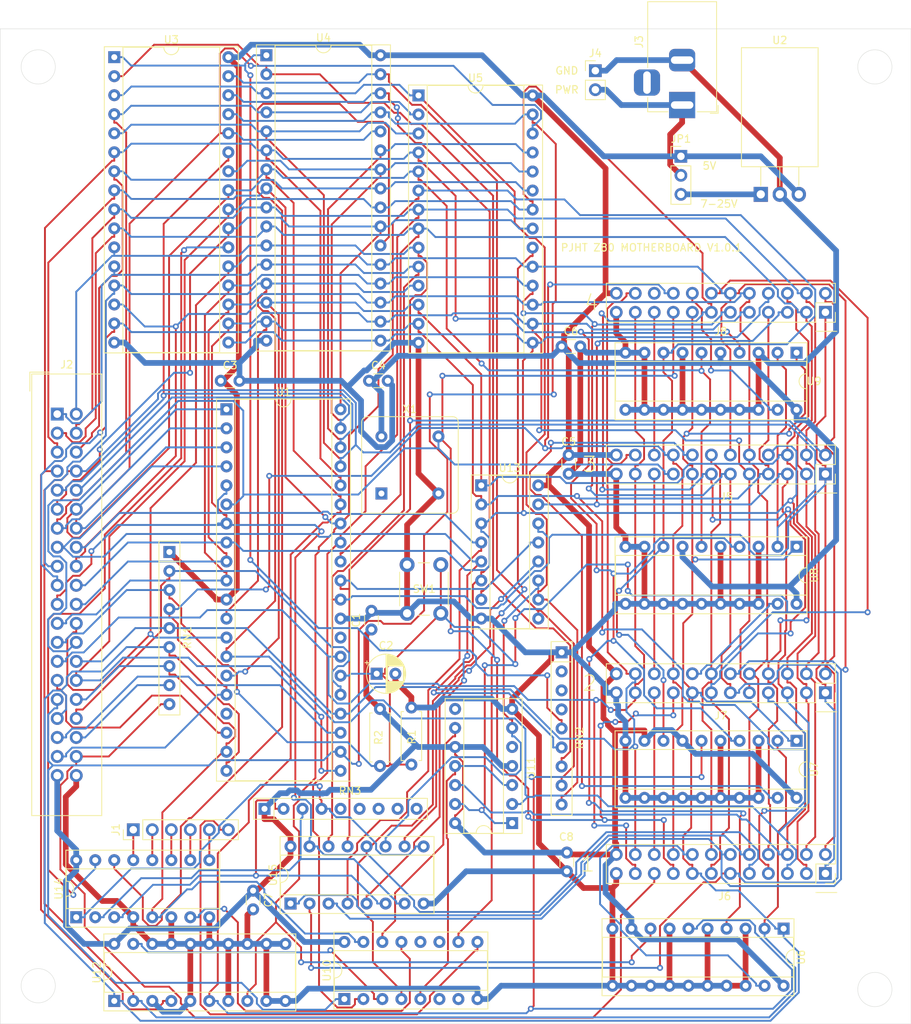
<source format=kicad_pcb>
(kicad_pcb (version 20171130) (host pcbnew "(5.1.2-1)-1")

  (general
    (thickness 1.6)
    (drawings 21)
    (tracks 2737)
    (zones 0)
    (modules 39)
    (nets 73)
  )

  (page USLetter)
  (layers
    (0 F.Cu signal)
    (31 B.Cu signal)
    (32 B.Adhes user)
    (33 F.Adhes user)
    (34 B.Paste user)
    (35 F.Paste user)
    (36 B.SilkS user)
    (37 F.SilkS user)
    (38 B.Mask user)
    (39 F.Mask user)
    (40 Dwgs.User user)
    (41 Cmts.User user)
    (42 Eco1.User user)
    (43 Eco2.User user)
    (44 Edge.Cuts user)
    (45 Margin user)
    (46 B.CrtYd user)
    (47 F.CrtYd user)
    (48 B.Fab user)
    (49 F.Fab user)
  )

  (setup
    (last_trace_width 0.762)
    (user_trace_width 0.762)
    (trace_clearance 0.127)
    (zone_clearance 0.508)
    (zone_45_only no)
    (trace_min 0.127)
    (via_size 0.8)
    (via_drill 0.4)
    (via_min_size 0.599999)
    (via_min_drill 0.3)
    (uvia_size 0.3)
    (uvia_drill 0.1)
    (uvias_allowed no)
    (uvia_min_size 0.2)
    (uvia_min_drill 0.1)
    (edge_width 0.05)
    (segment_width 0.2)
    (pcb_text_width 0.3)
    (pcb_text_size 1.5 1.5)
    (mod_edge_width 0.12)
    (mod_text_size 1 1)
    (mod_text_width 0.1524)
    (pad_size 1.524 1.524)
    (pad_drill 0.762)
    (pad_to_mask_clearance 0.051)
    (solder_mask_min_width 0.25)
    (aux_axis_origin 0 0)
    (visible_elements FFFFEF7F)
    (pcbplotparams
      (layerselection 0x010fc_ffffffff)
      (usegerberextensions false)
      (usegerberattributes false)
      (usegerberadvancedattributes false)
      (creategerberjobfile false)
      (excludeedgelayer true)
      (linewidth 0.100000)
      (plotframeref false)
      (viasonmask false)
      (mode 1)
      (useauxorigin false)
      (hpglpennumber 1)
      (hpglpenspeed 20)
      (hpglpendiameter 15.000000)
      (psnegative false)
      (psa4output false)
      (plotreference true)
      (plotvalue true)
      (plotinvisibletext false)
      (padsonsilk false)
      (subtractmaskfromsilk false)
      (outputformat 1)
      (mirror false)
      (drillshape 0)
      (scaleselection 1)
      (outputdirectory "gerbers"))
  )

  (net 0 "")
  (net 1 GND)
  (net 2 +5V)
  (net 3 D4)
  (net 4 D5)
  (net 5 D6)
  (net 6 D7)
  (net 7 ~RESET)
  (net 8 ~CLK)
  (net 9 ~M1)
  (net 10 ~WAIT)
  (net 11 ~HALT)
  (net 12 ~RD)
  (net 13 ~WR)
  (net 14 ~MREQ)
  (net 15 ~IORQ)
  (net 16 ~BUSRQ)
  (net 17 ~BUSACK)
  (net 18 D3)
  (net 19 D2)
  (net 20 D1)
  (net 21 D0)
  (net 22 A15)
  (net 23 A14)
  (net 24 A13)
  (net 25 A12)
  (net 26 A11)
  (net 27 A10)
  (net 28 A9)
  (net 29 A8)
  (net 30 A7)
  (net 31 A6)
  (net 32 A5)
  (net 33 A4)
  (net 34 A3)
  (net 35 A2)
  (net 36 A1)
  (net 37 A0)
  (net 38 "Net-(JP1-Pad3)")
  (net 39 ~INT)
  (net 40 /SheetMemory/MEM_A14)
  (net 41 /SheetMemory/MEM_A15)
  (net 42 /SheetMemory/MEM_A16)
  (net 43 /SheetMemory/MEM_A17)
  (net 44 /SheetMemory/MEM_A18)
  (net 45 /SheetPager/A19)
  (net 46 /SheetPager/A20)
  (net 47 /SheetPager/A21)
  (net 48 /SheetPager/PG_WR)
  (net 49 /SheetPager/PG_EN)
  (net 50 /SheetPager/RAM_EN)
  (net 51 /SheetMemory/MEM_ROM)
  (net 52 /SheetMemory/MEM_512K1)
  (net 53 /SheetMemory/MEM_512K2)
  (net 54 ~DBGIEO)
  (net 55 ~DBGBAO)
  (net 56 /SheetIO/~PORT2IEO)
  (net 57 /SheetIO/~PORT1IEO)
  (net 58 /SheetIO/PORT2)
  (net 59 /SheetIO/PORT1)
  (net 60 /SheetIO/~PORT3IEO)
  (net 61 /SheetIO/PORT4)
  (net 62 /SheetIO/PORT3)
  (net 63 /SheetPager/PAG_512K8)
  (net 64 /SheetPager/PAG_512K7)
  (net 65 /SheetPager/PAG_512K6)
  (net 66 /SheetPager/PAG_512K5)
  (net 67 /SheetPager/PAG_512K4)
  (net 68 /SheetPager/PAG_512K3)
  (net 69 "Net-(J3-Pad1)")
  (net 70 "Net-(U10-Pad13)")
  (net 71 "Net-(U10-Pad5)")
  (net 72 "Net-(U10-Pad3)")

  (net_class Default "This is the default net class."
    (clearance 0.127)
    (trace_width 0.25)
    (via_dia 0.8)
    (via_drill 0.4)
    (uvia_dia 0.3)
    (uvia_drill 0.1)
    (add_net +5V)
    (add_net /SheetIO/PORT1)
    (add_net /SheetIO/PORT2)
    (add_net /SheetIO/PORT3)
    (add_net /SheetIO/PORT4)
    (add_net /SheetIO/~PORT1IEO)
    (add_net /SheetIO/~PORT2IEO)
    (add_net /SheetIO/~PORT3IEO)
    (add_net /SheetMemory/MEM_512K1)
    (add_net /SheetMemory/MEM_512K2)
    (add_net /SheetMemory/MEM_A14)
    (add_net /SheetMemory/MEM_A15)
    (add_net /SheetMemory/MEM_A16)
    (add_net /SheetMemory/MEM_A17)
    (add_net /SheetMemory/MEM_A18)
    (add_net /SheetMemory/MEM_ROM)
    (add_net /SheetPager/A19)
    (add_net /SheetPager/A20)
    (add_net /SheetPager/A21)
    (add_net /SheetPager/PAG_512K3)
    (add_net /SheetPager/PAG_512K4)
    (add_net /SheetPager/PAG_512K5)
    (add_net /SheetPager/PAG_512K6)
    (add_net /SheetPager/PAG_512K7)
    (add_net /SheetPager/PAG_512K8)
    (add_net /SheetPager/PG_EN)
    (add_net /SheetPager/PG_WR)
    (add_net /SheetPager/RAM_EN)
    (add_net A0)
    (add_net A1)
    (add_net A10)
    (add_net A11)
    (add_net A12)
    (add_net A13)
    (add_net A14)
    (add_net A15)
    (add_net A2)
    (add_net A3)
    (add_net A4)
    (add_net A5)
    (add_net A6)
    (add_net A7)
    (add_net A8)
    (add_net A9)
    (add_net D0)
    (add_net D1)
    (add_net D2)
    (add_net D3)
    (add_net D4)
    (add_net D5)
    (add_net D6)
    (add_net D7)
    (add_net GND)
    (add_net "Net-(J3-Pad1)")
    (add_net "Net-(JP1-Pad3)")
    (add_net "Net-(U10-Pad13)")
    (add_net "Net-(U10-Pad3)")
    (add_net "Net-(U10-Pad5)")
    (add_net ~BUSACK)
    (add_net ~BUSRQ)
    (add_net ~CLK)
    (add_net ~DBGBAO)
    (add_net ~DBGIEO)
    (add_net ~HALT)
    (add_net ~INT)
    (add_net ~IORQ)
    (add_net ~M1)
    (add_net ~MREQ)
    (add_net ~RD)
    (add_net ~RESET)
    (add_net ~WAIT)
    (add_net ~WR)
  )

  (module Resistor_THT:R_Axial_DIN0207_L6.3mm_D2.5mm_P7.62mm_Horizontal (layer F.Cu) (tedit 5AE5139B) (tstamp 5DAF22A5)
    (at 114.236 125.095 270)
    (descr "Resistor, Axial_DIN0207 series, Axial, Horizontal, pin pitch=7.62mm, 0.25W = 1/4W, length*diameter=6.3*2.5mm^2, http://cdn-reichelt.de/documents/datenblatt/B400/1_4W%23YAG.pdf")
    (tags "Resistor Axial_DIN0207 series Axial Horizontal pin pitch 7.62mm 0.25W = 1/4W length 6.3mm diameter 2.5mm")
    (path /5DAF0DB0)
    (fp_text reference R2 (at 3.81 0.1905 90) (layer F.SilkS)
      (effects (font (size 1 1) (thickness 0.1524)))
    )
    (fp_text value 1k (at 3.81 2.37 90) (layer F.Fab)
      (effects (font (size 1 1) (thickness 0.15)))
    )
    (fp_line (start 8.67 -1.5) (end -1.05 -1.5) (layer F.CrtYd) (width 0.05))
    (fp_line (start 8.67 1.5) (end 8.67 -1.5) (layer F.CrtYd) (width 0.05))
    (fp_line (start -1.05 1.5) (end 8.67 1.5) (layer F.CrtYd) (width 0.05))
    (fp_line (start -1.05 -1.5) (end -1.05 1.5) (layer F.CrtYd) (width 0.05))
    (fp_line (start 7.08 1.37) (end 7.08 1.04) (layer F.SilkS) (width 0.12))
    (fp_line (start 0.54 1.37) (end 7.08 1.37) (layer F.SilkS) (width 0.12))
    (fp_line (start 0.54 1.04) (end 0.54 1.37) (layer F.SilkS) (width 0.12))
    (fp_line (start 7.08 -1.37) (end 7.08 -1.04) (layer F.SilkS) (width 0.12))
    (fp_line (start 0.54 -1.37) (end 7.08 -1.37) (layer F.SilkS) (width 0.12))
    (fp_line (start 0.54 -1.04) (end 0.54 -1.37) (layer F.SilkS) (width 0.12))
    (fp_line (start 7.62 0) (end 6.96 0) (layer F.Fab) (width 0.1))
    (fp_line (start 0 0) (end 0.66 0) (layer F.Fab) (width 0.1))
    (fp_line (start 6.96 -1.25) (end 0.66 -1.25) (layer F.Fab) (width 0.1))
    (fp_line (start 6.96 1.25) (end 6.96 -1.25) (layer F.Fab) (width 0.1))
    (fp_line (start 0.66 1.25) (end 6.96 1.25) (layer F.Fab) (width 0.1))
    (fp_line (start 0.66 -1.25) (end 0.66 1.25) (layer F.Fab) (width 0.1))
    (pad 2 thru_hole oval (at 7.62 0 270) (size 1.6 1.6) (drill 0.8) (layers *.Cu *.Mask)
      (net 7 ~RESET))
    (pad 1 thru_hole circle (at 0 0 270) (size 1.6 1.6) (drill 0.8) (layers *.Cu *.Mask)
      (net 2 +5V))
    (model ${KISYS3DMOD}/Resistor_THT.3dshapes/R_Axial_DIN0207_L6.3mm_D2.5mm_P7.62mm_Horizontal.wrl
      (at (xyz 0 0 0))
      (scale (xyz 1 1 1))
      (rotate (xyz 0 0 0))
    )
  )

  (module Resistor_THT:R_Axial_DIN0207_L6.3mm_D2.5mm_P7.62mm_Horizontal (layer F.Cu) (tedit 5AE5139B) (tstamp 5DAF2190)
    (at 118.428 132.524 90)
    (descr "Resistor, Axial_DIN0207 series, Axial, Horizontal, pin pitch=7.62mm, 0.25W = 1/4W, length*diameter=6.3*2.5mm^2, http://cdn-reichelt.de/documents/datenblatt/B400/1_4W%23YAG.pdf")
    (tags "Resistor Axial_DIN0207 series Axial Horizontal pin pitch 7.62mm 0.25W = 1/4W length 6.3mm diameter 2.5mm")
    (path /5DAF5EF5)
    (fp_text reference R1 (at 3.683 0.0635 90) (layer F.SilkS)
      (effects (font (size 1 1) (thickness 0.1524)))
    )
    (fp_text value 10k (at 3.556 2.6035 90) (layer F.Fab)
      (effects (font (size 1 1) (thickness 0.15)))
    )
    (fp_line (start 8.67 -1.5) (end -1.05 -1.5) (layer F.CrtYd) (width 0.05))
    (fp_line (start 8.67 1.5) (end 8.67 -1.5) (layer F.CrtYd) (width 0.05))
    (fp_line (start -1.05 1.5) (end 8.67 1.5) (layer F.CrtYd) (width 0.05))
    (fp_line (start -1.05 -1.5) (end -1.05 1.5) (layer F.CrtYd) (width 0.05))
    (fp_line (start 7.08 1.37) (end 7.08 1.04) (layer F.SilkS) (width 0.12))
    (fp_line (start 0.54 1.37) (end 7.08 1.37) (layer F.SilkS) (width 0.12))
    (fp_line (start 0.54 1.04) (end 0.54 1.37) (layer F.SilkS) (width 0.12))
    (fp_line (start 7.08 -1.37) (end 7.08 -1.04) (layer F.SilkS) (width 0.12))
    (fp_line (start 0.54 -1.37) (end 7.08 -1.37) (layer F.SilkS) (width 0.12))
    (fp_line (start 0.54 -1.04) (end 0.54 -1.37) (layer F.SilkS) (width 0.12))
    (fp_line (start 7.62 0) (end 6.96 0) (layer F.Fab) (width 0.1))
    (fp_line (start 0 0) (end 0.66 0) (layer F.Fab) (width 0.1))
    (fp_line (start 6.96 -1.25) (end 0.66 -1.25) (layer F.Fab) (width 0.1))
    (fp_line (start 6.96 1.25) (end 6.96 -1.25) (layer F.Fab) (width 0.1))
    (fp_line (start 0.66 1.25) (end 6.96 1.25) (layer F.Fab) (width 0.1))
    (fp_line (start 0.66 -1.25) (end 0.66 1.25) (layer F.Fab) (width 0.1))
    (pad 2 thru_hole oval (at 7.62 0 90) (size 1.6 1.6) (drill 0.8) (layers *.Cu *.Mask)
      (net 1 GND))
    (pad 1 thru_hole circle (at 0 0 90) (size 1.6 1.6) (drill 0.8) (layers *.Cu *.Mask)
      (net 7 ~RESET))
    (model ${KISYS3DMOD}/Resistor_THT.3dshapes/R_Axial_DIN0207_L6.3mm_D2.5mm_P7.62mm_Horizontal.wrl
      (at (xyz 0 0 0))
      (scale (xyz 1 1 1))
      (rotate (xyz 0 0 0))
    )
  )

  (module Package_DIP:DIP-16_W7.62mm_Socket (layer F.Cu) (tedit 5A02E8C5) (tstamp 5DAF1C89)
    (at 109.474 163.83 90)
    (descr "16-lead though-hole mounted DIP package, row spacing 7.62 mm (300 mils), Socket")
    (tags "THT DIP DIL PDIP 2.54mm 7.62mm 300mil Socket")
    (path /5D847EA3/5D7E5CC5)
    (fp_text reference U10 (at 3.81 -2.33 90) (layer F.SilkS)
      (effects (font (size 1 1) (thickness 0.1524)))
    )
    (fp_text value 74LS139 (at 3.81 20.11 90) (layer F.Fab)
      (effects (font (size 1 1) (thickness 0.15)))
    )
    (fp_text user %R (at 3.81 8.89 90) (layer F.Fab)
      (effects (font (size 1 1) (thickness 0.15)))
    )
    (fp_line (start 9.15 -1.6) (end -1.55 -1.6) (layer F.CrtYd) (width 0.05))
    (fp_line (start 9.15 19.4) (end 9.15 -1.6) (layer F.CrtYd) (width 0.05))
    (fp_line (start -1.55 19.4) (end 9.15 19.4) (layer F.CrtYd) (width 0.05))
    (fp_line (start -1.55 -1.6) (end -1.55 19.4) (layer F.CrtYd) (width 0.05))
    (fp_line (start 8.95 -1.39) (end -1.33 -1.39) (layer F.SilkS) (width 0.12))
    (fp_line (start 8.95 19.17) (end 8.95 -1.39) (layer F.SilkS) (width 0.12))
    (fp_line (start -1.33 19.17) (end 8.95 19.17) (layer F.SilkS) (width 0.12))
    (fp_line (start -1.33 -1.39) (end -1.33 19.17) (layer F.SilkS) (width 0.12))
    (fp_line (start 6.46 -1.33) (end 4.81 -1.33) (layer F.SilkS) (width 0.12))
    (fp_line (start 6.46 19.11) (end 6.46 -1.33) (layer F.SilkS) (width 0.12))
    (fp_line (start 1.16 19.11) (end 6.46 19.11) (layer F.SilkS) (width 0.12))
    (fp_line (start 1.16 -1.33) (end 1.16 19.11) (layer F.SilkS) (width 0.12))
    (fp_line (start 2.81 -1.33) (end 1.16 -1.33) (layer F.SilkS) (width 0.12))
    (fp_line (start 8.89 -1.33) (end -1.27 -1.33) (layer F.Fab) (width 0.1))
    (fp_line (start 8.89 19.11) (end 8.89 -1.33) (layer F.Fab) (width 0.1))
    (fp_line (start -1.27 19.11) (end 8.89 19.11) (layer F.Fab) (width 0.1))
    (fp_line (start -1.27 -1.33) (end -1.27 19.11) (layer F.Fab) (width 0.1))
    (fp_line (start 0.635 -0.27) (end 1.635 -1.27) (layer F.Fab) (width 0.1))
    (fp_line (start 0.635 19.05) (end 0.635 -0.27) (layer F.Fab) (width 0.1))
    (fp_line (start 6.985 19.05) (end 0.635 19.05) (layer F.Fab) (width 0.1))
    (fp_line (start 6.985 -1.27) (end 6.985 19.05) (layer F.Fab) (width 0.1))
    (fp_line (start 1.635 -1.27) (end 6.985 -1.27) (layer F.Fab) (width 0.1))
    (fp_arc (start 3.81 -1.33) (end 2.81 -1.33) (angle -180) (layer F.SilkS) (width 0.12))
    (pad 16 thru_hole oval (at 7.62 0 90) (size 1.6 1.6) (drill 0.8) (layers *.Cu *.Mask)
      (net 2 +5V))
    (pad 8 thru_hole oval (at 0 17.78 90) (size 1.6 1.6) (drill 0.8) (layers *.Cu *.Mask)
      (net 1 GND))
    (pad 15 thru_hole oval (at 7.62 2.54 90) (size 1.6 1.6) (drill 0.8) (layers *.Cu *.Mask)
      (net 14 ~MREQ))
    (pad 7 thru_hole oval (at 0 15.24 90) (size 1.6 1.6) (drill 0.8) (layers *.Cu *.Mask))
    (pad 14 thru_hole oval (at 7.62 5.08 90) (size 1.6 1.6) (drill 0.8) (layers *.Cu *.Mask)
      (net 50 /SheetPager/RAM_EN))
    (pad 6 thru_hole oval (at 0 12.7 90) (size 1.6 1.6) (drill 0.8) (layers *.Cu *.Mask))
    (pad 13 thru_hole oval (at 7.62 7.62 90) (size 1.6 1.6) (drill 0.8) (layers *.Cu *.Mask)
      (net 70 "Net-(U10-Pad13)"))
    (pad 5 thru_hole oval (at 0 10.16 90) (size 1.6 1.6) (drill 0.8) (layers *.Cu *.Mask)
      (net 71 "Net-(U10-Pad5)"))
    (pad 12 thru_hole oval (at 7.62 10.16 90) (size 1.6 1.6) (drill 0.8) (layers *.Cu *.Mask))
    (pad 4 thru_hole oval (at 0 7.62 90) (size 1.6 1.6) (drill 0.8) (layers *.Cu *.Mask)
      (net 48 /SheetPager/PG_WR))
    (pad 11 thru_hole oval (at 7.62 12.7 90) (size 1.6 1.6) (drill 0.8) (layers *.Cu *.Mask))
    (pad 3 thru_hole oval (at 0 5.08 90) (size 1.6 1.6) (drill 0.8) (layers *.Cu *.Mask)
      (net 72 "Net-(U10-Pad3)"))
    (pad 10 thru_hole oval (at 7.62 15.24 90) (size 1.6 1.6) (drill 0.8) (layers *.Cu *.Mask)
      (net 51 /SheetMemory/MEM_ROM))
    (pad 2 thru_hole oval (at 0 2.54 90) (size 1.6 1.6) (drill 0.8) (layers *.Cu *.Mask)
      (net 34 A3))
    (pad 9 thru_hole oval (at 7.62 17.78 90) (size 1.6 1.6) (drill 0.8) (layers *.Cu *.Mask)
      (net 63 /SheetPager/PAG_512K8))
    (pad 1 thru_hole rect (at 0 0 90) (size 1.6 1.6) (drill 0.8) (layers *.Cu *.Mask)
      (net 13 ~WR))
    (model ${KISYS3DMOD}/Package_DIP.3dshapes/DIP-16_W7.62mm_Socket.wrl
      (at (xyz 0 0 0))
      (scale (xyz 1 1 1))
      (rotate (xyz 0 0 0))
    )
  )

  (module Button_Switch_THT:SW_PUSH_6mm (layer F.Cu) (tedit 5A02FE31) (tstamp 5DAF2AD2)
    (at 117.856 112.332 90)
    (descr https://www.omron.com/ecb/products/pdf/en-b3f.pdf)
    (tags "tact sw push 6mm")
    (path /5DAFC266)
    (fp_text reference SW1 (at 3.25 2.286 180) (layer F.SilkS)
      (effects (font (size 1 1) (thickness 0.1524)))
    )
    (fp_text value SW_Push (at 3.75 6.7 90) (layer F.Fab) hide
      (effects (font (size 1 1) (thickness 0.15)))
    )
    (fp_circle (center 3.25 2.25) (end 1.25 2.5) (layer F.Fab) (width 0.1))
    (fp_line (start 6.75 3) (end 6.75 1.5) (layer F.SilkS) (width 0.12))
    (fp_line (start 5.5 -1) (end 1 -1) (layer F.SilkS) (width 0.12))
    (fp_line (start -0.25 1.5) (end -0.25 3) (layer F.SilkS) (width 0.12))
    (fp_line (start 1 5.5) (end 5.5 5.5) (layer F.SilkS) (width 0.12))
    (fp_line (start 8 -1.25) (end 8 5.75) (layer F.CrtYd) (width 0.05))
    (fp_line (start 7.75 6) (end -1.25 6) (layer F.CrtYd) (width 0.05))
    (fp_line (start -1.5 5.75) (end -1.5 -1.25) (layer F.CrtYd) (width 0.05))
    (fp_line (start -1.25 -1.5) (end 7.75 -1.5) (layer F.CrtYd) (width 0.05))
    (fp_line (start -1.5 6) (end -1.25 6) (layer F.CrtYd) (width 0.05))
    (fp_line (start -1.5 5.75) (end -1.5 6) (layer F.CrtYd) (width 0.05))
    (fp_line (start -1.5 -1.5) (end -1.25 -1.5) (layer F.CrtYd) (width 0.05))
    (fp_line (start -1.5 -1.25) (end -1.5 -1.5) (layer F.CrtYd) (width 0.05))
    (fp_line (start 8 -1.5) (end 8 -1.25) (layer F.CrtYd) (width 0.05))
    (fp_line (start 7.75 -1.5) (end 8 -1.5) (layer F.CrtYd) (width 0.05))
    (fp_line (start 8 6) (end 8 5.75) (layer F.CrtYd) (width 0.05))
    (fp_line (start 7.75 6) (end 8 6) (layer F.CrtYd) (width 0.05))
    (fp_line (start 0.25 -0.75) (end 3.25 -0.75) (layer F.Fab) (width 0.1))
    (fp_line (start 0.25 5.25) (end 0.25 -0.75) (layer F.Fab) (width 0.1))
    (fp_line (start 6.25 5.25) (end 0.25 5.25) (layer F.Fab) (width 0.1))
    (fp_line (start 6.25 -0.75) (end 6.25 5.25) (layer F.Fab) (width 0.1))
    (fp_line (start 3.25 -0.75) (end 6.25 -0.75) (layer F.Fab) (width 0.1))
    (pad 1 thru_hole circle (at 6.5 0 180) (size 2 2) (drill 1.1) (layers *.Cu *.Mask)
      (net 1 GND))
    (pad 2 thru_hole circle (at 6.5 4.5 180) (size 2 2) (drill 1.1) (layers *.Cu *.Mask)
      (net 7 ~RESET))
    (pad 1 thru_hole circle (at 0 0 180) (size 2 2) (drill 1.1) (layers *.Cu *.Mask)
      (net 1 GND))
    (pad 2 thru_hole circle (at 0 4.5 180) (size 2 2) (drill 1.1) (layers *.Cu *.Mask)
      (net 7 ~RESET))
    (model ${KISYS3DMOD}/Button_Switch_THT.3dshapes/SW_PUSH_6mm.wrl
      (at (xyz 0 0 0))
      (scale (xyz 1 1 1))
      (rotate (xyz 0 0 0))
    )
  )

  (module Capacitor_THT:C_Disc_D3.0mm_W1.6mm_P2.50mm (layer F.Cu) (tedit 5AE50EF0) (tstamp 5DAF15CE)
    (at 138.496 76.704)
    (descr "C, Disc series, Radial, pin pitch=2.50mm, , diameter*width=3.0*1.6mm^2, Capacitor, http://www.vishay.com/docs/45233/krseries.pdf")
    (tags "C Disc series Radial pin pitch 2.50mm  diameter 3.0mm width 1.6mm Capacitor")
    (path /5D81BA5C/5D8D2710)
    (fp_text reference C6 (at 1.25 -2.05) (layer F.SilkS)
      (effects (font (size 1 1) (thickness 0.15)))
    )
    (fp_text value 0.1u (at 1.25 2.05) (layer F.Fab)
      (effects (font (size 1 1) (thickness 0.15)))
    )
    (fp_text user %R (at 1.25 0) (layer F.Fab)
      (effects (font (size 0.6 0.6) (thickness 0.09)))
    )
    (fp_line (start 3.55 -1.05) (end -1.05 -1.05) (layer F.CrtYd) (width 0.05))
    (fp_line (start 3.55 1.05) (end 3.55 -1.05) (layer F.CrtYd) (width 0.05))
    (fp_line (start -1.05 1.05) (end 3.55 1.05) (layer F.CrtYd) (width 0.05))
    (fp_line (start -1.05 -1.05) (end -1.05 1.05) (layer F.CrtYd) (width 0.05))
    (fp_line (start 0.621 0.92) (end 1.879 0.92) (layer F.SilkS) (width 0.12))
    (fp_line (start 0.621 -0.92) (end 1.879 -0.92) (layer F.SilkS) (width 0.12))
    (fp_line (start 2.75 -0.8) (end -0.25 -0.8) (layer F.Fab) (width 0.1))
    (fp_line (start 2.75 0.8) (end 2.75 -0.8) (layer F.Fab) (width 0.1))
    (fp_line (start -0.25 0.8) (end 2.75 0.8) (layer F.Fab) (width 0.1))
    (fp_line (start -0.25 -0.8) (end -0.25 0.8) (layer F.Fab) (width 0.1))
    (pad 2 thru_hole circle (at 2.5 0) (size 1.6 1.6) (drill 0.8) (layers *.Cu *.Mask)
      (net 1 GND))
    (pad 1 thru_hole circle (at 0 0) (size 1.6 1.6) (drill 0.8) (layers *.Cu *.Mask)
      (net 2 +5V))
    (model ${KISYS3DMOD}/Capacitor_THT.3dshapes/C_Disc_D3.0mm_W1.6mm_P2.50mm.wrl
      (at (xyz 0 0 0))
      (scale (xyz 1 1 1))
      (rotate (xyz 0 0 0))
    )
  )

  (module Capacitor_THT:CP_Radial_D5.0mm_P2.50mm (layer F.Cu) (tedit 5AE50EF0) (tstamp 5DAF158E)
    (at 113.792 120.396)
    (descr "CP, Radial series, Radial, pin pitch=2.50mm, , diameter=5mm, Electrolytic Capacitor")
    (tags "CP Radial series Radial pin pitch 2.50mm  diameter 5mm Electrolytic Capacitor")
    (path /5DAF1B7A)
    (fp_text reference C2 (at 1.25 -3.75) (layer F.SilkS)
      (effects (font (size 1 1) (thickness 0.1524)))
    )
    (fp_text value 1u (at 3.302 -3.302) (layer F.Fab)
      (effects (font (size 1 1) (thickness 0.15)))
    )
    (fp_line (start -1.304775 -1.725) (end -1.304775 -1.225) (layer F.SilkS) (width 0.12))
    (fp_line (start -1.554775 -1.475) (end -1.054775 -1.475) (layer F.SilkS) (width 0.12))
    (fp_line (start 3.851 -0.284) (end 3.851 0.284) (layer F.SilkS) (width 0.12))
    (fp_line (start 3.811 -0.518) (end 3.811 0.518) (layer F.SilkS) (width 0.12))
    (fp_line (start 3.771 -0.677) (end 3.771 0.677) (layer F.SilkS) (width 0.12))
    (fp_line (start 3.731 -0.805) (end 3.731 0.805) (layer F.SilkS) (width 0.12))
    (fp_line (start 3.691 -0.915) (end 3.691 0.915) (layer F.SilkS) (width 0.12))
    (fp_line (start 3.651 -1.011) (end 3.651 1.011) (layer F.SilkS) (width 0.12))
    (fp_line (start 3.611 -1.098) (end 3.611 1.098) (layer F.SilkS) (width 0.12))
    (fp_line (start 3.571 -1.178) (end 3.571 1.178) (layer F.SilkS) (width 0.12))
    (fp_line (start 3.531 1.04) (end 3.531 1.251) (layer F.SilkS) (width 0.12))
    (fp_line (start 3.531 -1.251) (end 3.531 -1.04) (layer F.SilkS) (width 0.12))
    (fp_line (start 3.491 1.04) (end 3.491 1.319) (layer F.SilkS) (width 0.12))
    (fp_line (start 3.491 -1.319) (end 3.491 -1.04) (layer F.SilkS) (width 0.12))
    (fp_line (start 3.451 1.04) (end 3.451 1.383) (layer F.SilkS) (width 0.12))
    (fp_line (start 3.451 -1.383) (end 3.451 -1.04) (layer F.SilkS) (width 0.12))
    (fp_line (start 3.411 1.04) (end 3.411 1.443) (layer F.SilkS) (width 0.12))
    (fp_line (start 3.411 -1.443) (end 3.411 -1.04) (layer F.SilkS) (width 0.12))
    (fp_line (start 3.371 1.04) (end 3.371 1.5) (layer F.SilkS) (width 0.12))
    (fp_line (start 3.371 -1.5) (end 3.371 -1.04) (layer F.SilkS) (width 0.12))
    (fp_line (start 3.331 1.04) (end 3.331 1.554) (layer F.SilkS) (width 0.12))
    (fp_line (start 3.331 -1.554) (end 3.331 -1.04) (layer F.SilkS) (width 0.12))
    (fp_line (start 3.291 1.04) (end 3.291 1.605) (layer F.SilkS) (width 0.12))
    (fp_line (start 3.291 -1.605) (end 3.291 -1.04) (layer F.SilkS) (width 0.12))
    (fp_line (start 3.251 1.04) (end 3.251 1.653) (layer F.SilkS) (width 0.12))
    (fp_line (start 3.251 -1.653) (end 3.251 -1.04) (layer F.SilkS) (width 0.12))
    (fp_line (start 3.211 1.04) (end 3.211 1.699) (layer F.SilkS) (width 0.12))
    (fp_line (start 3.211 -1.699) (end 3.211 -1.04) (layer F.SilkS) (width 0.12))
    (fp_line (start 3.171 1.04) (end 3.171 1.743) (layer F.SilkS) (width 0.12))
    (fp_line (start 3.171 -1.743) (end 3.171 -1.04) (layer F.SilkS) (width 0.12))
    (fp_line (start 3.131 1.04) (end 3.131 1.785) (layer F.SilkS) (width 0.12))
    (fp_line (start 3.131 -1.785) (end 3.131 -1.04) (layer F.SilkS) (width 0.12))
    (fp_line (start 3.091 1.04) (end 3.091 1.826) (layer F.SilkS) (width 0.12))
    (fp_line (start 3.091 -1.826) (end 3.091 -1.04) (layer F.SilkS) (width 0.12))
    (fp_line (start 3.051 1.04) (end 3.051 1.864) (layer F.SilkS) (width 0.12))
    (fp_line (start 3.051 -1.864) (end 3.051 -1.04) (layer F.SilkS) (width 0.12))
    (fp_line (start 3.011 1.04) (end 3.011 1.901) (layer F.SilkS) (width 0.12))
    (fp_line (start 3.011 -1.901) (end 3.011 -1.04) (layer F.SilkS) (width 0.12))
    (fp_line (start 2.971 1.04) (end 2.971 1.937) (layer F.SilkS) (width 0.12))
    (fp_line (start 2.971 -1.937) (end 2.971 -1.04) (layer F.SilkS) (width 0.12))
    (fp_line (start 2.931 1.04) (end 2.931 1.971) (layer F.SilkS) (width 0.12))
    (fp_line (start 2.931 -1.971) (end 2.931 -1.04) (layer F.SilkS) (width 0.12))
    (fp_line (start 2.891 1.04) (end 2.891 2.004) (layer F.SilkS) (width 0.12))
    (fp_line (start 2.891 -2.004) (end 2.891 -1.04) (layer F.SilkS) (width 0.12))
    (fp_line (start 2.851 1.04) (end 2.851 2.035) (layer F.SilkS) (width 0.12))
    (fp_line (start 2.851 -2.035) (end 2.851 -1.04) (layer F.SilkS) (width 0.12))
    (fp_line (start 2.811 1.04) (end 2.811 2.065) (layer F.SilkS) (width 0.12))
    (fp_line (start 2.811 -2.065) (end 2.811 -1.04) (layer F.SilkS) (width 0.12))
    (fp_line (start 2.771 1.04) (end 2.771 2.095) (layer F.SilkS) (width 0.12))
    (fp_line (start 2.771 -2.095) (end 2.771 -1.04) (layer F.SilkS) (width 0.12))
    (fp_line (start 2.731 1.04) (end 2.731 2.122) (layer F.SilkS) (width 0.12))
    (fp_line (start 2.731 -2.122) (end 2.731 -1.04) (layer F.SilkS) (width 0.12))
    (fp_line (start 2.691 1.04) (end 2.691 2.149) (layer F.SilkS) (width 0.12))
    (fp_line (start 2.691 -2.149) (end 2.691 -1.04) (layer F.SilkS) (width 0.12))
    (fp_line (start 2.651 1.04) (end 2.651 2.175) (layer F.SilkS) (width 0.12))
    (fp_line (start 2.651 -2.175) (end 2.651 -1.04) (layer F.SilkS) (width 0.12))
    (fp_line (start 2.611 1.04) (end 2.611 2.2) (layer F.SilkS) (width 0.12))
    (fp_line (start 2.611 -2.2) (end 2.611 -1.04) (layer F.SilkS) (width 0.12))
    (fp_line (start 2.571 1.04) (end 2.571 2.224) (layer F.SilkS) (width 0.12))
    (fp_line (start 2.571 -2.224) (end 2.571 -1.04) (layer F.SilkS) (width 0.12))
    (fp_line (start 2.531 1.04) (end 2.531 2.247) (layer F.SilkS) (width 0.12))
    (fp_line (start 2.531 -2.247) (end 2.531 -1.04) (layer F.SilkS) (width 0.12))
    (fp_line (start 2.491 1.04) (end 2.491 2.268) (layer F.SilkS) (width 0.12))
    (fp_line (start 2.491 -2.268) (end 2.491 -1.04) (layer F.SilkS) (width 0.12))
    (fp_line (start 2.451 1.04) (end 2.451 2.29) (layer F.SilkS) (width 0.12))
    (fp_line (start 2.451 -2.29) (end 2.451 -1.04) (layer F.SilkS) (width 0.12))
    (fp_line (start 2.411 1.04) (end 2.411 2.31) (layer F.SilkS) (width 0.12))
    (fp_line (start 2.411 -2.31) (end 2.411 -1.04) (layer F.SilkS) (width 0.12))
    (fp_line (start 2.371 1.04) (end 2.371 2.329) (layer F.SilkS) (width 0.12))
    (fp_line (start 2.371 -2.329) (end 2.371 -1.04) (layer F.SilkS) (width 0.12))
    (fp_line (start 2.331 1.04) (end 2.331 2.348) (layer F.SilkS) (width 0.12))
    (fp_line (start 2.331 -2.348) (end 2.331 -1.04) (layer F.SilkS) (width 0.12))
    (fp_line (start 2.291 1.04) (end 2.291 2.365) (layer F.SilkS) (width 0.12))
    (fp_line (start 2.291 -2.365) (end 2.291 -1.04) (layer F.SilkS) (width 0.12))
    (fp_line (start 2.251 1.04) (end 2.251 2.382) (layer F.SilkS) (width 0.12))
    (fp_line (start 2.251 -2.382) (end 2.251 -1.04) (layer F.SilkS) (width 0.12))
    (fp_line (start 2.211 1.04) (end 2.211 2.398) (layer F.SilkS) (width 0.12))
    (fp_line (start 2.211 -2.398) (end 2.211 -1.04) (layer F.SilkS) (width 0.12))
    (fp_line (start 2.171 1.04) (end 2.171 2.414) (layer F.SilkS) (width 0.12))
    (fp_line (start 2.171 -2.414) (end 2.171 -1.04) (layer F.SilkS) (width 0.12))
    (fp_line (start 2.131 1.04) (end 2.131 2.428) (layer F.SilkS) (width 0.12))
    (fp_line (start 2.131 -2.428) (end 2.131 -1.04) (layer F.SilkS) (width 0.12))
    (fp_line (start 2.091 1.04) (end 2.091 2.442) (layer F.SilkS) (width 0.12))
    (fp_line (start 2.091 -2.442) (end 2.091 -1.04) (layer F.SilkS) (width 0.12))
    (fp_line (start 2.051 1.04) (end 2.051 2.455) (layer F.SilkS) (width 0.12))
    (fp_line (start 2.051 -2.455) (end 2.051 -1.04) (layer F.SilkS) (width 0.12))
    (fp_line (start 2.011 1.04) (end 2.011 2.468) (layer F.SilkS) (width 0.12))
    (fp_line (start 2.011 -2.468) (end 2.011 -1.04) (layer F.SilkS) (width 0.12))
    (fp_line (start 1.971 1.04) (end 1.971 2.48) (layer F.SilkS) (width 0.12))
    (fp_line (start 1.971 -2.48) (end 1.971 -1.04) (layer F.SilkS) (width 0.12))
    (fp_line (start 1.93 1.04) (end 1.93 2.491) (layer F.SilkS) (width 0.12))
    (fp_line (start 1.93 -2.491) (end 1.93 -1.04) (layer F.SilkS) (width 0.12))
    (fp_line (start 1.89 1.04) (end 1.89 2.501) (layer F.SilkS) (width 0.12))
    (fp_line (start 1.89 -2.501) (end 1.89 -1.04) (layer F.SilkS) (width 0.12))
    (fp_line (start 1.85 1.04) (end 1.85 2.511) (layer F.SilkS) (width 0.12))
    (fp_line (start 1.85 -2.511) (end 1.85 -1.04) (layer F.SilkS) (width 0.12))
    (fp_line (start 1.81 1.04) (end 1.81 2.52) (layer F.SilkS) (width 0.12))
    (fp_line (start 1.81 -2.52) (end 1.81 -1.04) (layer F.SilkS) (width 0.12))
    (fp_line (start 1.77 1.04) (end 1.77 2.528) (layer F.SilkS) (width 0.12))
    (fp_line (start 1.77 -2.528) (end 1.77 -1.04) (layer F.SilkS) (width 0.12))
    (fp_line (start 1.73 1.04) (end 1.73 2.536) (layer F.SilkS) (width 0.12))
    (fp_line (start 1.73 -2.536) (end 1.73 -1.04) (layer F.SilkS) (width 0.12))
    (fp_line (start 1.69 1.04) (end 1.69 2.543) (layer F.SilkS) (width 0.12))
    (fp_line (start 1.69 -2.543) (end 1.69 -1.04) (layer F.SilkS) (width 0.12))
    (fp_line (start 1.65 1.04) (end 1.65 2.55) (layer F.SilkS) (width 0.12))
    (fp_line (start 1.65 -2.55) (end 1.65 -1.04) (layer F.SilkS) (width 0.12))
    (fp_line (start 1.61 1.04) (end 1.61 2.556) (layer F.SilkS) (width 0.12))
    (fp_line (start 1.61 -2.556) (end 1.61 -1.04) (layer F.SilkS) (width 0.12))
    (fp_line (start 1.57 1.04) (end 1.57 2.561) (layer F.SilkS) (width 0.12))
    (fp_line (start 1.57 -2.561) (end 1.57 -1.04) (layer F.SilkS) (width 0.12))
    (fp_line (start 1.53 1.04) (end 1.53 2.565) (layer F.SilkS) (width 0.12))
    (fp_line (start 1.53 -2.565) (end 1.53 -1.04) (layer F.SilkS) (width 0.12))
    (fp_line (start 1.49 1.04) (end 1.49 2.569) (layer F.SilkS) (width 0.12))
    (fp_line (start 1.49 -2.569) (end 1.49 -1.04) (layer F.SilkS) (width 0.12))
    (fp_line (start 1.45 -2.573) (end 1.45 2.573) (layer F.SilkS) (width 0.12))
    (fp_line (start 1.41 -2.576) (end 1.41 2.576) (layer F.SilkS) (width 0.12))
    (fp_line (start 1.37 -2.578) (end 1.37 2.578) (layer F.SilkS) (width 0.12))
    (fp_line (start 1.33 -2.579) (end 1.33 2.579) (layer F.SilkS) (width 0.12))
    (fp_line (start 1.29 -2.58) (end 1.29 2.58) (layer F.SilkS) (width 0.12))
    (fp_line (start 1.25 -2.58) (end 1.25 2.58) (layer F.SilkS) (width 0.12))
    (fp_line (start -0.633605 -1.3375) (end -0.633605 -0.8375) (layer F.Fab) (width 0.1))
    (fp_line (start -0.883605 -1.0875) (end -0.383605 -1.0875) (layer F.Fab) (width 0.1))
    (fp_circle (center 1.25 0) (end 4 0) (layer F.CrtYd) (width 0.05))
    (fp_circle (center 1.25 0) (end 3.87 0) (layer F.SilkS) (width 0.12))
    (fp_circle (center 1.25 0) (end 3.75 0) (layer F.Fab) (width 0.1))
    (pad 2 thru_hole circle (at 2.5 0) (size 1.6 1.6) (drill 0.8) (layers *.Cu *.Mask)
      (net 1 GND))
    (pad 1 thru_hole rect (at 0 0) (size 1.6 1.6) (drill 0.8) (layers *.Cu *.Mask)
      (net 7 ~RESET))
    (model ${KISYS3DMOD}/Capacitor_THT.3dshapes/CP_Radial_D5.0mm_P2.50mm.wrl
      (at (xyz 0 0 0))
      (scale (xyz 1 1 1))
      (rotate (xyz 0 0 0))
    )
  )

  (module Connector_PinHeader_2.54mm:PinHeader_1x02_P2.54mm_Vertical (layer F.Cu) (tedit 59FED5CC) (tstamp 5DA3CCC3)
    (at 143.002 39.878)
    (descr "Through hole straight pin header, 1x02, 2.54mm pitch, single row")
    (tags "Through hole pin header THT 1x02 2.54mm single row")
    (path /5D8C344B)
    (fp_text reference J4 (at 0 -2.33) (layer F.SilkS)
      (effects (font (size 1 1) (thickness 0.1524)))
    )
    (fp_text value Conn_01x02 (at 0 4.87) (layer F.Fab) hide
      (effects (font (size 1 1) (thickness 0.15)))
    )
    (fp_text user %R (at 0 1.27 90) (layer F.Fab)
      (effects (font (size 1 1) (thickness 0.15)))
    )
    (fp_line (start 1.8 -1.8) (end -1.8 -1.8) (layer F.CrtYd) (width 0.05))
    (fp_line (start 1.8 4.35) (end 1.8 -1.8) (layer F.CrtYd) (width 0.05))
    (fp_line (start -1.8 4.35) (end 1.8 4.35) (layer F.CrtYd) (width 0.05))
    (fp_line (start -1.8 -1.8) (end -1.8 4.35) (layer F.CrtYd) (width 0.05))
    (fp_line (start -1.33 -1.33) (end 0 -1.33) (layer F.SilkS) (width 0.12))
    (fp_line (start -1.33 0) (end -1.33 -1.33) (layer F.SilkS) (width 0.12))
    (fp_line (start -1.33 1.27) (end 1.33 1.27) (layer F.SilkS) (width 0.12))
    (fp_line (start 1.33 1.27) (end 1.33 3.87) (layer F.SilkS) (width 0.12))
    (fp_line (start -1.33 1.27) (end -1.33 3.87) (layer F.SilkS) (width 0.12))
    (fp_line (start -1.33 3.87) (end 1.33 3.87) (layer F.SilkS) (width 0.12))
    (fp_line (start -1.27 -0.635) (end -0.635 -1.27) (layer F.Fab) (width 0.1))
    (fp_line (start -1.27 3.81) (end -1.27 -0.635) (layer F.Fab) (width 0.1))
    (fp_line (start 1.27 3.81) (end -1.27 3.81) (layer F.Fab) (width 0.1))
    (fp_line (start 1.27 -1.27) (end 1.27 3.81) (layer F.Fab) (width 0.1))
    (fp_line (start -0.635 -1.27) (end 1.27 -1.27) (layer F.Fab) (width 0.1))
    (pad 2 thru_hole oval (at 0 2.54) (size 1.7 1.7) (drill 1) (layers *.Cu *.Mask)
      (net 69 "Net-(J3-Pad1)"))
    (pad 1 thru_hole rect (at 0 0) (size 1.7 1.7) (drill 1) (layers *.Cu *.Mask)
      (net 1 GND))
    (model ${KISYS3DMOD}/Connector_PinHeader_2.54mm.3dshapes/PinHeader_1x02_P2.54mm_Vertical.wrl
      (at (xyz 0 0 0))
      (scale (xyz 1 1 1))
      (rotate (xyz 0 0 0))
    )
  )

  (module Package_DIP:DIP-28_W15.24mm_Socket (layer F.Cu) (tedit 5A02E8C5) (tstamp 5D80217F)
    (at 119.38 43.18)
    (descr "28-lead though-hole mounted DIP package, row spacing 15.24 mm (600 mils), Socket")
    (tags "THT DIP DIL PDIP 2.54mm 15.24mm 600mil Socket")
    (path /5D7E5BE3/5D7FFB91)
    (fp_text reference U5 (at 7.62 -2.33) (layer F.SilkS)
      (effects (font (size 1 1) (thickness 0.1524)))
    )
    (fp_text value 28C256 (at 7.62 35.35) (layer F.Fab)
      (effects (font (size 1 1) (thickness 0.15)))
    )
    (fp_line (start 16.8 -1.6) (end -1.55 -1.6) (layer F.CrtYd) (width 0.05))
    (fp_line (start 16.8 34.65) (end 16.8 -1.6) (layer F.CrtYd) (width 0.05))
    (fp_line (start -1.55 34.65) (end 16.8 34.65) (layer F.CrtYd) (width 0.05))
    (fp_line (start -1.55 -1.6) (end -1.55 34.65) (layer F.CrtYd) (width 0.05))
    (fp_line (start 16.57 -1.39) (end -1.33 -1.39) (layer F.SilkS) (width 0.12))
    (fp_line (start 16.57 34.41) (end 16.57 -1.39) (layer F.SilkS) (width 0.12))
    (fp_line (start -1.33 34.41) (end 16.57 34.41) (layer F.SilkS) (width 0.12))
    (fp_line (start -1.33 -1.39) (end -1.33 34.41) (layer F.SilkS) (width 0.12))
    (fp_line (start 14.08 -1.33) (end 8.62 -1.33) (layer F.SilkS) (width 0.12))
    (fp_line (start 14.08 34.35) (end 14.08 -1.33) (layer F.SilkS) (width 0.12))
    (fp_line (start 1.16 34.35) (end 14.08 34.35) (layer F.SilkS) (width 0.12))
    (fp_line (start 1.16 -1.33) (end 1.16 34.35) (layer F.SilkS) (width 0.12))
    (fp_line (start 6.62 -1.33) (end 1.16 -1.33) (layer F.SilkS) (width 0.12))
    (fp_line (start 16.51 -1.33) (end -1.27 -1.33) (layer F.Fab) (width 0.1))
    (fp_line (start 16.51 34.35) (end 16.51 -1.33) (layer F.Fab) (width 0.1))
    (fp_line (start -1.27 34.35) (end 16.51 34.35) (layer F.Fab) (width 0.1))
    (fp_line (start -1.27 -1.33) (end -1.27 34.35) (layer F.Fab) (width 0.1))
    (fp_line (start 0.255 -0.27) (end 1.255 -1.27) (layer F.Fab) (width 0.1))
    (fp_line (start 0.255 34.29) (end 0.255 -0.27) (layer F.Fab) (width 0.1))
    (fp_line (start 14.985 34.29) (end 0.255 34.29) (layer F.Fab) (width 0.1))
    (fp_line (start 14.985 -1.27) (end 14.985 34.29) (layer F.Fab) (width 0.1))
    (fp_line (start 1.255 -1.27) (end 14.985 -1.27) (layer F.Fab) (width 0.1))
    (fp_arc (start 7.62 -1.33) (end 6.62 -1.33) (angle -180) (layer F.SilkS) (width 0.12))
    (pad 28 thru_hole oval (at 15.24 0) (size 1.6 1.6) (drill 0.8) (layers *.Cu *.Mask)
      (net 2 +5V))
    (pad 14 thru_hole oval (at 0 33.02) (size 1.6 1.6) (drill 0.8) (layers *.Cu *.Mask)
      (net 1 GND))
    (pad 27 thru_hole oval (at 15.24 2.54) (size 1.6 1.6) (drill 0.8) (layers *.Cu *.Mask)
      (net 13 ~WR))
    (pad 13 thru_hole oval (at 0 30.48) (size 1.6 1.6) (drill 0.8) (layers *.Cu *.Mask)
      (net 19 D2))
    (pad 26 thru_hole oval (at 15.24 5.08) (size 1.6 1.6) (drill 0.8) (layers *.Cu *.Mask)
      (net 24 A13))
    (pad 12 thru_hole oval (at 0 27.94) (size 1.6 1.6) (drill 0.8) (layers *.Cu *.Mask)
      (net 20 D1))
    (pad 25 thru_hole oval (at 15.24 7.62) (size 1.6 1.6) (drill 0.8) (layers *.Cu *.Mask)
      (net 29 A8))
    (pad 11 thru_hole oval (at 0 25.4) (size 1.6 1.6) (drill 0.8) (layers *.Cu *.Mask)
      (net 21 D0))
    (pad 24 thru_hole oval (at 15.24 10.16) (size 1.6 1.6) (drill 0.8) (layers *.Cu *.Mask)
      (net 28 A9))
    (pad 10 thru_hole oval (at 0 22.86) (size 1.6 1.6) (drill 0.8) (layers *.Cu *.Mask)
      (net 37 A0))
    (pad 23 thru_hole oval (at 15.24 12.7) (size 1.6 1.6) (drill 0.8) (layers *.Cu *.Mask)
      (net 26 A11))
    (pad 9 thru_hole oval (at 0 20.32) (size 1.6 1.6) (drill 0.8) (layers *.Cu *.Mask)
      (net 36 A1))
    (pad 22 thru_hole oval (at 15.24 15.24) (size 1.6 1.6) (drill 0.8) (layers *.Cu *.Mask)
      (net 12 ~RD))
    (pad 8 thru_hole oval (at 0 17.78) (size 1.6 1.6) (drill 0.8) (layers *.Cu *.Mask)
      (net 35 A2))
    (pad 21 thru_hole oval (at 15.24 17.78) (size 1.6 1.6) (drill 0.8) (layers *.Cu *.Mask)
      (net 27 A10))
    (pad 7 thru_hole oval (at 0 15.24) (size 1.6 1.6) (drill 0.8) (layers *.Cu *.Mask)
      (net 34 A3))
    (pad 20 thru_hole oval (at 15.24 20.32) (size 1.6 1.6) (drill 0.8) (layers *.Cu *.Mask)
      (net 51 /SheetMemory/MEM_ROM))
    (pad 6 thru_hole oval (at 0 12.7) (size 1.6 1.6) (drill 0.8) (layers *.Cu *.Mask)
      (net 33 A4))
    (pad 19 thru_hole oval (at 15.24 22.86) (size 1.6 1.6) (drill 0.8) (layers *.Cu *.Mask)
      (net 6 D7))
    (pad 5 thru_hole oval (at 0 10.16) (size 1.6 1.6) (drill 0.8) (layers *.Cu *.Mask)
      (net 32 A5))
    (pad 18 thru_hole oval (at 15.24 25.4) (size 1.6 1.6) (drill 0.8) (layers *.Cu *.Mask)
      (net 5 D6))
    (pad 4 thru_hole oval (at 0 7.62) (size 1.6 1.6) (drill 0.8) (layers *.Cu *.Mask)
      (net 31 A6))
    (pad 17 thru_hole oval (at 15.24 27.94) (size 1.6 1.6) (drill 0.8) (layers *.Cu *.Mask)
      (net 4 D5))
    (pad 3 thru_hole oval (at 0 5.08) (size 1.6 1.6) (drill 0.8) (layers *.Cu *.Mask)
      (net 30 A7))
    (pad 16 thru_hole oval (at 15.24 30.48) (size 1.6 1.6) (drill 0.8) (layers *.Cu *.Mask)
      (net 3 D4))
    (pad 2 thru_hole oval (at 0 2.54) (size 1.6 1.6) (drill 0.8) (layers *.Cu *.Mask)
      (net 25 A12))
    (pad 15 thru_hole oval (at 15.24 33.02) (size 1.6 1.6) (drill 0.8) (layers *.Cu *.Mask)
      (net 18 D3))
    (pad 1 thru_hole rect (at 0 0) (size 1.6 1.6) (drill 0.8) (layers *.Cu *.Mask)
      (net 40 /SheetMemory/MEM_A14))
    (model ${KISYS3DMOD}/Package_DIP.3dshapes/DIP-28_W15.24mm_Socket.wrl
      (at (xyz 0 0 0))
      (scale (xyz 1 1 1))
      (rotate (xyz 0 0 0))
    )
  )

  (module Connector_PinHeader_2.54mm:PinHeader_1x06_P2.54mm_Vertical (layer F.Cu) (tedit 59FED5CC) (tstamp 5D9BD272)
    (at 81.28 141.224 90)
    (descr "Through hole straight pin header, 1x06, 2.54mm pitch, single row")
    (tags "Through hole pin header THT 1x06 2.54mm single row")
    (path /5DA93875)
    (fp_text reference J1 (at 0 -2.33 90) (layer F.SilkS)
      (effects (font (size 1 1) (thickness 0.1524)))
    )
    (fp_text value Conn_01x06 (at 0 15.03 90) (layer F.Fab) hide
      (effects (font (size 1 1) (thickness 0.15)))
    )
    (fp_text user %R (at 0 6.35) (layer F.Fab) hide
      (effects (font (size 1 1) (thickness 0.15)))
    )
    (fp_line (start 1.8 -1.8) (end -1.8 -1.8) (layer F.CrtYd) (width 0.05))
    (fp_line (start 1.8 14.5) (end 1.8 -1.8) (layer F.CrtYd) (width 0.05))
    (fp_line (start -1.8 14.5) (end 1.8 14.5) (layer F.CrtYd) (width 0.05))
    (fp_line (start -1.8 -1.8) (end -1.8 14.5) (layer F.CrtYd) (width 0.05))
    (fp_line (start -1.33 -1.33) (end 0 -1.33) (layer F.SilkS) (width 0.12))
    (fp_line (start -1.33 0) (end -1.33 -1.33) (layer F.SilkS) (width 0.12))
    (fp_line (start -1.33 1.27) (end 1.33 1.27) (layer F.SilkS) (width 0.12))
    (fp_line (start 1.33 1.27) (end 1.33 14.03) (layer F.SilkS) (width 0.12))
    (fp_line (start -1.33 1.27) (end -1.33 14.03) (layer F.SilkS) (width 0.12))
    (fp_line (start -1.33 14.03) (end 1.33 14.03) (layer F.SilkS) (width 0.12))
    (fp_line (start -1.27 -0.635) (end -0.635 -1.27) (layer F.Fab) (width 0.1))
    (fp_line (start -1.27 13.97) (end -1.27 -0.635) (layer F.Fab) (width 0.1))
    (fp_line (start 1.27 13.97) (end -1.27 13.97) (layer F.Fab) (width 0.1))
    (fp_line (start 1.27 -1.27) (end 1.27 13.97) (layer F.Fab) (width 0.1))
    (fp_line (start -0.635 -1.27) (end 1.27 -1.27) (layer F.Fab) (width 0.1))
    (pad 6 thru_hole oval (at 0 12.7 90) (size 1.7 1.7) (drill 1) (layers *.Cu *.Mask)
      (net 63 /SheetPager/PAG_512K8))
    (pad 5 thru_hole oval (at 0 10.16 90) (size 1.7 1.7) (drill 1) (layers *.Cu *.Mask)
      (net 64 /SheetPager/PAG_512K7))
    (pad 4 thru_hole oval (at 0 7.62 90) (size 1.7 1.7) (drill 1) (layers *.Cu *.Mask)
      (net 65 /SheetPager/PAG_512K6))
    (pad 3 thru_hole oval (at 0 5.08 90) (size 1.7 1.7) (drill 1) (layers *.Cu *.Mask)
      (net 66 /SheetPager/PAG_512K5))
    (pad 2 thru_hole oval (at 0 2.54 90) (size 1.7 1.7) (drill 1) (layers *.Cu *.Mask)
      (net 67 /SheetPager/PAG_512K4))
    (pad 1 thru_hole rect (at 0 0 90) (size 1.7 1.7) (drill 1) (layers *.Cu *.Mask)
      (net 68 /SheetPager/PAG_512K3))
    (model ${KISYS3DMOD}/Connector_PinHeader_2.54mm.3dshapes/PinHeader_1x06_P2.54mm_Vertical.wrl
      (at (xyz 0 0 0))
      (scale (xyz 1 1 1))
      (rotate (xyz 0 0 0))
    )
  )

  (module Connector_PinSocket_2.54mm:PinSocket_2x12_P2.54mm_Vertical (layer F.Cu) (tedit 5A19A41B) (tstamp 5D8E5ECA)
    (at 173.736 93.726 270)
    (descr "Through hole straight socket strip, 2x12, 2.54mm pitch, double cols (from Kicad 4.0.7), script generated")
    (tags "Through hole socket strip THT 2x12 2.54mm double row")
    (path /5D81BA5C/5D8F48DF)
    (fp_text reference J5 (at 3.048 13.208 180) (layer F.SilkS)
      (effects (font (size 1 1) (thickness 0.1524)))
    )
    (fp_text value IOBusCPU (at -1.27 -3.81 270) (layer F.Fab)
      (effects (font (size 1 1) (thickness 0.15)))
    )
    (fp_line (start -4.34 29.7) (end -4.34 -1.8) (layer F.CrtYd) (width 0.05))
    (fp_line (start 1.76 29.7) (end -4.34 29.7) (layer F.CrtYd) (width 0.05))
    (fp_line (start 1.76 -1.8) (end 1.76 29.7) (layer F.CrtYd) (width 0.05))
    (fp_line (start -4.34 -1.8) (end 1.76 -1.8) (layer F.CrtYd) (width 0.05))
    (fp_line (start 0 -1.33) (end 1.33 -1.33) (layer F.SilkS) (width 0.12))
    (fp_line (start 1.33 -1.33) (end 1.33 0) (layer F.SilkS) (width 0.12))
    (fp_line (start -1.27 -1.33) (end -1.27 1.27) (layer F.SilkS) (width 0.12))
    (fp_line (start -1.27 1.27) (end 1.33 1.27) (layer F.SilkS) (width 0.12))
    (fp_line (start 1.33 1.27) (end 1.33 29.27) (layer F.SilkS) (width 0.12))
    (fp_line (start -3.87 29.27) (end 1.33 29.27) (layer F.SilkS) (width 0.12))
    (fp_line (start -3.87 -1.33) (end -3.87 29.27) (layer F.SilkS) (width 0.12))
    (fp_line (start -3.87 -1.33) (end -1.27 -1.33) (layer F.SilkS) (width 0.12))
    (fp_line (start -3.81 29.21) (end -3.81 -1.27) (layer F.Fab) (width 0.1))
    (fp_line (start 1.27 29.21) (end -3.81 29.21) (layer F.Fab) (width 0.1))
    (fp_line (start 1.27 -0.27) (end 1.27 29.21) (layer F.Fab) (width 0.1))
    (fp_line (start 0.27 -1.27) (end 1.27 -0.27) (layer F.Fab) (width 0.1))
    (fp_line (start -3.81 -1.27) (end 0.27 -1.27) (layer F.Fab) (width 0.1))
    (pad 24 thru_hole oval (at -2.54 27.94 270) (size 1.7 1.7) (drill 1) (layers *.Cu *.Mask)
      (net 2 +5V))
    (pad 23 thru_hole oval (at 0 27.94 270) (size 1.7 1.7) (drill 1) (layers *.Cu *.Mask)
      (net 1 GND))
    (pad 22 thru_hole oval (at -2.54 25.4 270) (size 1.7 1.7) (drill 1) (layers *.Cu *.Mask)
      (net 10 ~WAIT))
    (pad 21 thru_hole oval (at 0 25.4 270) (size 1.7 1.7) (drill 1) (layers *.Cu *.Mask)
      (net 9 ~M1))
    (pad 20 thru_hole oval (at -2.54 22.86 270) (size 1.7 1.7) (drill 1) (layers *.Cu *.Mask)
      (net 60 /SheetIO/~PORT3IEO))
    (pad 19 thru_hole oval (at 0 22.86 270) (size 1.7 1.7) (drill 1) (layers *.Cu *.Mask)
      (net 56 /SheetIO/~PORT2IEO))
    (pad 18 thru_hole oval (at -2.54 20.32 270) (size 1.7 1.7) (drill 1) (layers *.Cu *.Mask)
      (net 39 ~INT))
    (pad 17 thru_hole oval (at 0 20.32 270) (size 1.7 1.7) (drill 1) (layers *.Cu *.Mask)
      (net 8 ~CLK))
    (pad 16 thru_hole oval (at -2.54 17.78 270) (size 1.7 1.7) (drill 1) (layers *.Cu *.Mask)
      (net 62 /SheetIO/PORT3))
    (pad 15 thru_hole oval (at 0 17.78 270) (size 1.7 1.7) (drill 1) (layers *.Cu *.Mask)
      (net 15 ~IORQ))
    (pad 14 thru_hole oval (at -2.54 15.24 270) (size 1.7 1.7) (drill 1) (layers *.Cu *.Mask)
      (net 7 ~RESET))
    (pad 13 thru_hole oval (at 0 15.24 270) (size 1.7 1.7) (drill 1) (layers *.Cu *.Mask)
      (net 12 ~RD))
    (pad 12 thru_hole oval (at -2.54 12.7 270) (size 1.7 1.7) (drill 1) (layers *.Cu *.Mask)
      (net 6 D7))
    (pad 11 thru_hole oval (at 0 12.7 270) (size 1.7 1.7) (drill 1) (layers *.Cu *.Mask)
      (net 5 D6))
    (pad 10 thru_hole oval (at -2.54 10.16 270) (size 1.7 1.7) (drill 1) (layers *.Cu *.Mask)
      (net 4 D5))
    (pad 9 thru_hole oval (at 0 10.16 270) (size 1.7 1.7) (drill 1) (layers *.Cu *.Mask)
      (net 3 D4))
    (pad 8 thru_hole oval (at -2.54 7.62 270) (size 1.7 1.7) (drill 1) (layers *.Cu *.Mask)
      (net 18 D3))
    (pad 7 thru_hole oval (at 0 7.62 270) (size 1.7 1.7) (drill 1) (layers *.Cu *.Mask)
      (net 19 D2))
    (pad 6 thru_hole oval (at -2.54 5.08 270) (size 1.7 1.7) (drill 1) (layers *.Cu *.Mask)
      (net 20 D1))
    (pad 5 thru_hole oval (at 0 5.08 270) (size 1.7 1.7) (drill 1) (layers *.Cu *.Mask)
      (net 21 D0))
    (pad 4 thru_hole oval (at -2.54 2.54 270) (size 1.7 1.7) (drill 1) (layers *.Cu *.Mask)
      (net 34 A3))
    (pad 3 thru_hole oval (at 0 2.54 270) (size 1.7 1.7) (drill 1) (layers *.Cu *.Mask)
      (net 35 A2))
    (pad 2 thru_hole oval (at -2.54 0 270) (size 1.7 1.7) (drill 1) (layers *.Cu *.Mask)
      (net 36 A1))
    (pad 1 thru_hole rect (at 0 0 270) (size 1.7 1.7) (drill 1) (layers *.Cu *.Mask)
      (net 37 A0))
    (model ${KISYS3DMOD}/Connector_PinSocket_2.54mm.3dshapes/PinSocket_2x12_P2.54mm_Vertical.wrl
      (at (xyz 0 0 0))
      (scale (xyz 1 1 1))
      (rotate (xyz 0 0 0))
    )
  )

  (module Connector_PinSocket_2.54mm:PinSocket_2x12_P2.54mm_Vertical (layer F.Cu) (tedit 5A19A41B) (tstamp 5D8E606B)
    (at 173.736 72.136 270)
    (descr "Through hole straight socket strip, 2x12, 2.54mm pitch, double cols (from Kicad 4.0.7), script generated")
    (tags "Through hole socket strip THT 2x12 2.54mm double row")
    (path /5D81BA5C/5D8F698B)
    (fp_text reference J8 (at 2.54 13.97 180) (layer F.SilkS)
      (effects (font (size 1 1) (thickness 0.1524)))
    )
    (fp_text value IOBusCPU (at 3.556 -4.064 90) (layer F.Fab)
      (effects (font (size 1 1) (thickness 0.15)))
    )
    (fp_line (start -4.34 29.7) (end -4.34 -1.8) (layer F.CrtYd) (width 0.05))
    (fp_line (start 1.76 29.7) (end -4.34 29.7) (layer F.CrtYd) (width 0.05))
    (fp_line (start 1.76 -1.8) (end 1.76 29.7) (layer F.CrtYd) (width 0.05))
    (fp_line (start -4.34 -1.8) (end 1.76 -1.8) (layer F.CrtYd) (width 0.05))
    (fp_line (start 0 -1.33) (end 1.33 -1.33) (layer F.SilkS) (width 0.12))
    (fp_line (start 1.33 -1.33) (end 1.33 0) (layer F.SilkS) (width 0.12))
    (fp_line (start -1.27 -1.33) (end -1.27 1.27) (layer F.SilkS) (width 0.12))
    (fp_line (start -1.27 1.27) (end 1.33 1.27) (layer F.SilkS) (width 0.12))
    (fp_line (start 1.33 1.27) (end 1.33 29.27) (layer F.SilkS) (width 0.12))
    (fp_line (start -3.87 29.27) (end 1.33 29.27) (layer F.SilkS) (width 0.12))
    (fp_line (start -3.87 -1.33) (end -3.87 29.27) (layer F.SilkS) (width 0.12))
    (fp_line (start -3.87 -1.33) (end -1.27 -1.33) (layer F.SilkS) (width 0.12))
    (fp_line (start -3.81 29.21) (end -3.81 -1.27) (layer F.Fab) (width 0.1))
    (fp_line (start 1.27 29.21) (end -3.81 29.21) (layer F.Fab) (width 0.1))
    (fp_line (start 1.27 -0.27) (end 1.27 29.21) (layer F.Fab) (width 0.1))
    (fp_line (start 0.27 -1.27) (end 1.27 -0.27) (layer F.Fab) (width 0.1))
    (fp_line (start -3.81 -1.27) (end 0.27 -1.27) (layer F.Fab) (width 0.1))
    (pad 24 thru_hole oval (at -2.54 27.94 270) (size 1.7 1.7) (drill 1) (layers *.Cu *.Mask)
      (net 2 +5V))
    (pad 23 thru_hole oval (at 0 27.94 270) (size 1.7 1.7) (drill 1) (layers *.Cu *.Mask)
      (net 1 GND))
    (pad 22 thru_hole oval (at -2.54 25.4 270) (size 1.7 1.7) (drill 1) (layers *.Cu *.Mask)
      (net 10 ~WAIT))
    (pad 21 thru_hole oval (at 0 25.4 270) (size 1.7 1.7) (drill 1) (layers *.Cu *.Mask)
      (net 9 ~M1))
    (pad 20 thru_hole oval (at -2.54 22.86 270) (size 1.7 1.7) (drill 1) (layers *.Cu *.Mask))
    (pad 19 thru_hole oval (at 0 22.86 270) (size 1.7 1.7) (drill 1) (layers *.Cu *.Mask)
      (net 60 /SheetIO/~PORT3IEO))
    (pad 18 thru_hole oval (at -2.54 20.32 270) (size 1.7 1.7) (drill 1) (layers *.Cu *.Mask)
      (net 39 ~INT))
    (pad 17 thru_hole oval (at 0 20.32 270) (size 1.7 1.7) (drill 1) (layers *.Cu *.Mask)
      (net 8 ~CLK))
    (pad 16 thru_hole oval (at -2.54 17.78 270) (size 1.7 1.7) (drill 1) (layers *.Cu *.Mask)
      (net 61 /SheetIO/PORT4))
    (pad 15 thru_hole oval (at 0 17.78 270) (size 1.7 1.7) (drill 1) (layers *.Cu *.Mask)
      (net 15 ~IORQ))
    (pad 14 thru_hole oval (at -2.54 15.24 270) (size 1.7 1.7) (drill 1) (layers *.Cu *.Mask)
      (net 7 ~RESET))
    (pad 13 thru_hole oval (at 0 15.24 270) (size 1.7 1.7) (drill 1) (layers *.Cu *.Mask)
      (net 12 ~RD))
    (pad 12 thru_hole oval (at -2.54 12.7 270) (size 1.7 1.7) (drill 1) (layers *.Cu *.Mask)
      (net 6 D7))
    (pad 11 thru_hole oval (at 0 12.7 270) (size 1.7 1.7) (drill 1) (layers *.Cu *.Mask)
      (net 5 D6))
    (pad 10 thru_hole oval (at -2.54 10.16 270) (size 1.7 1.7) (drill 1) (layers *.Cu *.Mask)
      (net 4 D5))
    (pad 9 thru_hole oval (at 0 10.16 270) (size 1.7 1.7) (drill 1) (layers *.Cu *.Mask)
      (net 3 D4))
    (pad 8 thru_hole oval (at -2.54 7.62 270) (size 1.7 1.7) (drill 1) (layers *.Cu *.Mask)
      (net 18 D3))
    (pad 7 thru_hole oval (at 0 7.62 270) (size 1.7 1.7) (drill 1) (layers *.Cu *.Mask)
      (net 19 D2))
    (pad 6 thru_hole oval (at -2.54 5.08 270) (size 1.7 1.7) (drill 1) (layers *.Cu *.Mask)
      (net 20 D1))
    (pad 5 thru_hole oval (at 0 5.08 270) (size 1.7 1.7) (drill 1) (layers *.Cu *.Mask)
      (net 21 D0))
    (pad 4 thru_hole oval (at -2.54 2.54 270) (size 1.7 1.7) (drill 1) (layers *.Cu *.Mask)
      (net 34 A3))
    (pad 3 thru_hole oval (at 0 2.54 270) (size 1.7 1.7) (drill 1) (layers *.Cu *.Mask)
      (net 35 A2))
    (pad 2 thru_hole oval (at -2.54 0 270) (size 1.7 1.7) (drill 1) (layers *.Cu *.Mask)
      (net 36 A1))
    (pad 1 thru_hole rect (at 0 0 270) (size 1.7 1.7) (drill 1) (layers *.Cu *.Mask)
      (net 37 A0))
    (model ${KISYS3DMOD}/Connector_PinSocket_2.54mm.3dshapes/PinSocket_2x12_P2.54mm_Vertical.wrl
      (at (xyz 0 0 0))
      (scale (xyz 1 1 1))
      (rotate (xyz 0 0 0))
    )
  )

  (module Connector_PinSocket_2.54mm:PinSocket_2x12_P2.54mm_Vertical (layer F.Cu) (tedit 5A19A41B) (tstamp 5D8E5FE0)
    (at 173.736 122.936 270)
    (descr "Through hole straight socket strip, 2x12, 2.54mm pitch, double cols (from Kicad 4.0.7), script generated")
    (tags "Through hole socket strip THT 2x12 2.54mm double row")
    (path /5D81BA5C/5D8F2975)
    (fp_text reference J7 (at 3.048 13.97 180) (layer F.SilkS)
      (effects (font (size 1 1) (thickness 0.1524)))
    )
    (fp_text value IOBusCPU (at -1.778 -3.556 90) (layer F.Fab)
      (effects (font (size 1 1) (thickness 0.15)))
    )
    (fp_line (start -4.34 29.7) (end -4.34 -1.8) (layer F.CrtYd) (width 0.05))
    (fp_line (start 1.76 29.7) (end -4.34 29.7) (layer F.CrtYd) (width 0.05))
    (fp_line (start 1.76 -1.8) (end 1.76 29.7) (layer F.CrtYd) (width 0.05))
    (fp_line (start -4.34 -1.8) (end 1.76 -1.8) (layer F.CrtYd) (width 0.05))
    (fp_line (start 0 -1.33) (end 1.33 -1.33) (layer F.SilkS) (width 0.12))
    (fp_line (start 1.33 -1.33) (end 1.33 0) (layer F.SilkS) (width 0.12))
    (fp_line (start -1.27 -1.33) (end -1.27 1.27) (layer F.SilkS) (width 0.12))
    (fp_line (start -1.27 1.27) (end 1.33 1.27) (layer F.SilkS) (width 0.12))
    (fp_line (start 1.33 1.27) (end 1.33 29.27) (layer F.SilkS) (width 0.12))
    (fp_line (start -3.87 29.27) (end 1.33 29.27) (layer F.SilkS) (width 0.12))
    (fp_line (start -3.87 -1.33) (end -3.87 29.27) (layer F.SilkS) (width 0.12))
    (fp_line (start -3.87 -1.33) (end -1.27 -1.33) (layer F.SilkS) (width 0.12))
    (fp_line (start -3.81 29.21) (end -3.81 -1.27) (layer F.Fab) (width 0.1))
    (fp_line (start 1.27 29.21) (end -3.81 29.21) (layer F.Fab) (width 0.1))
    (fp_line (start 1.27 -0.27) (end 1.27 29.21) (layer F.Fab) (width 0.1))
    (fp_line (start 0.27 -1.27) (end 1.27 -0.27) (layer F.Fab) (width 0.1))
    (fp_line (start -3.81 -1.27) (end 0.27 -1.27) (layer F.Fab) (width 0.1))
    (pad 24 thru_hole oval (at -2.54 27.94 270) (size 1.7 1.7) (drill 1) (layers *.Cu *.Mask)
      (net 2 +5V))
    (pad 23 thru_hole oval (at 0 27.94 270) (size 1.7 1.7) (drill 1) (layers *.Cu *.Mask)
      (net 1 GND))
    (pad 22 thru_hole oval (at -2.54 25.4 270) (size 1.7 1.7) (drill 1) (layers *.Cu *.Mask)
      (net 10 ~WAIT))
    (pad 21 thru_hole oval (at 0 25.4 270) (size 1.7 1.7) (drill 1) (layers *.Cu *.Mask)
      (net 9 ~M1))
    (pad 20 thru_hole oval (at -2.54 22.86 270) (size 1.7 1.7) (drill 1) (layers *.Cu *.Mask)
      (net 56 /SheetIO/~PORT2IEO))
    (pad 19 thru_hole oval (at 0 22.86 270) (size 1.7 1.7) (drill 1) (layers *.Cu *.Mask)
      (net 57 /SheetIO/~PORT1IEO))
    (pad 18 thru_hole oval (at -2.54 20.32 270) (size 1.7 1.7) (drill 1) (layers *.Cu *.Mask)
      (net 39 ~INT))
    (pad 17 thru_hole oval (at 0 20.32 270) (size 1.7 1.7) (drill 1) (layers *.Cu *.Mask)
      (net 8 ~CLK))
    (pad 16 thru_hole oval (at -2.54 17.78 270) (size 1.7 1.7) (drill 1) (layers *.Cu *.Mask)
      (net 58 /SheetIO/PORT2))
    (pad 15 thru_hole oval (at 0 17.78 270) (size 1.7 1.7) (drill 1) (layers *.Cu *.Mask)
      (net 15 ~IORQ))
    (pad 14 thru_hole oval (at -2.54 15.24 270) (size 1.7 1.7) (drill 1) (layers *.Cu *.Mask)
      (net 7 ~RESET))
    (pad 13 thru_hole oval (at 0 15.24 270) (size 1.7 1.7) (drill 1) (layers *.Cu *.Mask)
      (net 12 ~RD))
    (pad 12 thru_hole oval (at -2.54 12.7 270) (size 1.7 1.7) (drill 1) (layers *.Cu *.Mask)
      (net 6 D7))
    (pad 11 thru_hole oval (at 0 12.7 270) (size 1.7 1.7) (drill 1) (layers *.Cu *.Mask)
      (net 5 D6))
    (pad 10 thru_hole oval (at -2.54 10.16 270) (size 1.7 1.7) (drill 1) (layers *.Cu *.Mask)
      (net 4 D5))
    (pad 9 thru_hole oval (at 0 10.16 270) (size 1.7 1.7) (drill 1) (layers *.Cu *.Mask)
      (net 3 D4))
    (pad 8 thru_hole oval (at -2.54 7.62 270) (size 1.7 1.7) (drill 1) (layers *.Cu *.Mask)
      (net 18 D3))
    (pad 7 thru_hole oval (at 0 7.62 270) (size 1.7 1.7) (drill 1) (layers *.Cu *.Mask)
      (net 19 D2))
    (pad 6 thru_hole oval (at -2.54 5.08 270) (size 1.7 1.7) (drill 1) (layers *.Cu *.Mask)
      (net 20 D1))
    (pad 5 thru_hole oval (at 0 5.08 270) (size 1.7 1.7) (drill 1) (layers *.Cu *.Mask)
      (net 21 D0))
    (pad 4 thru_hole oval (at -2.54 2.54 270) (size 1.7 1.7) (drill 1) (layers *.Cu *.Mask)
      (net 34 A3))
    (pad 3 thru_hole oval (at 0 2.54 270) (size 1.7 1.7) (drill 1) (layers *.Cu *.Mask)
      (net 35 A2))
    (pad 2 thru_hole oval (at -2.54 0 270) (size 1.7 1.7) (drill 1) (layers *.Cu *.Mask)
      (net 36 A1))
    (pad 1 thru_hole rect (at 0 0 270) (size 1.7 1.7) (drill 1) (layers *.Cu *.Mask)
      (net 37 A0))
    (model ${KISYS3DMOD}/Connector_PinSocket_2.54mm.3dshapes/PinSocket_2x12_P2.54mm_Vertical.wrl
      (at (xyz 0 0 0))
      (scale (xyz 1 1 1))
      (rotate (xyz 0 0 0))
    )
  )

  (module Connector_PinSocket_2.54mm:PinSocket_2x12_P2.54mm_Vertical (layer F.Cu) (tedit 5A19A41B) (tstamp 5D8E5F55)
    (at 173.736 147.066 270)
    (descr "Through hole straight socket strip, 2x12, 2.54mm pitch, double cols (from Kicad 4.0.7), script generated")
    (tags "Through hole socket strip THT 2x12 2.54mm double row")
    (path /5D81BA5C/5D8EBAFA)
    (fp_text reference J6 (at 3.048 13.462 180) (layer F.SilkS)
      (effects (font (size 1 1) (thickness 0.1524)))
    )
    (fp_text value IOBusCPU (at -1.27 -2.794 90) (layer F.Fab)
      (effects (font (size 1 1) (thickness 0.15)))
    )
    (fp_line (start -4.34 29.7) (end -4.34 -1.8) (layer F.CrtYd) (width 0.05))
    (fp_line (start 1.76 29.7) (end -4.34 29.7) (layer F.CrtYd) (width 0.05))
    (fp_line (start 1.76 -1.8) (end 1.76 29.7) (layer F.CrtYd) (width 0.05))
    (fp_line (start -4.34 -1.8) (end 1.76 -1.8) (layer F.CrtYd) (width 0.05))
    (fp_line (start 0 -1.33) (end 1.33 -1.33) (layer F.SilkS) (width 0.12))
    (fp_line (start 1.33 -1.33) (end 1.33 0) (layer F.SilkS) (width 0.12))
    (fp_line (start -1.27 -1.33) (end -1.27 1.27) (layer F.SilkS) (width 0.12))
    (fp_line (start -1.27 1.27) (end 1.33 1.27) (layer F.SilkS) (width 0.12))
    (fp_line (start 1.33 1.27) (end 1.33 29.27) (layer F.SilkS) (width 0.12))
    (fp_line (start -3.87 29.27) (end 1.33 29.27) (layer F.SilkS) (width 0.12))
    (fp_line (start -3.87 -1.33) (end -3.87 29.27) (layer F.SilkS) (width 0.12))
    (fp_line (start -3.87 -1.33) (end -1.27 -1.33) (layer F.SilkS) (width 0.12))
    (fp_line (start -3.81 29.21) (end -3.81 -1.27) (layer F.Fab) (width 0.1))
    (fp_line (start 1.27 29.21) (end -3.81 29.21) (layer F.Fab) (width 0.1))
    (fp_line (start 1.27 -0.27) (end 1.27 29.21) (layer F.Fab) (width 0.1))
    (fp_line (start 0.27 -1.27) (end 1.27 -0.27) (layer F.Fab) (width 0.1))
    (fp_line (start -3.81 -1.27) (end 0.27 -1.27) (layer F.Fab) (width 0.1))
    (pad 24 thru_hole oval (at -2.54 27.94 270) (size 1.7 1.7) (drill 1) (layers *.Cu *.Mask)
      (net 2 +5V))
    (pad 23 thru_hole oval (at 0 27.94 270) (size 1.7 1.7) (drill 1) (layers *.Cu *.Mask)
      (net 1 GND))
    (pad 22 thru_hole oval (at -2.54 25.4 270) (size 1.7 1.7) (drill 1) (layers *.Cu *.Mask)
      (net 10 ~WAIT))
    (pad 21 thru_hole oval (at 0 25.4 270) (size 1.7 1.7) (drill 1) (layers *.Cu *.Mask)
      (net 9 ~M1))
    (pad 20 thru_hole oval (at -2.54 22.86 270) (size 1.7 1.7) (drill 1) (layers *.Cu *.Mask)
      (net 57 /SheetIO/~PORT1IEO))
    (pad 19 thru_hole oval (at 0 22.86 270) (size 1.7 1.7) (drill 1) (layers *.Cu *.Mask)
      (net 54 ~DBGIEO))
    (pad 18 thru_hole oval (at -2.54 20.32 270) (size 1.7 1.7) (drill 1) (layers *.Cu *.Mask)
      (net 39 ~INT))
    (pad 17 thru_hole oval (at 0 20.32 270) (size 1.7 1.7) (drill 1) (layers *.Cu *.Mask)
      (net 8 ~CLK))
    (pad 16 thru_hole oval (at -2.54 17.78 270) (size 1.7 1.7) (drill 1) (layers *.Cu *.Mask)
      (net 59 /SheetIO/PORT1))
    (pad 15 thru_hole oval (at 0 17.78 270) (size 1.7 1.7) (drill 1) (layers *.Cu *.Mask)
      (net 15 ~IORQ))
    (pad 14 thru_hole oval (at -2.54 15.24 270) (size 1.7 1.7) (drill 1) (layers *.Cu *.Mask)
      (net 7 ~RESET))
    (pad 13 thru_hole oval (at 0 15.24 270) (size 1.7 1.7) (drill 1) (layers *.Cu *.Mask)
      (net 12 ~RD))
    (pad 12 thru_hole oval (at -2.54 12.7 270) (size 1.7 1.7) (drill 1) (layers *.Cu *.Mask)
      (net 6 D7))
    (pad 11 thru_hole oval (at 0 12.7 270) (size 1.7 1.7) (drill 1) (layers *.Cu *.Mask)
      (net 5 D6))
    (pad 10 thru_hole oval (at -2.54 10.16 270) (size 1.7 1.7) (drill 1) (layers *.Cu *.Mask)
      (net 4 D5))
    (pad 9 thru_hole oval (at 0 10.16 270) (size 1.7 1.7) (drill 1) (layers *.Cu *.Mask)
      (net 3 D4))
    (pad 8 thru_hole oval (at -2.54 7.62 270) (size 1.7 1.7) (drill 1) (layers *.Cu *.Mask)
      (net 18 D3))
    (pad 7 thru_hole oval (at 0 7.62 270) (size 1.7 1.7) (drill 1) (layers *.Cu *.Mask)
      (net 19 D2))
    (pad 6 thru_hole oval (at -2.54 5.08 270) (size 1.7 1.7) (drill 1) (layers *.Cu *.Mask)
      (net 20 D1))
    (pad 5 thru_hole oval (at 0 5.08 270) (size 1.7 1.7) (drill 1) (layers *.Cu *.Mask)
      (net 21 D0))
    (pad 4 thru_hole oval (at -2.54 2.54 270) (size 1.7 1.7) (drill 1) (layers *.Cu *.Mask)
      (net 34 A3))
    (pad 3 thru_hole oval (at 0 2.54 270) (size 1.7 1.7) (drill 1) (layers *.Cu *.Mask)
      (net 35 A2))
    (pad 2 thru_hole oval (at -2.54 0 270) (size 1.7 1.7) (drill 1) (layers *.Cu *.Mask)
      (net 36 A1))
    (pad 1 thru_hole rect (at 0 0 270) (size 1.7 1.7) (drill 1) (layers *.Cu *.Mask)
      (net 37 A0))
    (model ${KISYS3DMOD}/Connector_PinSocket_2.54mm.3dshapes/PinSocket_2x12_P2.54mm_Vertical.wrl
      (at (xyz 0 0 0))
      (scale (xyz 1 1 1))
      (rotate (xyz 0 0 0))
    )
  )

  (module Capacitor_THT:C_Disc_D3.0mm_W1.6mm_P2.50mm (layer F.Cu) (tedit 5AE50EF0) (tstamp 5D88AC1D)
    (at 139.446 91.186 270)
    (descr "C, Disc series, Radial, pin pitch=2.50mm, , diameter*width=3.0*1.6mm^2, Capacitor, http://www.vishay.com/docs/45233/krseries.pdf")
    (tags "C Disc series Radial pin pitch 2.50mm  diameter 3.0mm width 1.6mm Capacitor")
    (path /5D81BA5C/5D8CFAD5)
    (fp_text reference C5 (at -1.778 0 180) (layer F.SilkS)
      (effects (font (size 1 1) (thickness 0.1524)))
    )
    (fp_text value 0.1u (at 4.572 0 180) (layer F.Fab)
      (effects (font (size 1 1) (thickness 0.15)))
    )
    (fp_line (start 3.55 -1.05) (end -1.05 -1.05) (layer F.CrtYd) (width 0.05))
    (fp_line (start 3.55 1.05) (end 3.55 -1.05) (layer F.CrtYd) (width 0.05))
    (fp_line (start -1.05 1.05) (end 3.55 1.05) (layer F.CrtYd) (width 0.05))
    (fp_line (start -1.05 -1.05) (end -1.05 1.05) (layer F.CrtYd) (width 0.05))
    (fp_line (start 0.621 0.92) (end 1.879 0.92) (layer F.SilkS) (width 0.12))
    (fp_line (start 0.621 -0.92) (end 1.879 -0.92) (layer F.SilkS) (width 0.12))
    (fp_line (start 2.75 -0.8) (end -0.25 -0.8) (layer F.Fab) (width 0.1))
    (fp_line (start 2.75 0.8) (end 2.75 -0.8) (layer F.Fab) (width 0.1))
    (fp_line (start -0.25 0.8) (end 2.75 0.8) (layer F.Fab) (width 0.1))
    (fp_line (start -0.25 -0.8) (end -0.25 0.8) (layer F.Fab) (width 0.1))
    (pad 2 thru_hole circle (at 2.5 0 270) (size 1.6 1.6) (drill 0.8) (layers *.Cu *.Mask)
      (net 1 GND))
    (pad 1 thru_hole circle (at 0 0 270) (size 1.6 1.6) (drill 0.8) (layers *.Cu *.Mask)
      (net 2 +5V))
    (model ${KISYS3DMOD}/Capacitor_THT.3dshapes/C_Disc_D3.0mm_W1.6mm_P2.50mm.wrl
      (at (xyz 0 0 0))
      (scale (xyz 1 1 1))
      (rotate (xyz 0 0 0))
    )
  )

  (module Capacitor_THT:C_Disc_D3.0mm_W1.6mm_P2.50mm (layer F.Cu) (tedit 5AE50EF0) (tstamp 5D886520)
    (at 97.282 149.352 270)
    (descr "C, Disc series, Radial, pin pitch=2.50mm, , diameter*width=3.0*1.6mm^2, Capacitor, http://www.vishay.com/docs/45233/krseries.pdf")
    (tags "C Disc series Radial pin pitch 2.50mm  diameter 3.0mm width 1.6mm Capacitor")
    (path /5D81BA5C/5D8B020A)
    (fp_text reference C7 (at 1.25 -2.05 90) (layer F.SilkS)
      (effects (font (size 1 1) (thickness 0.1524)))
    )
    (fp_text value 0.1u (at 1.25 2.05 90) (layer F.Fab)
      (effects (font (size 1 1) (thickness 0.15)))
    )
    (fp_line (start 3.55 -1.05) (end -1.05 -1.05) (layer F.CrtYd) (width 0.05))
    (fp_line (start 3.55 1.05) (end 3.55 -1.05) (layer F.CrtYd) (width 0.05))
    (fp_line (start -1.05 1.05) (end 3.55 1.05) (layer F.CrtYd) (width 0.05))
    (fp_line (start -1.05 -1.05) (end -1.05 1.05) (layer F.CrtYd) (width 0.05))
    (fp_line (start 0.621 0.92) (end 1.879 0.92) (layer F.SilkS) (width 0.12))
    (fp_line (start 0.621 -0.92) (end 1.879 -0.92) (layer F.SilkS) (width 0.12))
    (fp_line (start 2.75 -0.8) (end -0.25 -0.8) (layer F.Fab) (width 0.1))
    (fp_line (start 2.75 0.8) (end 2.75 -0.8) (layer F.Fab) (width 0.1))
    (fp_line (start -0.25 0.8) (end 2.75 0.8) (layer F.Fab) (width 0.1))
    (fp_line (start -0.25 -0.8) (end -0.25 0.8) (layer F.Fab) (width 0.1))
    (pad 2 thru_hole circle (at 2.5 0 270) (size 1.6 1.6) (drill 0.8) (layers *.Cu *.Mask)
      (net 1 GND))
    (pad 1 thru_hole circle (at 0 0 270) (size 1.6 1.6) (drill 0.8) (layers *.Cu *.Mask)
      (net 2 +5V))
    (model ${KISYS3DMOD}/Capacitor_THT.3dshapes/C_Disc_D3.0mm_W1.6mm_P2.50mm.wrl
      (at (xyz 0 0 0))
      (scale (xyz 1 1 1))
      (rotate (xyz 0 0 0))
    )
  )

  (module Capacitor_THT:C_Disc_D3.0mm_W1.6mm_P2.50mm (layer F.Cu) (tedit 5AE50EF0) (tstamp 5DA7BB3D)
    (at 139.192 144.272 270)
    (descr "C, Disc series, Radial, pin pitch=2.50mm, , diameter*width=3.0*1.6mm^2, Capacitor, http://www.vishay.com/docs/45233/krseries.pdf")
    (tags "C Disc series Radial pin pitch 2.50mm  diameter 3.0mm width 1.6mm Capacitor")
    (path /5D847EA3/5D8AEA41)
    (fp_text reference C8 (at -2.0955 0.0635 180) (layer F.SilkS)
      (effects (font (size 1 1) (thickness 0.1524)))
    )
    (fp_text value 0.1u (at 1.25 2.05 90) (layer F.Fab)
      (effects (font (size 1 1) (thickness 0.15)))
    )
    (fp_line (start 3.55 -1.05) (end -1.05 -1.05) (layer F.CrtYd) (width 0.05))
    (fp_line (start 3.55 1.05) (end 3.55 -1.05) (layer F.CrtYd) (width 0.05))
    (fp_line (start -1.05 1.05) (end 3.55 1.05) (layer F.CrtYd) (width 0.05))
    (fp_line (start -1.05 -1.05) (end -1.05 1.05) (layer F.CrtYd) (width 0.05))
    (fp_line (start 0.621 0.92) (end 1.879 0.92) (layer F.SilkS) (width 0.12))
    (fp_line (start 0.621 -0.92) (end 1.879 -0.92) (layer F.SilkS) (width 0.12))
    (fp_line (start 2.75 -0.8) (end -0.25 -0.8) (layer F.Fab) (width 0.1))
    (fp_line (start 2.75 0.8) (end 2.75 -0.8) (layer F.Fab) (width 0.1))
    (fp_line (start -0.25 0.8) (end 2.75 0.8) (layer F.Fab) (width 0.1))
    (fp_line (start -0.25 -0.8) (end -0.25 0.8) (layer F.Fab) (width 0.1))
    (pad 2 thru_hole circle (at 2.5 0 270) (size 1.6 1.6) (drill 0.8) (layers *.Cu *.Mask)
      (net 1 GND))
    (pad 1 thru_hole circle (at 0 0 270) (size 1.6 1.6) (drill 0.8) (layers *.Cu *.Mask)
      (net 2 +5V))
    (model ${KISYS3DMOD}/Capacitor_THT.3dshapes/C_Disc_D3.0mm_W1.6mm_P2.50mm.wrl
      (at (xyz 0 0 0))
      (scale (xyz 1 1 1))
      (rotate (xyz 0 0 0))
    )
  )

  (module Capacitor_THT:C_Disc_D3.0mm_W1.6mm_P2.50mm (layer F.Cu) (tedit 5AE50EF0) (tstamp 5D8864FA)
    (at 112.776 81.28)
    (descr "C, Disc series, Radial, pin pitch=2.50mm, , diameter*width=3.0*1.6mm^2, Capacitor, http://www.vishay.com/docs/45233/krseries.pdf")
    (tags "C Disc series Radial pin pitch 2.50mm  diameter 3.0mm width 1.6mm Capacitor")
    (path /5D7E5BE3/5D8AC5FF)
    (fp_text reference C4 (at 1.25 -2.05) (layer F.SilkS)
      (effects (font (size 1 1) (thickness 0.1524)))
    )
    (fp_text value 0.1u (at 1.25 2.05) (layer F.Fab)
      (effects (font (size 1 1) (thickness 0.15)))
    )
    (fp_text user %R (at 1.25 0) (layer F.Fab)
      (effects (font (size 0.6 0.6) (thickness 0.09)))
    )
    (fp_line (start 3.55 -1.05) (end -1.05 -1.05) (layer F.CrtYd) (width 0.05))
    (fp_line (start 3.55 1.05) (end 3.55 -1.05) (layer F.CrtYd) (width 0.05))
    (fp_line (start -1.05 1.05) (end 3.55 1.05) (layer F.CrtYd) (width 0.05))
    (fp_line (start -1.05 -1.05) (end -1.05 1.05) (layer F.CrtYd) (width 0.05))
    (fp_line (start 0.621 0.92) (end 1.879 0.92) (layer F.SilkS) (width 0.12))
    (fp_line (start 0.621 -0.92) (end 1.879 -0.92) (layer F.SilkS) (width 0.12))
    (fp_line (start 2.75 -0.8) (end -0.25 -0.8) (layer F.Fab) (width 0.1))
    (fp_line (start 2.75 0.8) (end 2.75 -0.8) (layer F.Fab) (width 0.1))
    (fp_line (start -0.25 0.8) (end 2.75 0.8) (layer F.Fab) (width 0.1))
    (fp_line (start -0.25 -0.8) (end -0.25 0.8) (layer F.Fab) (width 0.1))
    (pad 2 thru_hole circle (at 2.5 0) (size 1.6 1.6) (drill 0.8) (layers *.Cu *.Mask)
      (net 1 GND))
    (pad 1 thru_hole circle (at 0 0) (size 1.6 1.6) (drill 0.8) (layers *.Cu *.Mask)
      (net 2 +5V))
    (model ${KISYS3DMOD}/Capacitor_THT.3dshapes/C_Disc_D3.0mm_W1.6mm_P2.50mm.wrl
      (at (xyz 0 0 0))
      (scale (xyz 1 1 1))
      (rotate (xyz 0 0 0))
    )
  )

  (module Capacitor_THT:C_Disc_D3.0mm_W1.6mm_P2.50mm (layer F.Cu) (tedit 5AE50EF0) (tstamp 5D8864E7)
    (at 92.964 81.28)
    (descr "C, Disc series, Radial, pin pitch=2.50mm, , diameter*width=3.0*1.6mm^2, Capacitor, http://www.vishay.com/docs/45233/krseries.pdf")
    (tags "C Disc series Radial pin pitch 2.50mm  diameter 3.0mm width 1.6mm Capacitor")
    (path /5D7E5BE3/5D8ABD61)
    (fp_text reference C3 (at 1.25 -2.05) (layer F.SilkS)
      (effects (font (size 1 1) (thickness 0.1524)))
    )
    (fp_text value 0.1u (at -3.302 0.254) (layer F.Fab)
      (effects (font (size 1 1) (thickness 0.15)))
    )
    (fp_text user %R (at 1.25 0) (layer F.Fab)
      (effects (font (size 0.6 0.6) (thickness 0.09)))
    )
    (fp_line (start 3.55 -1.05) (end -1.05 -1.05) (layer F.CrtYd) (width 0.05))
    (fp_line (start 3.55 1.05) (end 3.55 -1.05) (layer F.CrtYd) (width 0.05))
    (fp_line (start -1.05 1.05) (end 3.55 1.05) (layer F.CrtYd) (width 0.05))
    (fp_line (start -1.05 -1.05) (end -1.05 1.05) (layer F.CrtYd) (width 0.05))
    (fp_line (start 0.621 0.92) (end 1.879 0.92) (layer F.SilkS) (width 0.12))
    (fp_line (start 0.621 -0.92) (end 1.879 -0.92) (layer F.SilkS) (width 0.12))
    (fp_line (start 2.75 -0.8) (end -0.25 -0.8) (layer F.Fab) (width 0.1))
    (fp_line (start 2.75 0.8) (end 2.75 -0.8) (layer F.Fab) (width 0.1))
    (fp_line (start -0.25 0.8) (end 2.75 0.8) (layer F.Fab) (width 0.1))
    (fp_line (start -0.25 -0.8) (end -0.25 0.8) (layer F.Fab) (width 0.1))
    (pad 2 thru_hole circle (at 2.5 0) (size 1.6 1.6) (drill 0.8) (layers *.Cu *.Mask)
      (net 1 GND))
    (pad 1 thru_hole circle (at 0 0) (size 1.6 1.6) (drill 0.8) (layers *.Cu *.Mask)
      (net 2 +5V))
    (model ${KISYS3DMOD}/Capacitor_THT.3dshapes/C_Disc_D3.0mm_W1.6mm_P2.50mm.wrl
      (at (xyz 0 0 0))
      (scale (xyz 1 1 1))
      (rotate (xyz 0 0 0))
    )
  )

  (module Capacitor_THT:C_Disc_D3.0mm_W1.6mm_P2.50mm (layer F.Cu) (tedit 5AE50EF0) (tstamp 5DAF254F)
    (at 113.094 114.49 90)
    (descr "C, Disc series, Radial, pin pitch=2.50mm, , diameter*width=3.0*1.6mm^2, Capacitor, http://www.vishay.com/docs/45233/krseries.pdf")
    (tags "C Disc series Radial pin pitch 2.50mm  diameter 3.0mm width 1.6mm Capacitor")
    (path /5D5C2E8E)
    (fp_text reference C1 (at 1.25 -2.05 90) (layer F.SilkS)
      (effects (font (size 1 1) (thickness 0.1524)))
    )
    (fp_text value 0.1u (at 3.937 0 180) (layer F.Fab)
      (effects (font (size 1 1) (thickness 0.15)))
    )
    (fp_line (start 3.55 -1.05) (end -1.05 -1.05) (layer F.CrtYd) (width 0.05))
    (fp_line (start 3.55 1.05) (end 3.55 -1.05) (layer F.CrtYd) (width 0.05))
    (fp_line (start -1.05 1.05) (end 3.55 1.05) (layer F.CrtYd) (width 0.05))
    (fp_line (start -1.05 -1.05) (end -1.05 1.05) (layer F.CrtYd) (width 0.05))
    (fp_line (start 0.621 0.92) (end 1.879 0.92) (layer F.SilkS) (width 0.12))
    (fp_line (start 0.621 -0.92) (end 1.879 -0.92) (layer F.SilkS) (width 0.12))
    (fp_line (start 2.75 -0.8) (end -0.25 -0.8) (layer F.Fab) (width 0.1))
    (fp_line (start 2.75 0.8) (end 2.75 -0.8) (layer F.Fab) (width 0.1))
    (fp_line (start -0.25 0.8) (end 2.75 0.8) (layer F.Fab) (width 0.1))
    (fp_line (start -0.25 -0.8) (end -0.25 0.8) (layer F.Fab) (width 0.1))
    (pad 2 thru_hole circle (at 2.5 0 90) (size 1.6 1.6) (drill 0.8) (layers *.Cu *.Mask)
      (net 1 GND))
    (pad 1 thru_hole circle (at 0 0 90) (size 1.6 1.6) (drill 0.8) (layers *.Cu *.Mask)
      (net 2 +5V))
    (model ${KISYS3DMOD}/Capacitor_THT.3dshapes/C_Disc_D3.0mm_W1.6mm_P2.50mm.wrl
      (at (xyz 0 0 0))
      (scale (xyz 1 1 1))
      (rotate (xyz 0 0 0))
    )
  )

  (module Resistor_THT:R_Array_SIP9 (layer F.Cu) (tedit 5A14249F) (tstamp 5D8CB58F)
    (at 98.806 138.43)
    (descr "9-pin Resistor SIP pack")
    (tags R)
    (path /5D847EA3/5D8D4846)
    (fp_text reference RN3 (at 11.43 -2.4) (layer F.SilkS)
      (effects (font (size 1 1) (thickness 0.1524)))
    )
    (fp_text value 10K (at 11.43 2.4) (layer F.Fab)
      (effects (font (size 1 1) (thickness 0.15)))
    )
    (fp_line (start 22.05 -1.65) (end -1.7 -1.65) (layer F.CrtYd) (width 0.05))
    (fp_line (start 22.05 1.65) (end 22.05 -1.65) (layer F.CrtYd) (width 0.05))
    (fp_line (start -1.7 1.65) (end 22.05 1.65) (layer F.CrtYd) (width 0.05))
    (fp_line (start -1.7 -1.65) (end -1.7 1.65) (layer F.CrtYd) (width 0.05))
    (fp_line (start 1.27 -1.4) (end 1.27 1.4) (layer F.SilkS) (width 0.12))
    (fp_line (start 21.76 -1.4) (end -1.44 -1.4) (layer F.SilkS) (width 0.12))
    (fp_line (start 21.76 1.4) (end 21.76 -1.4) (layer F.SilkS) (width 0.12))
    (fp_line (start -1.44 1.4) (end 21.76 1.4) (layer F.SilkS) (width 0.12))
    (fp_line (start -1.44 -1.4) (end -1.44 1.4) (layer F.SilkS) (width 0.12))
    (fp_line (start 1.27 -1.25) (end 1.27 1.25) (layer F.Fab) (width 0.1))
    (fp_line (start 21.61 -1.25) (end -1.29 -1.25) (layer F.Fab) (width 0.1))
    (fp_line (start 21.61 1.25) (end 21.61 -1.25) (layer F.Fab) (width 0.1))
    (fp_line (start -1.29 1.25) (end 21.61 1.25) (layer F.Fab) (width 0.1))
    (fp_line (start -1.29 -1.25) (end -1.29 1.25) (layer F.Fab) (width 0.1))
    (pad 9 thru_hole oval (at 20.32 0) (size 1.6 1.6) (drill 0.8) (layers *.Cu *.Mask))
    (pad 8 thru_hole oval (at 17.78 0) (size 1.6 1.6) (drill 0.8) (layers *.Cu *.Mask))
    (pad 7 thru_hole oval (at 15.24 0) (size 1.6 1.6) (drill 0.8) (layers *.Cu *.Mask))
    (pad 6 thru_hole oval (at 12.7 0) (size 1.6 1.6) (drill 0.8) (layers *.Cu *.Mask))
    (pad 5 thru_hole oval (at 10.16 0) (size 1.6 1.6) (drill 0.8) (layers *.Cu *.Mask))
    (pad 4 thru_hole oval (at 7.62 0) (size 1.6 1.6) (drill 0.8) (layers *.Cu *.Mask)
      (net 45 /SheetPager/A19))
    (pad 3 thru_hole oval (at 5.08 0) (size 1.6 1.6) (drill 0.8) (layers *.Cu *.Mask)
      (net 46 /SheetPager/A20))
    (pad 2 thru_hole oval (at 2.54 0) (size 1.6 1.6) (drill 0.8) (layers *.Cu *.Mask)
      (net 47 /SheetPager/A21))
    (pad 1 thru_hole rect (at 0 0) (size 1.6 1.6) (drill 0.8) (layers *.Cu *.Mask)
      (net 2 +5V))
    (model ${KISYS3DMOD}/Resistor_THT.3dshapes/R_Array_SIP9.wrl
      (at (xyz 0 0 0))
      (scale (xyz 1 1 1))
      (rotate (xyz 0 0 0))
    )
  )

  (module Package_DIP:DIP-20_W7.62mm_Socket (layer F.Cu) (tedit 5A02E8C5) (tstamp 5D8021FF)
    (at 169.883 129.347 270)
    (descr "20-lead though-hole mounted DIP package, row spacing 7.62 mm (300 mils), Socket")
    (tags "THT DIP DIL PDIP 2.54mm 7.62mm 300mil Socket")
    (path /5D81BA5C/5D8CB751)
    (fp_text reference U7 (at 3.81 -2.33 90) (layer F.SilkS)
      (effects (font (size 1 1) (thickness 0.1524)))
    )
    (fp_text value 74LS688 (at 3.81 25.19 90) (layer F.Fab)
      (effects (font (size 1 1) (thickness 0.15)))
    )
    (fp_text user %R (at 3.81 11.43 90) (layer F.Fab) hide
      (effects (font (size 1 1) (thickness 0.15)))
    )
    (fp_line (start 9.15 -1.6) (end -1.55 -1.6) (layer F.CrtYd) (width 0.05))
    (fp_line (start 9.15 24.45) (end 9.15 -1.6) (layer F.CrtYd) (width 0.05))
    (fp_line (start -1.55 24.45) (end 9.15 24.45) (layer F.CrtYd) (width 0.05))
    (fp_line (start -1.55 -1.6) (end -1.55 24.45) (layer F.CrtYd) (width 0.05))
    (fp_line (start 8.95 -1.39) (end -1.33 -1.39) (layer F.SilkS) (width 0.12))
    (fp_line (start 8.95 24.25) (end 8.95 -1.39) (layer F.SilkS) (width 0.12))
    (fp_line (start -1.33 24.25) (end 8.95 24.25) (layer F.SilkS) (width 0.12))
    (fp_line (start -1.33 -1.39) (end -1.33 24.25) (layer F.SilkS) (width 0.12))
    (fp_line (start 6.46 -1.33) (end 4.81 -1.33) (layer F.SilkS) (width 0.12))
    (fp_line (start 6.46 24.19) (end 6.46 -1.33) (layer F.SilkS) (width 0.12))
    (fp_line (start 1.16 24.19) (end 6.46 24.19) (layer F.SilkS) (width 0.12))
    (fp_line (start 1.16 -1.33) (end 1.16 24.19) (layer F.SilkS) (width 0.12))
    (fp_line (start 2.81 -1.33) (end 1.16 -1.33) (layer F.SilkS) (width 0.12))
    (fp_line (start 8.89 -1.33) (end -1.27 -1.33) (layer F.Fab) (width 0.1))
    (fp_line (start 8.89 24.19) (end 8.89 -1.33) (layer F.Fab) (width 0.1))
    (fp_line (start -1.27 24.19) (end 8.89 24.19) (layer F.Fab) (width 0.1))
    (fp_line (start -1.27 -1.33) (end -1.27 24.19) (layer F.Fab) (width 0.1))
    (fp_line (start 0.635 -0.27) (end 1.635 -1.27) (layer F.Fab) (width 0.1))
    (fp_line (start 0.635 24.13) (end 0.635 -0.27) (layer F.Fab) (width 0.1))
    (fp_line (start 6.985 24.13) (end 0.635 24.13) (layer F.Fab) (width 0.1))
    (fp_line (start 6.985 -1.27) (end 6.985 24.13) (layer F.Fab) (width 0.1))
    (fp_line (start 1.635 -1.27) (end 6.985 -1.27) (layer F.Fab) (width 0.1))
    (fp_arc (start 3.81 -1.33) (end 2.81 -1.33) (angle -180) (layer F.SilkS) (width 0.12))
    (pad 20 thru_hole oval (at 7.62 0 270) (size 1.6 1.6) (drill 0.8) (layers *.Cu *.Mask)
      (net 2 +5V))
    (pad 10 thru_hole oval (at 0 22.86 270) (size 1.6 1.6) (drill 0.8) (layers *.Cu *.Mask)
      (net 1 GND))
    (pad 19 thru_hole oval (at 7.62 2.54 270) (size 1.6 1.6) (drill 0.8) (layers *.Cu *.Mask)
      (net 62 /SheetIO/PORT3))
    (pad 9 thru_hole oval (at 0 20.32 270) (size 1.6 1.6) (drill 0.8) (layers *.Cu *.Mask)
      (net 2 +5V))
    (pad 18 thru_hole oval (at 7.62 5.08 270) (size 1.6 1.6) (drill 0.8) (layers *.Cu *.Mask)
      (net 1 GND))
    (pad 8 thru_hole oval (at 0 17.78 270) (size 1.6 1.6) (drill 0.8) (layers *.Cu *.Mask)
      (net 33 A4))
    (pad 17 thru_hole oval (at 7.62 7.62 270) (size 1.6 1.6) (drill 0.8) (layers *.Cu *.Mask)
      (net 1 GND))
    (pad 7 thru_hole oval (at 0 15.24 270) (size 1.6 1.6) (drill 0.8) (layers *.Cu *.Mask)
      (net 2 +5V))
    (pad 16 thru_hole oval (at 7.62 10.16 270) (size 1.6 1.6) (drill 0.8) (layers *.Cu *.Mask)
      (net 1 GND))
    (pad 6 thru_hole oval (at 0 12.7 270) (size 1.6 1.6) (drill 0.8) (layers *.Cu *.Mask)
      (net 32 A5))
    (pad 15 thru_hole oval (at 7.62 12.7 270) (size 1.6 1.6) (drill 0.8) (layers *.Cu *.Mask)
      (net 1 GND))
    (pad 5 thru_hole oval (at 0 10.16 270) (size 1.6 1.6) (drill 0.8) (layers *.Cu *.Mask)
      (net 1 GND))
    (pad 14 thru_hole oval (at 7.62 15.24 270) (size 1.6 1.6) (drill 0.8) (layers *.Cu *.Mask)
      (net 1 GND))
    (pad 4 thru_hole oval (at 0 7.62 270) (size 1.6 1.6) (drill 0.8) (layers *.Cu *.Mask)
      (net 31 A6))
    (pad 13 thru_hole oval (at 7.62 17.78 270) (size 1.6 1.6) (drill 0.8) (layers *.Cu *.Mask)
      (net 1 GND))
    (pad 3 thru_hole oval (at 0 5.08 270) (size 1.6 1.6) (drill 0.8) (layers *.Cu *.Mask)
      (net 1 GND))
    (pad 12 thru_hole oval (at 7.62 20.32 270) (size 1.6 1.6) (drill 0.8) (layers *.Cu *.Mask)
      (net 1 GND))
    (pad 2 thru_hole oval (at 0 2.54 270) (size 1.6 1.6) (drill 0.8) (layers *.Cu *.Mask)
      (net 30 A7))
    (pad 11 thru_hole oval (at 7.62 22.86 270) (size 1.6 1.6) (drill 0.8) (layers *.Cu *.Mask)
      (net 1 GND))
    (pad 1 thru_hole rect (at 0 0 270) (size 1.6 1.6) (drill 0.8) (layers *.Cu *.Mask)
      (net 15 ~IORQ))
    (model ${KISYS3DMOD}/Package_DIP.3dshapes/DIP-20_W7.62mm_Socket.wrl
      (at (xyz 0 0 0))
      (scale (xyz 1 1 1))
      (rotate (xyz 0 0 0))
    )
  )

  (module Resistor_THT:R_Array_SIP9 (layer F.Cu) (tedit 5A14249F) (tstamp 5D882513)
    (at 86.106 104.14 270)
    (descr "9-pin Resistor SIP pack")
    (tags R)
    (path /5D88C28E)
    (fp_text reference RN1 (at 11.43 -2.4 90) (layer F.SilkS)
      (effects (font (size 1 1) (thickness 0.1524)))
    )
    (fp_text value 10K (at 11.43 2.4 90) (layer F.Fab)
      (effects (font (size 1 1) (thickness 0.15)))
    )
    (fp_line (start 22.05 -1.65) (end -1.7 -1.65) (layer F.CrtYd) (width 0.05))
    (fp_line (start 22.05 1.65) (end 22.05 -1.65) (layer F.CrtYd) (width 0.05))
    (fp_line (start -1.7 1.65) (end 22.05 1.65) (layer F.CrtYd) (width 0.05))
    (fp_line (start -1.7 -1.65) (end -1.7 1.65) (layer F.CrtYd) (width 0.05))
    (fp_line (start 1.27 -1.4) (end 1.27 1.4) (layer F.SilkS) (width 0.12))
    (fp_line (start 21.76 -1.4) (end -1.44 -1.4) (layer F.SilkS) (width 0.12))
    (fp_line (start 21.76 1.4) (end 21.76 -1.4) (layer F.SilkS) (width 0.12))
    (fp_line (start -1.44 1.4) (end 21.76 1.4) (layer F.SilkS) (width 0.12))
    (fp_line (start -1.44 -1.4) (end -1.44 1.4) (layer F.SilkS) (width 0.12))
    (fp_line (start 1.27 -1.25) (end 1.27 1.25) (layer F.Fab) (width 0.1))
    (fp_line (start 21.61 -1.25) (end -1.29 -1.25) (layer F.Fab) (width 0.1))
    (fp_line (start 21.61 1.25) (end 21.61 -1.25) (layer F.Fab) (width 0.1))
    (fp_line (start -1.29 1.25) (end 21.61 1.25) (layer F.Fab) (width 0.1))
    (fp_line (start -1.29 -1.25) (end -1.29 1.25) (layer F.Fab) (width 0.1))
    (pad 9 thru_hole oval (at 20.32 0 270) (size 1.6 1.6) (drill 0.8) (layers *.Cu *.Mask)
      (net 54 ~DBGIEO))
    (pad 8 thru_hole oval (at 17.78 0 270) (size 1.6 1.6) (drill 0.8) (layers *.Cu *.Mask)
      (net 55 ~DBGBAO))
    (pad 7 thru_hole oval (at 15.24 0 270) (size 1.6 1.6) (drill 0.8) (layers *.Cu *.Mask)
      (net 14 ~MREQ))
    (pad 6 thru_hole oval (at 12.7 0 270) (size 1.6 1.6) (drill 0.8) (layers *.Cu *.Mask)
      (net 15 ~IORQ))
    (pad 5 thru_hole oval (at 10.16 0 270) (size 1.6 1.6) (drill 0.8) (layers *.Cu *.Mask)
      (net 10 ~WAIT))
    (pad 4 thru_hole oval (at 7.62 0 270) (size 1.6 1.6) (drill 0.8) (layers *.Cu *.Mask)
      (net 39 ~INT))
    (pad 3 thru_hole oval (at 5.08 0 270) (size 1.6 1.6) (drill 0.8) (layers *.Cu *.Mask)
      (net 7 ~RESET))
    (pad 2 thru_hole oval (at 2.54 0 270) (size 1.6 1.6) (drill 0.8) (layers *.Cu *.Mask)
      (net 16 ~BUSRQ))
    (pad 1 thru_hole rect (at 0 0 270) (size 1.6 1.6) (drill 0.8) (layers *.Cu *.Mask)
      (net 2 +5V))
    (model ${KISYS3DMOD}/Resistor_THT.3dshapes/R_Array_SIP9.wrl
      (at (xyz 0 0 0))
      (scale (xyz 1 1 1))
      (rotate (xyz 0 0 0))
    )
  )

  (module Package_DIP:DIP-32_W15.24mm_Socket (layer F.Cu) (tedit 5A02E8C5) (tstamp 5D802043)
    (at 99.06 37.816)
    (descr "32-lead though-hole mounted DIP package, row spacing 15.24 mm (600 mils), Socket")
    (tags "THT DIP DIL PDIP 2.54mm 15.24mm 600mil Socket")
    (path /5D7E5BE3/5D7FBFF9)
    (fp_text reference U4 (at 7.62 -2.33) (layer F.SilkS)
      (effects (font (size 1 1) (thickness 0.1524)))
    )
    (fp_text value AS6C4008-55PCN (at 7.62 40.43) (layer F.Fab)
      (effects (font (size 1 1) (thickness 0.15)))
    )
    (fp_text user %R (at 7.62 19.05) (layer F.Fab) hide
      (effects (font (size 1 1) (thickness 0.15)))
    )
    (fp_line (start 16.8 -1.6) (end -1.55 -1.6) (layer F.CrtYd) (width 0.05))
    (fp_line (start 16.8 39.7) (end 16.8 -1.6) (layer F.CrtYd) (width 0.05))
    (fp_line (start -1.55 39.7) (end 16.8 39.7) (layer F.CrtYd) (width 0.05))
    (fp_line (start -1.55 -1.6) (end -1.55 39.7) (layer F.CrtYd) (width 0.05))
    (fp_line (start 16.57 -1.39) (end -1.33 -1.39) (layer F.SilkS) (width 0.12))
    (fp_line (start 16.57 39.49) (end 16.57 -1.39) (layer F.SilkS) (width 0.12))
    (fp_line (start -1.33 39.49) (end 16.57 39.49) (layer F.SilkS) (width 0.12))
    (fp_line (start -1.33 -1.39) (end -1.33 39.49) (layer F.SilkS) (width 0.12))
    (fp_line (start 14.08 -1.33) (end 8.62 -1.33) (layer F.SilkS) (width 0.12))
    (fp_line (start 14.08 39.43) (end 14.08 -1.33) (layer F.SilkS) (width 0.12))
    (fp_line (start 1.16 39.43) (end 14.08 39.43) (layer F.SilkS) (width 0.12))
    (fp_line (start 1.16 -1.33) (end 1.16 39.43) (layer F.SilkS) (width 0.12))
    (fp_line (start 6.62 -1.33) (end 1.16 -1.33) (layer F.SilkS) (width 0.12))
    (fp_line (start 16.51 -1.33) (end -1.27 -1.33) (layer F.Fab) (width 0.1))
    (fp_line (start 16.51 39.43) (end 16.51 -1.33) (layer F.Fab) (width 0.1))
    (fp_line (start -1.27 39.43) (end 16.51 39.43) (layer F.Fab) (width 0.1))
    (fp_line (start -1.27 -1.33) (end -1.27 39.43) (layer F.Fab) (width 0.1))
    (fp_line (start 0.255 -0.27) (end 1.255 -1.27) (layer F.Fab) (width 0.1))
    (fp_line (start 0.255 39.37) (end 0.255 -0.27) (layer F.Fab) (width 0.1))
    (fp_line (start 14.985 39.37) (end 0.255 39.37) (layer F.Fab) (width 0.1))
    (fp_line (start 14.985 -1.27) (end 14.985 39.37) (layer F.Fab) (width 0.1))
    (fp_line (start 1.255 -1.27) (end 14.985 -1.27) (layer F.Fab) (width 0.1))
    (fp_arc (start 7.62 -1.33) (end 6.62 -1.33) (angle -180) (layer F.SilkS) (width 0.12))
    (pad 32 thru_hole oval (at 15.24 0) (size 1.6 1.6) (drill 0.8) (layers *.Cu *.Mask)
      (net 2 +5V))
    (pad 16 thru_hole oval (at 0 38.1) (size 1.6 1.6) (drill 0.8) (layers *.Cu *.Mask)
      (net 1 GND))
    (pad 31 thru_hole oval (at 15.24 2.54) (size 1.6 1.6) (drill 0.8) (layers *.Cu *.Mask)
      (net 41 /SheetMemory/MEM_A15))
    (pad 15 thru_hole oval (at 0 35.56) (size 1.6 1.6) (drill 0.8) (layers *.Cu *.Mask)
      (net 19 D2))
    (pad 30 thru_hole oval (at 15.24 5.08) (size 1.6 1.6) (drill 0.8) (layers *.Cu *.Mask)
      (net 43 /SheetMemory/MEM_A17))
    (pad 14 thru_hole oval (at 0 33.02) (size 1.6 1.6) (drill 0.8) (layers *.Cu *.Mask)
      (net 20 D1))
    (pad 29 thru_hole oval (at 15.24 7.62) (size 1.6 1.6) (drill 0.8) (layers *.Cu *.Mask)
      (net 13 ~WR))
    (pad 13 thru_hole oval (at 0 30.48) (size 1.6 1.6) (drill 0.8) (layers *.Cu *.Mask)
      (net 21 D0))
    (pad 28 thru_hole oval (at 15.24 10.16) (size 1.6 1.6) (drill 0.8) (layers *.Cu *.Mask)
      (net 24 A13))
    (pad 12 thru_hole oval (at 0 27.94) (size 1.6 1.6) (drill 0.8) (layers *.Cu *.Mask)
      (net 37 A0))
    (pad 27 thru_hole oval (at 15.24 12.7) (size 1.6 1.6) (drill 0.8) (layers *.Cu *.Mask)
      (net 29 A8))
    (pad 11 thru_hole oval (at 0 25.4) (size 1.6 1.6) (drill 0.8) (layers *.Cu *.Mask)
      (net 36 A1))
    (pad 26 thru_hole oval (at 15.24 15.24) (size 1.6 1.6) (drill 0.8) (layers *.Cu *.Mask)
      (net 28 A9))
    (pad 10 thru_hole oval (at 0 22.86) (size 1.6 1.6) (drill 0.8) (layers *.Cu *.Mask)
      (net 35 A2))
    (pad 25 thru_hole oval (at 15.24 17.78) (size 1.6 1.6) (drill 0.8) (layers *.Cu *.Mask)
      (net 26 A11))
    (pad 9 thru_hole oval (at 0 20.32) (size 1.6 1.6) (drill 0.8) (layers *.Cu *.Mask)
      (net 34 A3))
    (pad 24 thru_hole oval (at 15.24 20.32) (size 1.6 1.6) (drill 0.8) (layers *.Cu *.Mask)
      (net 12 ~RD))
    (pad 8 thru_hole oval (at 0 17.78) (size 1.6 1.6) (drill 0.8) (layers *.Cu *.Mask)
      (net 33 A4))
    (pad 23 thru_hole oval (at 15.24 22.86) (size 1.6 1.6) (drill 0.8) (layers *.Cu *.Mask)
      (net 27 A10))
    (pad 7 thru_hole oval (at 0 15.24) (size 1.6 1.6) (drill 0.8) (layers *.Cu *.Mask)
      (net 32 A5))
    (pad 22 thru_hole oval (at 15.24 25.4) (size 1.6 1.6) (drill 0.8) (layers *.Cu *.Mask)
      (net 53 /SheetMemory/MEM_512K2))
    (pad 6 thru_hole oval (at 0 12.7) (size 1.6 1.6) (drill 0.8) (layers *.Cu *.Mask)
      (net 31 A6))
    (pad 21 thru_hole oval (at 15.24 27.94) (size 1.6 1.6) (drill 0.8) (layers *.Cu *.Mask)
      (net 6 D7))
    (pad 5 thru_hole oval (at 0 10.16) (size 1.6 1.6) (drill 0.8) (layers *.Cu *.Mask)
      (net 30 A7))
    (pad 20 thru_hole oval (at 15.24 30.48) (size 1.6 1.6) (drill 0.8) (layers *.Cu *.Mask)
      (net 5 D6))
    (pad 4 thru_hole oval (at 0 7.62) (size 1.6 1.6) (drill 0.8) (layers *.Cu *.Mask)
      (net 25 A12))
    (pad 19 thru_hole oval (at 15.24 33.02) (size 1.6 1.6) (drill 0.8) (layers *.Cu *.Mask)
      (net 4 D5))
    (pad 3 thru_hole oval (at 0 5.08) (size 1.6 1.6) (drill 0.8) (layers *.Cu *.Mask)
      (net 40 /SheetMemory/MEM_A14))
    (pad 18 thru_hole oval (at 15.24 35.56) (size 1.6 1.6) (drill 0.8) (layers *.Cu *.Mask)
      (net 3 D4))
    (pad 2 thru_hole oval (at 0 2.54) (size 1.6 1.6) (drill 0.8) (layers *.Cu *.Mask)
      (net 42 /SheetMemory/MEM_A16))
    (pad 17 thru_hole oval (at 15.24 38.1) (size 1.6 1.6) (drill 0.8) (layers *.Cu *.Mask)
      (net 18 D3))
    (pad 1 thru_hole rect (at 0 0) (size 1.6 1.6) (drill 0.8) (layers *.Cu *.Mask)
      (net 44 /SheetMemory/MEM_A18))
    (model ${KISYS3DMOD}/Package_DIP.3dshapes/DIP-32_W15.24mm_Socket.wrl
      (at (xyz 0 0 0))
      (scale (xyz 1 1 1))
      (rotate (xyz 0 0 0))
    )
  )

  (module Package_DIP:DIP-32_W15.24mm_Socket (layer F.Cu) (tedit 5A02E8C5) (tstamp 5D801FDB)
    (at 78.74 38.07)
    (descr "32-lead though-hole mounted DIP package, row spacing 15.24 mm (600 mils), Socket")
    (tags "THT DIP DIL PDIP 2.54mm 15.24mm 600mil Socket")
    (path /5D7E5BE3/5D7FBFC9)
    (fp_text reference U3 (at 7.62 -2.33) (layer F.SilkS)
      (effects (font (size 1 1) (thickness 0.1524)))
    )
    (fp_text value AS6C4008-55PCN (at 7.62 40.43) (layer F.Fab)
      (effects (font (size 1 1) (thickness 0.15)))
    )
    (fp_line (start 16.8 -1.6) (end -1.55 -1.6) (layer F.CrtYd) (width 0.05))
    (fp_line (start 16.8 39.7) (end 16.8 -1.6) (layer F.CrtYd) (width 0.05))
    (fp_line (start -1.55 39.7) (end 16.8 39.7) (layer F.CrtYd) (width 0.05))
    (fp_line (start -1.55 -1.6) (end -1.55 39.7) (layer F.CrtYd) (width 0.05))
    (fp_line (start 16.57 -1.39) (end -1.33 -1.39) (layer F.SilkS) (width 0.12))
    (fp_line (start 16.57 39.49) (end 16.57 -1.39) (layer F.SilkS) (width 0.12))
    (fp_line (start -1.33 39.49) (end 16.57 39.49) (layer F.SilkS) (width 0.12))
    (fp_line (start -1.33 -1.39) (end -1.33 39.49) (layer F.SilkS) (width 0.12))
    (fp_line (start 14.08 -1.33) (end 8.62 -1.33) (layer F.SilkS) (width 0.12))
    (fp_line (start 14.08 39.43) (end 14.08 -1.33) (layer F.SilkS) (width 0.12))
    (fp_line (start 1.16 39.43) (end 14.08 39.43) (layer F.SilkS) (width 0.12))
    (fp_line (start 1.16 -1.33) (end 1.16 39.43) (layer F.SilkS) (width 0.12))
    (fp_line (start 6.62 -1.33) (end 1.16 -1.33) (layer F.SilkS) (width 0.12))
    (fp_line (start 16.51 -1.33) (end -1.27 -1.33) (layer F.Fab) (width 0.1))
    (fp_line (start 16.51 39.43) (end 16.51 -1.33) (layer F.Fab) (width 0.1))
    (fp_line (start -1.27 39.43) (end 16.51 39.43) (layer F.Fab) (width 0.1))
    (fp_line (start -1.27 -1.33) (end -1.27 39.43) (layer F.Fab) (width 0.1))
    (fp_line (start 0.255 -0.27) (end 1.255 -1.27) (layer F.Fab) (width 0.1))
    (fp_line (start 0.255 39.37) (end 0.255 -0.27) (layer F.Fab) (width 0.1))
    (fp_line (start 14.985 39.37) (end 0.255 39.37) (layer F.Fab) (width 0.1))
    (fp_line (start 14.985 -1.27) (end 14.985 39.37) (layer F.Fab) (width 0.1))
    (fp_line (start 1.255 -1.27) (end 14.985 -1.27) (layer F.Fab) (width 0.1))
    (fp_arc (start 7.62 -1.33) (end 6.62 -1.33) (angle -180) (layer F.SilkS) (width 0.12))
    (pad 32 thru_hole oval (at 15.24 0) (size 1.6 1.6) (drill 0.8) (layers *.Cu *.Mask)
      (net 2 +5V))
    (pad 16 thru_hole oval (at 0 38.1) (size 1.6 1.6) (drill 0.8) (layers *.Cu *.Mask)
      (net 1 GND))
    (pad 31 thru_hole oval (at 15.24 2.54) (size 1.6 1.6) (drill 0.8) (layers *.Cu *.Mask)
      (net 41 /SheetMemory/MEM_A15))
    (pad 15 thru_hole oval (at 0 35.56) (size 1.6 1.6) (drill 0.8) (layers *.Cu *.Mask)
      (net 19 D2))
    (pad 30 thru_hole oval (at 15.24 5.08) (size 1.6 1.6) (drill 0.8) (layers *.Cu *.Mask)
      (net 43 /SheetMemory/MEM_A17))
    (pad 14 thru_hole oval (at 0 33.02) (size 1.6 1.6) (drill 0.8) (layers *.Cu *.Mask)
      (net 20 D1))
    (pad 29 thru_hole oval (at 15.24 7.62) (size 1.6 1.6) (drill 0.8) (layers *.Cu *.Mask)
      (net 13 ~WR))
    (pad 13 thru_hole oval (at 0 30.48) (size 1.6 1.6) (drill 0.8) (layers *.Cu *.Mask)
      (net 21 D0))
    (pad 28 thru_hole oval (at 15.24 10.16) (size 1.6 1.6) (drill 0.8) (layers *.Cu *.Mask)
      (net 24 A13))
    (pad 12 thru_hole oval (at 0 27.94) (size 1.6 1.6) (drill 0.8) (layers *.Cu *.Mask)
      (net 37 A0))
    (pad 27 thru_hole oval (at 15.24 12.7) (size 1.6 1.6) (drill 0.8) (layers *.Cu *.Mask)
      (net 29 A8))
    (pad 11 thru_hole oval (at 0 25.4) (size 1.6 1.6) (drill 0.8) (layers *.Cu *.Mask)
      (net 36 A1))
    (pad 26 thru_hole oval (at 15.24 15.24) (size 1.6 1.6) (drill 0.8) (layers *.Cu *.Mask)
      (net 28 A9))
    (pad 10 thru_hole oval (at 0 22.86) (size 1.6 1.6) (drill 0.8) (layers *.Cu *.Mask)
      (net 35 A2))
    (pad 25 thru_hole oval (at 15.24 17.78) (size 1.6 1.6) (drill 0.8) (layers *.Cu *.Mask)
      (net 26 A11))
    (pad 9 thru_hole oval (at 0 20.32) (size 1.6 1.6) (drill 0.8) (layers *.Cu *.Mask)
      (net 34 A3))
    (pad 24 thru_hole oval (at 15.24 20.32) (size 1.6 1.6) (drill 0.8) (layers *.Cu *.Mask)
      (net 12 ~RD))
    (pad 8 thru_hole oval (at 0 17.78) (size 1.6 1.6) (drill 0.8) (layers *.Cu *.Mask)
      (net 33 A4))
    (pad 23 thru_hole oval (at 15.24 22.86) (size 1.6 1.6) (drill 0.8) (layers *.Cu *.Mask)
      (net 27 A10))
    (pad 7 thru_hole oval (at 0 15.24) (size 1.6 1.6) (drill 0.8) (layers *.Cu *.Mask)
      (net 32 A5))
    (pad 22 thru_hole oval (at 15.24 25.4) (size 1.6 1.6) (drill 0.8) (layers *.Cu *.Mask)
      (net 52 /SheetMemory/MEM_512K1))
    (pad 6 thru_hole oval (at 0 12.7) (size 1.6 1.6) (drill 0.8) (layers *.Cu *.Mask)
      (net 31 A6))
    (pad 21 thru_hole oval (at 15.24 27.94) (size 1.6 1.6) (drill 0.8) (layers *.Cu *.Mask)
      (net 6 D7))
    (pad 5 thru_hole oval (at 0 10.16) (size 1.6 1.6) (drill 0.8) (layers *.Cu *.Mask)
      (net 30 A7))
    (pad 20 thru_hole oval (at 15.24 30.48) (size 1.6 1.6) (drill 0.8) (layers *.Cu *.Mask)
      (net 5 D6))
    (pad 4 thru_hole oval (at 0 7.62) (size 1.6 1.6) (drill 0.8) (layers *.Cu *.Mask)
      (net 25 A12))
    (pad 19 thru_hole oval (at 15.24 33.02) (size 1.6 1.6) (drill 0.8) (layers *.Cu *.Mask)
      (net 4 D5))
    (pad 3 thru_hole oval (at 0 5.08) (size 1.6 1.6) (drill 0.8) (layers *.Cu *.Mask)
      (net 40 /SheetMemory/MEM_A14))
    (pad 18 thru_hole oval (at 15.24 35.56) (size 1.6 1.6) (drill 0.8) (layers *.Cu *.Mask)
      (net 3 D4))
    (pad 2 thru_hole oval (at 0 2.54) (size 1.6 1.6) (drill 0.8) (layers *.Cu *.Mask)
      (net 42 /SheetMemory/MEM_A16))
    (pad 17 thru_hole oval (at 15.24 38.1) (size 1.6 1.6) (drill 0.8) (layers *.Cu *.Mask)
      (net 18 D3))
    (pad 1 thru_hole rect (at 0 0) (size 1.6 1.6) (drill 0.8) (layers *.Cu *.Mask)
      (net 44 /SheetMemory/MEM_A18))
    (model ${KISYS3DMOD}/Package_DIP.3dshapes/DIP-32_W15.24mm_Socket.wrl
      (at (xyz 0 0 0))
      (scale (xyz 1 1 1))
      (rotate (xyz 0 0 0))
    )
  )

  (module Package_DIP:DIP-20_W7.62mm_Socket (layer F.Cu) (tedit 5A02E8C5) (tstamp 5D8828E7)
    (at 168.148 154.432 270)
    (descr "20-lead though-hole mounted DIP package, row spacing 7.62 mm (300 mils), Socket")
    (tags "THT DIP DIL PDIP 2.54mm 7.62mm 300mil Socket")
    (path /5D81BA5C/5D9ADF44)
    (fp_text reference U6 (at 3.81 -2.33 90) (layer F.SilkS)
      (effects (font (size 1 1) (thickness 0.1524)))
    )
    (fp_text value 74LS688 (at 3.81 25.19 90) (layer F.Fab)
      (effects (font (size 1 1) (thickness 0.15)))
    )
    (fp_text user %R (at 3.81 11.43 90) (layer F.Fab) hide
      (effects (font (size 1 1) (thickness 0.15)))
    )
    (fp_line (start 9.15 -1.6) (end -1.55 -1.6) (layer F.CrtYd) (width 0.05))
    (fp_line (start 9.15 24.45) (end 9.15 -1.6) (layer F.CrtYd) (width 0.05))
    (fp_line (start -1.55 24.45) (end 9.15 24.45) (layer F.CrtYd) (width 0.05))
    (fp_line (start -1.55 -1.6) (end -1.55 24.45) (layer F.CrtYd) (width 0.05))
    (fp_line (start 8.95 -1.39) (end -1.33 -1.39) (layer F.SilkS) (width 0.12))
    (fp_line (start 8.95 24.25) (end 8.95 -1.39) (layer F.SilkS) (width 0.12))
    (fp_line (start -1.33 24.25) (end 8.95 24.25) (layer F.SilkS) (width 0.12))
    (fp_line (start -1.33 -1.39) (end -1.33 24.25) (layer F.SilkS) (width 0.12))
    (fp_line (start 6.46 -1.33) (end 4.81 -1.33) (layer F.SilkS) (width 0.12))
    (fp_line (start 6.46 24.19) (end 6.46 -1.33) (layer F.SilkS) (width 0.12))
    (fp_line (start 1.16 24.19) (end 6.46 24.19) (layer F.SilkS) (width 0.12))
    (fp_line (start 1.16 -1.33) (end 1.16 24.19) (layer F.SilkS) (width 0.12))
    (fp_line (start 2.81 -1.33) (end 1.16 -1.33) (layer F.SilkS) (width 0.12))
    (fp_line (start 8.89 -1.33) (end -1.27 -1.33) (layer F.Fab) (width 0.1))
    (fp_line (start 8.89 24.19) (end 8.89 -1.33) (layer F.Fab) (width 0.1))
    (fp_line (start -1.27 24.19) (end 8.89 24.19) (layer F.Fab) (width 0.1))
    (fp_line (start -1.27 -1.33) (end -1.27 24.19) (layer F.Fab) (width 0.1))
    (fp_line (start 0.635 -0.27) (end 1.635 -1.27) (layer F.Fab) (width 0.1))
    (fp_line (start 0.635 24.13) (end 0.635 -0.27) (layer F.Fab) (width 0.1))
    (fp_line (start 6.985 24.13) (end 0.635 24.13) (layer F.Fab) (width 0.1))
    (fp_line (start 6.985 -1.27) (end 6.985 24.13) (layer F.Fab) (width 0.1))
    (fp_line (start 1.635 -1.27) (end 6.985 -1.27) (layer F.Fab) (width 0.1))
    (fp_arc (start 3.81 -1.33) (end 2.81 -1.33) (angle -180) (layer F.SilkS) (width 0.12))
    (pad 20 thru_hole oval (at 7.62 0 270) (size 1.6 1.6) (drill 0.8) (layers *.Cu *.Mask)
      (net 2 +5V))
    (pad 10 thru_hole oval (at 0 22.86 270) (size 1.6 1.6) (drill 0.8) (layers *.Cu *.Mask)
      (net 1 GND))
    (pad 19 thru_hole oval (at 7.62 2.54 270) (size 1.6 1.6) (drill 0.8) (layers *.Cu *.Mask)
      (net 59 /SheetIO/PORT1))
    (pad 9 thru_hole oval (at 0 20.32 270) (size 1.6 1.6) (drill 0.8) (layers *.Cu *.Mask)
      (net 2 +5V))
    (pad 18 thru_hole oval (at 7.62 5.08 270) (size 1.6 1.6) (drill 0.8) (layers *.Cu *.Mask)
      (net 1 GND))
    (pad 8 thru_hole oval (at 0 17.78 270) (size 1.6 1.6) (drill 0.8) (layers *.Cu *.Mask)
      (net 33 A4))
    (pad 17 thru_hole oval (at 7.62 7.62 270) (size 1.6 1.6) (drill 0.8) (layers *.Cu *.Mask)
      (net 1 GND))
    (pad 7 thru_hole oval (at 0 15.24 270) (size 1.6 1.6) (drill 0.8) (layers *.Cu *.Mask)
      (net 1 GND))
    (pad 16 thru_hole oval (at 7.62 10.16 270) (size 1.6 1.6) (drill 0.8) (layers *.Cu *.Mask)
      (net 1 GND))
    (pad 6 thru_hole oval (at 0 12.7 270) (size 1.6 1.6) (drill 0.8) (layers *.Cu *.Mask)
      (net 32 A5))
    (pad 15 thru_hole oval (at 7.62 12.7 270) (size 1.6 1.6) (drill 0.8) (layers *.Cu *.Mask)
      (net 1 GND))
    (pad 5 thru_hole oval (at 0 10.16 270) (size 1.6 1.6) (drill 0.8) (layers *.Cu *.Mask)
      (net 1 GND))
    (pad 14 thru_hole oval (at 7.62 15.24 270) (size 1.6 1.6) (drill 0.8) (layers *.Cu *.Mask)
      (net 1 GND))
    (pad 4 thru_hole oval (at 0 7.62 270) (size 1.6 1.6) (drill 0.8) (layers *.Cu *.Mask)
      (net 31 A6))
    (pad 13 thru_hole oval (at 7.62 17.78 270) (size 1.6 1.6) (drill 0.8) (layers *.Cu *.Mask)
      (net 1 GND))
    (pad 3 thru_hole oval (at 0 5.08 270) (size 1.6 1.6) (drill 0.8) (layers *.Cu *.Mask)
      (net 1 GND))
    (pad 12 thru_hole oval (at 7.62 20.32 270) (size 1.6 1.6) (drill 0.8) (layers *.Cu *.Mask)
      (net 1 GND))
    (pad 2 thru_hole oval (at 0 2.54 270) (size 1.6 1.6) (drill 0.8) (layers *.Cu *.Mask)
      (net 30 A7))
    (pad 11 thru_hole oval (at 7.62 22.86 270) (size 1.6 1.6) (drill 0.8) (layers *.Cu *.Mask)
      (net 1 GND))
    (pad 1 thru_hole rect (at 0 0 270) (size 1.6 1.6) (drill 0.8) (layers *.Cu *.Mask)
      (net 15 ~IORQ))
    (model ${KISYS3DMOD}/Package_DIP.3dshapes/DIP-20_W7.62mm_Socket.wrl
      (at (xyz 0 0 0))
      (scale (xyz 1 1 1))
      (rotate (xyz 0 0 0))
    )
  )

  (module Oscillator:Oscillator_DIP-8 (layer F.Cu) (tedit 58CD3344) (tstamp 5D8022E1)
    (at 114.427 96.3295)
    (descr "Oscillator, DIP8,http://cdn-reichelt.de/documents/datenblatt/B400/OSZI.pdf")
    (tags oscillator)
    (path /5D5EF0B3)
    (fp_text reference X1 (at 3.81 -11.26) (layer F.SilkS)
      (effects (font (size 1 1) (thickness 0.1524)))
    )
    (fp_text value 8MHZ (at 3.81 -3.81) (layer F.Fab)
      (effects (font (size 1 1) (thickness 0.15)))
    )
    (fp_arc (start -1.89 -9.51) (end -2.54 -9.51) (angle 90) (layer F.Fab) (width 0.1))
    (fp_arc (start 9.51 -9.51) (end 9.51 -10.16) (angle 90) (layer F.Fab) (width 0.1))
    (fp_arc (start 9.51 1.89) (end 10.16 1.89) (angle 90) (layer F.Fab) (width 0.1))
    (fp_arc (start -1.89 -9.51) (end -2.64 -9.51) (angle 90) (layer F.SilkS) (width 0.12))
    (fp_arc (start 9.51 -9.51) (end 9.51 -10.26) (angle 90) (layer F.SilkS) (width 0.12))
    (fp_arc (start 9.51 1.89) (end 10.26 1.89) (angle 90) (layer F.SilkS) (width 0.12))
    (fp_arc (start -1.19 -8.81) (end -1.54 -8.81) (angle 90) (layer F.Fab) (width 0.1))
    (fp_arc (start 8.81 -8.81) (end 8.81 -9.16) (angle 90) (layer F.Fab) (width 0.1))
    (fp_arc (start 8.81 1.19) (end 9.16 1.19) (angle 90) (layer F.Fab) (width 0.1))
    (fp_line (start -2.54 2.54) (end -2.54 -9.51) (layer F.Fab) (width 0.1))
    (fp_line (start -1.89 -10.16) (end 9.51 -10.16) (layer F.Fab) (width 0.1))
    (fp_line (start 10.16 -9.51) (end 10.16 1.89) (layer F.Fab) (width 0.1))
    (fp_line (start -2.54 2.54) (end 9.51 2.54) (layer F.Fab) (width 0.1))
    (fp_line (start -2.64 2.64) (end 9.51 2.64) (layer F.SilkS) (width 0.12))
    (fp_line (start 10.26 1.89) (end 10.26 -9.51) (layer F.SilkS) (width 0.12))
    (fp_line (start 9.51 -10.26) (end -1.89 -10.26) (layer F.SilkS) (width 0.12))
    (fp_line (start -2.64 -9.51) (end -2.64 2.64) (layer F.SilkS) (width 0.12))
    (fp_line (start -1.54 1.54) (end 8.81 1.54) (layer F.Fab) (width 0.1))
    (fp_line (start -1.54 1.54) (end -1.54 -8.81) (layer F.Fab) (width 0.1))
    (fp_line (start -1.19 -9.16) (end 8.81 -9.16) (layer F.Fab) (width 0.1))
    (fp_line (start 9.16 1.19) (end 9.16 -8.81) (layer F.Fab) (width 0.1))
    (fp_line (start -2.79 2.79) (end 10.41 2.79) (layer F.CrtYd) (width 0.05))
    (fp_line (start -2.79 -10.41) (end -2.79 2.79) (layer F.CrtYd) (width 0.05))
    (fp_line (start 10.41 -10.41) (end -2.79 -10.41) (layer F.CrtYd) (width 0.05))
    (fp_line (start 10.41 2.79) (end 10.41 -10.41) (layer F.CrtYd) (width 0.05))
    (pad 4 thru_hole circle (at 7.62 0) (size 1.6 1.6) (drill 0.8) (layers *.Cu *.Mask)
      (net 1 GND))
    (pad 5 thru_hole circle (at 7.62 -7.62) (size 1.6 1.6) (drill 0.8) (layers *.Cu *.Mask)
      (net 8 ~CLK))
    (pad 8 thru_hole circle (at 0 -7.62) (size 1.6 1.6) (drill 0.8) (layers *.Cu *.Mask)
      (net 2 +5V))
    (pad 1 thru_hole rect (at 0 0) (size 1.6 1.6) (drill 0.8) (layers *.Cu *.Mask))
    (model ${KISYS3DMOD}/Oscillator.3dshapes/Oscillator_DIP-8.wrl
      (at (xyz 0 0 0))
      (scale (xyz 1 1 1))
      (rotate (xyz 0 0 0))
    )
  )

  (module Package_DIP:DIP-20_W7.62mm_Socket (layer F.Cu) (tedit 5A02E8C5) (tstamp 5D8CBB91)
    (at 169.883 77.531 270)
    (descr "20-lead though-hole mounted DIP package, row spacing 7.62 mm (300 mils), Socket")
    (tags "THT DIP DIL PDIP 2.54mm 7.62mm 300mil Socket")
    (path /5D81BA5C/5D8CB7B8)
    (fp_text reference U9 (at 3.81 -2.33 180) (layer F.SilkS)
      (effects (font (size 1 1) (thickness 0.1524)))
    )
    (fp_text value 74LS688 (at 3.81 25.19 90) (layer F.Fab)
      (effects (font (size 1 1) (thickness 0.15)))
    )
    (fp_text user %R (at 3.81 11.43 90) (layer F.Fab) hide
      (effects (font (size 1 1) (thickness 0.15)))
    )
    (fp_line (start 9.15 -1.6) (end -1.55 -1.6) (layer F.CrtYd) (width 0.05))
    (fp_line (start 9.15 24.45) (end 9.15 -1.6) (layer F.CrtYd) (width 0.05))
    (fp_line (start -1.55 24.45) (end 9.15 24.45) (layer F.CrtYd) (width 0.05))
    (fp_line (start -1.55 -1.6) (end -1.55 24.45) (layer F.CrtYd) (width 0.05))
    (fp_line (start 8.95 -1.39) (end -1.33 -1.39) (layer F.SilkS) (width 0.12))
    (fp_line (start 8.95 24.25) (end 8.95 -1.39) (layer F.SilkS) (width 0.12))
    (fp_line (start -1.33 24.25) (end 8.95 24.25) (layer F.SilkS) (width 0.12))
    (fp_line (start -1.33 -1.39) (end -1.33 24.25) (layer F.SilkS) (width 0.12))
    (fp_line (start 6.46 -1.33) (end 4.81 -1.33) (layer F.SilkS) (width 0.12))
    (fp_line (start 6.46 24.19) (end 6.46 -1.33) (layer F.SilkS) (width 0.12))
    (fp_line (start 1.16 24.19) (end 6.46 24.19) (layer F.SilkS) (width 0.12))
    (fp_line (start 1.16 -1.33) (end 1.16 24.19) (layer F.SilkS) (width 0.12))
    (fp_line (start 2.81 -1.33) (end 1.16 -1.33) (layer F.SilkS) (width 0.12))
    (fp_line (start 8.89 -1.33) (end -1.27 -1.33) (layer F.Fab) (width 0.1))
    (fp_line (start 8.89 24.19) (end 8.89 -1.33) (layer F.Fab) (width 0.1))
    (fp_line (start -1.27 24.19) (end 8.89 24.19) (layer F.Fab) (width 0.1))
    (fp_line (start -1.27 -1.33) (end -1.27 24.19) (layer F.Fab) (width 0.1))
    (fp_line (start 0.635 -0.27) (end 1.635 -1.27) (layer F.Fab) (width 0.1))
    (fp_line (start 0.635 24.13) (end 0.635 -0.27) (layer F.Fab) (width 0.1))
    (fp_line (start 6.985 24.13) (end 0.635 24.13) (layer F.Fab) (width 0.1))
    (fp_line (start 6.985 -1.27) (end 6.985 24.13) (layer F.Fab) (width 0.1))
    (fp_line (start 1.635 -1.27) (end 6.985 -1.27) (layer F.Fab) (width 0.1))
    (fp_arc (start 3.81 -1.33) (end 2.81 -1.33) (angle -180) (layer F.SilkS) (width 0.12))
    (pad 20 thru_hole oval (at 7.62 0 270) (size 1.6 1.6) (drill 0.8) (layers *.Cu *.Mask)
      (net 2 +5V))
    (pad 10 thru_hole oval (at 0 22.86 270) (size 1.6 1.6) (drill 0.8) (layers *.Cu *.Mask)
      (net 1 GND))
    (pad 19 thru_hole oval (at 7.62 2.54 270) (size 1.6 1.6) (drill 0.8) (layers *.Cu *.Mask)
      (net 61 /SheetIO/PORT4))
    (pad 9 thru_hole oval (at 0 20.32 270) (size 1.6 1.6) (drill 0.8) (layers *.Cu *.Mask)
      (net 1 GND))
    (pad 18 thru_hole oval (at 7.62 5.08 270) (size 1.6 1.6) (drill 0.8) (layers *.Cu *.Mask)
      (net 1 GND))
    (pad 8 thru_hole oval (at 0 17.78 270) (size 1.6 1.6) (drill 0.8) (layers *.Cu *.Mask)
      (net 33 A4))
    (pad 17 thru_hole oval (at 7.62 7.62 270) (size 1.6 1.6) (drill 0.8) (layers *.Cu *.Mask)
      (net 1 GND))
    (pad 7 thru_hole oval (at 0 15.24 270) (size 1.6 1.6) (drill 0.8) (layers *.Cu *.Mask)
      (net 1 GND))
    (pad 16 thru_hole oval (at 7.62 10.16 270) (size 1.6 1.6) (drill 0.8) (layers *.Cu *.Mask)
      (net 1 GND))
    (pad 6 thru_hole oval (at 0 12.7 270) (size 1.6 1.6) (drill 0.8) (layers *.Cu *.Mask)
      (net 32 A5))
    (pad 15 thru_hole oval (at 7.62 12.7 270) (size 1.6 1.6) (drill 0.8) (layers *.Cu *.Mask)
      (net 1 GND))
    (pad 5 thru_hole oval (at 0 10.16 270) (size 1.6 1.6) (drill 0.8) (layers *.Cu *.Mask)
      (net 2 +5V))
    (pad 14 thru_hole oval (at 7.62 15.24 270) (size 1.6 1.6) (drill 0.8) (layers *.Cu *.Mask)
      (net 1 GND))
    (pad 4 thru_hole oval (at 0 7.62 270) (size 1.6 1.6) (drill 0.8) (layers *.Cu *.Mask)
      (net 31 A6))
    (pad 13 thru_hole oval (at 7.62 17.78 270) (size 1.6 1.6) (drill 0.8) (layers *.Cu *.Mask)
      (net 1 GND))
    (pad 3 thru_hole oval (at 0 5.08 270) (size 1.6 1.6) (drill 0.8) (layers *.Cu *.Mask)
      (net 1 GND))
    (pad 12 thru_hole oval (at 7.62 20.32 270) (size 1.6 1.6) (drill 0.8) (layers *.Cu *.Mask)
      (net 1 GND))
    (pad 2 thru_hole oval (at 0 2.54 270) (size 1.6 1.6) (drill 0.8) (layers *.Cu *.Mask)
      (net 30 A7))
    (pad 11 thru_hole oval (at 7.62 22.86 270) (size 1.6 1.6) (drill 0.8) (layers *.Cu *.Mask)
      (net 1 GND))
    (pad 1 thru_hole rect (at 0 0 270) (size 1.6 1.6) (drill 0.8) (layers *.Cu *.Mask)
      (net 15 ~IORQ))
    (model ${KISYS3DMOD}/Package_DIP.3dshapes/DIP-20_W7.62mm_Socket.wrl
      (at (xyz 0 0 0))
      (scale (xyz 1 1 1))
      (rotate (xyz 0 0 0))
    )
  )

  (module Package_DIP:DIP-20_W7.62mm_Socket (layer F.Cu) (tedit 5A02E8C5) (tstamp 5D80222F)
    (at 169.883 103.439 270)
    (descr "20-lead though-hole mounted DIP package, row spacing 7.62 mm (300 mils), Socket")
    (tags "THT DIP DIL PDIP 2.54mm 7.62mm 300mil Socket")
    (path /5D81BA5C/5D8C1F3A)
    (fp_text reference U8 (at 3.81 -2.33 90) (layer F.SilkS)
      (effects (font (size 1 1) (thickness 0.1524)))
    )
    (fp_text value 74LS688 (at 3.81 25.19 90) (layer F.Fab)
      (effects (font (size 1 1) (thickness 0.15)))
    )
    (fp_text user %R (at 3.81 11.43 90) (layer F.Fab) hide
      (effects (font (size 1 1) (thickness 0.15)))
    )
    (fp_line (start 9.15 -1.6) (end -1.55 -1.6) (layer F.CrtYd) (width 0.05))
    (fp_line (start 9.15 24.45) (end 9.15 -1.6) (layer F.CrtYd) (width 0.05))
    (fp_line (start -1.55 24.45) (end 9.15 24.45) (layer F.CrtYd) (width 0.05))
    (fp_line (start -1.55 -1.6) (end -1.55 24.45) (layer F.CrtYd) (width 0.05))
    (fp_line (start 8.95 -1.39) (end -1.33 -1.39) (layer F.SilkS) (width 0.12))
    (fp_line (start 8.95 24.25) (end 8.95 -1.39) (layer F.SilkS) (width 0.12))
    (fp_line (start -1.33 24.25) (end 8.95 24.25) (layer F.SilkS) (width 0.12))
    (fp_line (start -1.33 -1.39) (end -1.33 24.25) (layer F.SilkS) (width 0.12))
    (fp_line (start 6.46 -1.33) (end 4.81 -1.33) (layer F.SilkS) (width 0.12))
    (fp_line (start 6.46 24.19) (end 6.46 -1.33) (layer F.SilkS) (width 0.12))
    (fp_line (start 1.16 24.19) (end 6.46 24.19) (layer F.SilkS) (width 0.12))
    (fp_line (start 1.16 -1.33) (end 1.16 24.19) (layer F.SilkS) (width 0.12))
    (fp_line (start 2.81 -1.33) (end 1.16 -1.33) (layer F.SilkS) (width 0.12))
    (fp_line (start 8.89 -1.33) (end -1.27 -1.33) (layer F.Fab) (width 0.1))
    (fp_line (start 8.89 24.19) (end 8.89 -1.33) (layer F.Fab) (width 0.1))
    (fp_line (start -1.27 24.19) (end 8.89 24.19) (layer F.Fab) (width 0.1))
    (fp_line (start -1.27 -1.33) (end -1.27 24.19) (layer F.Fab) (width 0.1))
    (fp_line (start 0.635 -0.27) (end 1.635 -1.27) (layer F.Fab) (width 0.1))
    (fp_line (start 0.635 24.13) (end 0.635 -0.27) (layer F.Fab) (width 0.1))
    (fp_line (start 6.985 24.13) (end 0.635 24.13) (layer F.Fab) (width 0.1))
    (fp_line (start 6.985 -1.27) (end 6.985 24.13) (layer F.Fab) (width 0.1))
    (fp_line (start 1.635 -1.27) (end 6.985 -1.27) (layer F.Fab) (width 0.1))
    (fp_arc (start 3.81 -1.33) (end 2.81 -1.33) (angle -180) (layer F.SilkS) (width 0.12))
    (pad 20 thru_hole oval (at 7.62 0 270) (size 1.6 1.6) (drill 0.8) (layers *.Cu *.Mask)
      (net 2 +5V))
    (pad 10 thru_hole oval (at 0 22.86 270) (size 1.6 1.6) (drill 0.8) (layers *.Cu *.Mask)
      (net 1 GND))
    (pad 19 thru_hole oval (at 7.62 2.54 270) (size 1.6 1.6) (drill 0.8) (layers *.Cu *.Mask)
      (net 58 /SheetIO/PORT2))
    (pad 9 thru_hole oval (at 0 20.32 270) (size 1.6 1.6) (drill 0.8) (layers *.Cu *.Mask)
      (net 1 GND))
    (pad 18 thru_hole oval (at 7.62 5.08 270) (size 1.6 1.6) (drill 0.8) (layers *.Cu *.Mask)
      (net 1 GND))
    (pad 8 thru_hole oval (at 0 17.78 270) (size 1.6 1.6) (drill 0.8) (layers *.Cu *.Mask)
      (net 33 A4))
    (pad 17 thru_hole oval (at 7.62 7.62 270) (size 1.6 1.6) (drill 0.8) (layers *.Cu *.Mask)
      (net 1 GND))
    (pad 7 thru_hole oval (at 0 15.24 270) (size 1.6 1.6) (drill 0.8) (layers *.Cu *.Mask)
      (net 2 +5V))
    (pad 16 thru_hole oval (at 7.62 10.16 270) (size 1.6 1.6) (drill 0.8) (layers *.Cu *.Mask)
      (net 1 GND))
    (pad 6 thru_hole oval (at 0 12.7 270) (size 1.6 1.6) (drill 0.8) (layers *.Cu *.Mask)
      (net 32 A5))
    (pad 15 thru_hole oval (at 7.62 12.7 270) (size 1.6 1.6) (drill 0.8) (layers *.Cu *.Mask)
      (net 1 GND))
    (pad 5 thru_hole oval (at 0 10.16 270) (size 1.6 1.6) (drill 0.8) (layers *.Cu *.Mask)
      (net 1 GND))
    (pad 14 thru_hole oval (at 7.62 15.24 270) (size 1.6 1.6) (drill 0.8) (layers *.Cu *.Mask)
      (net 1 GND))
    (pad 4 thru_hole oval (at 0 7.62 270) (size 1.6 1.6) (drill 0.8) (layers *.Cu *.Mask)
      (net 31 A6))
    (pad 13 thru_hole oval (at 7.62 17.78 270) (size 1.6 1.6) (drill 0.8) (layers *.Cu *.Mask)
      (net 1 GND))
    (pad 3 thru_hole oval (at 0 5.08 270) (size 1.6 1.6) (drill 0.8) (layers *.Cu *.Mask)
      (net 1 GND))
    (pad 12 thru_hole oval (at 7.62 20.32 270) (size 1.6 1.6) (drill 0.8) (layers *.Cu *.Mask)
      (net 1 GND))
    (pad 2 thru_hole oval (at 0 2.54 270) (size 1.6 1.6) (drill 0.8) (layers *.Cu *.Mask)
      (net 30 A7))
    (pad 11 thru_hole oval (at 7.62 22.86 270) (size 1.6 1.6) (drill 0.8) (layers *.Cu *.Mask)
      (net 1 GND))
    (pad 1 thru_hole rect (at 0 0 270) (size 1.6 1.6) (drill 0.8) (layers *.Cu *.Mask)
      (net 15 ~IORQ))
    (model ${KISYS3DMOD}/Package_DIP.3dshapes/DIP-20_W7.62mm_Socket.wrl
      (at (xyz 0 0 0))
      (scale (xyz 1 1 1))
      (rotate (xyz 0 0 0))
    )
  )

  (module Package_TO_SOT_THT:TO-220-3_Horizontal_TabDown (layer F.Cu) (tedit 5AC8BA0D) (tstamp 5DA3CC72)
    (at 165.1 56.388)
    (descr "TO-220-3, Horizontal, RM 2.54mm, see https://www.vishay.com/docs/66542/to-220-1.pdf")
    (tags "TO-220-3 Horizontal RM 2.54mm")
    (path /5D822FC0)
    (fp_text reference U2 (at 2.54 -20.574) (layer F.SilkS)
      (effects (font (size 1 1) (thickness 0.1524)))
    )
    (fp_text value L7805 (at 2.64668 3.17754) (layer F.Fab)
      (effects (font (size 1 1) (thickness 0.15)))
    )
    (fp_line (start 7.79 -19.71) (end -2.71 -19.71) (layer F.CrtYd) (width 0.05))
    (fp_line (start 7.79 1.25) (end 7.79 -19.71) (layer F.CrtYd) (width 0.05))
    (fp_line (start -2.71 1.25) (end 7.79 1.25) (layer F.CrtYd) (width 0.05))
    (fp_line (start -2.71 -19.71) (end -2.71 1.25) (layer F.CrtYd) (width 0.05))
    (fp_line (start 5.08 -3.69) (end 5.08 -1.15) (layer F.SilkS) (width 0.12))
    (fp_line (start 2.54 -3.69) (end 2.54 -1.15) (layer F.SilkS) (width 0.12))
    (fp_line (start 0 -3.69) (end 0 -1.15) (layer F.SilkS) (width 0.12))
    (fp_line (start 7.66 -19.58) (end 7.66 -3.69) (layer F.SilkS) (width 0.12))
    (fp_line (start -2.58 -19.58) (end -2.58 -3.69) (layer F.SilkS) (width 0.12))
    (fp_line (start -2.58 -19.58) (end 7.66 -19.58) (layer F.SilkS) (width 0.12))
    (fp_line (start -2.58 -3.69) (end 7.66 -3.69) (layer F.SilkS) (width 0.12))
    (fp_line (start 5.08 -3.81) (end 5.08 0) (layer F.Fab) (width 0.1))
    (fp_line (start 2.54 -3.81) (end 2.54 0) (layer F.Fab) (width 0.1))
    (fp_line (start 0 -3.81) (end 0 0) (layer F.Fab) (width 0.1))
    (fp_line (start 7.54 -3.81) (end -2.46 -3.81) (layer F.Fab) (width 0.1))
    (fp_line (start 7.54 -13.06) (end 7.54 -3.81) (layer F.Fab) (width 0.1))
    (fp_line (start -2.46 -13.06) (end 7.54 -13.06) (layer F.Fab) (width 0.1))
    (fp_line (start -2.46 -3.81) (end -2.46 -13.06) (layer F.Fab) (width 0.1))
    (fp_line (start 7.54 -13.06) (end -2.46 -13.06) (layer F.Fab) (width 0.1))
    (fp_line (start 7.54 -19.46) (end 7.54 -13.06) (layer F.Fab) (width 0.1))
    (fp_line (start -2.46 -19.46) (end 7.54 -19.46) (layer F.Fab) (width 0.1))
    (fp_line (start -2.46 -13.06) (end -2.46 -19.46) (layer F.Fab) (width 0.1))
    (fp_circle (center 2.54 -16.66) (end 4.39 -16.66) (layer F.Fab) (width 0.1))
    (pad 3 thru_hole oval (at 5.08 0) (size 1.905 2) (drill 1.1) (layers *.Cu *.Mask)
      (net 2 +5V))
    (pad 2 thru_hole oval (at 2.54 0) (size 1.905 2) (drill 1.1) (layers *.Cu *.Mask)
      (net 1 GND))
    (pad 1 thru_hole rect (at 0 0) (size 1.905 2) (drill 1.1) (layers *.Cu *.Mask)
      (net 38 "Net-(JP1-Pad3)"))
    (pad "" np_thru_hole oval (at 2.54 -16.66) (size 3.5 3.5) (drill 3.5) (layers *.Cu *.Mask))
    (model ${KISYS3DMOD}/Package_TO_SOT_THT.3dshapes/TO-220-3_Horizontal_TabDown.wrl
      (at (xyz 0 0 0))
      (scale (xyz 1 1 1))
      (rotate (xyz 0 0 0))
    )
  )

  (module Package_DIP:DIP-16_W7.62mm_Socket (layer F.Cu) (tedit 5A02E8C5) (tstamp 5D801FA7)
    (at 73.66 152.908 90)
    (descr "16-lead though-hole mounted DIP package, row spacing 7.62 mm (300 mils), Socket")
    (tags "THT DIP DIL PDIP 2.54mm 7.62mm 300mil Socket")
    (path /5D847EA3/5D7D8C00)
    (fp_text reference U14 (at 3.81 -2.33 90) (layer F.SilkS)
      (effects (font (size 1 1) (thickness 0.1524)))
    )
    (fp_text value 74HC137 (at 3.81 20.11 90) (layer F.Fab)
      (effects (font (size 1 1) (thickness 0.15)))
    )
    (fp_line (start 9.15 -1.6) (end -1.55 -1.6) (layer F.CrtYd) (width 0.05))
    (fp_line (start 9.15 19.4) (end 9.15 -1.6) (layer F.CrtYd) (width 0.05))
    (fp_line (start -1.55 19.4) (end 9.15 19.4) (layer F.CrtYd) (width 0.05))
    (fp_line (start -1.55 -1.6) (end -1.55 19.4) (layer F.CrtYd) (width 0.05))
    (fp_line (start 8.95 -1.39) (end -1.33 -1.39) (layer F.SilkS) (width 0.12))
    (fp_line (start 8.95 19.17) (end 8.95 -1.39) (layer F.SilkS) (width 0.12))
    (fp_line (start -1.33 19.17) (end 8.95 19.17) (layer F.SilkS) (width 0.12))
    (fp_line (start -1.33 -1.39) (end -1.33 19.17) (layer F.SilkS) (width 0.12))
    (fp_line (start 6.46 -1.33) (end 4.81 -1.33) (layer F.SilkS) (width 0.12))
    (fp_line (start 6.46 19.11) (end 6.46 -1.33) (layer F.SilkS) (width 0.12))
    (fp_line (start 1.16 19.11) (end 6.46 19.11) (layer F.SilkS) (width 0.12))
    (fp_line (start 1.16 -1.33) (end 1.16 19.11) (layer F.SilkS) (width 0.12))
    (fp_line (start 2.81 -1.33) (end 1.16 -1.33) (layer F.SilkS) (width 0.12))
    (fp_line (start 8.89 -1.33) (end -1.27 -1.33) (layer F.Fab) (width 0.1))
    (fp_line (start 8.89 19.11) (end 8.89 -1.33) (layer F.Fab) (width 0.1))
    (fp_line (start -1.27 19.11) (end 8.89 19.11) (layer F.Fab) (width 0.1))
    (fp_line (start -1.27 -1.33) (end -1.27 19.11) (layer F.Fab) (width 0.1))
    (fp_line (start 0.635 -0.27) (end 1.635 -1.27) (layer F.Fab) (width 0.1))
    (fp_line (start 0.635 19.05) (end 0.635 -0.27) (layer F.Fab) (width 0.1))
    (fp_line (start 6.985 19.05) (end 0.635 19.05) (layer F.Fab) (width 0.1))
    (fp_line (start 6.985 -1.27) (end 6.985 19.05) (layer F.Fab) (width 0.1))
    (fp_line (start 1.635 -1.27) (end 6.985 -1.27) (layer F.Fab) (width 0.1))
    (fp_arc (start 3.81 -1.33) (end 2.81 -1.33) (angle -180) (layer F.SilkS) (width 0.12))
    (pad 16 thru_hole oval (at 7.62 0 90) (size 1.6 1.6) (drill 0.8) (layers *.Cu *.Mask)
      (net 2 +5V))
    (pad 8 thru_hole oval (at 0 17.78 90) (size 1.6 1.6) (drill 0.8) (layers *.Cu *.Mask)
      (net 1 GND))
    (pad 15 thru_hole oval (at 7.62 2.54 90) (size 1.6 1.6) (drill 0.8) (layers *.Cu *.Mask)
      (net 52 /SheetMemory/MEM_512K1))
    (pad 7 thru_hole oval (at 0 15.24 90) (size 1.6 1.6) (drill 0.8) (layers *.Cu *.Mask)
      (net 70 "Net-(U10-Pad13)"))
    (pad 14 thru_hole oval (at 7.62 5.08 90) (size 1.6 1.6) (drill 0.8) (layers *.Cu *.Mask)
      (net 53 /SheetMemory/MEM_512K2))
    (pad 6 thru_hole oval (at 0 12.7 90) (size 1.6 1.6) (drill 0.8) (layers *.Cu *.Mask)
      (net 1 GND))
    (pad 13 thru_hole oval (at 7.62 7.62 90) (size 1.6 1.6) (drill 0.8) (layers *.Cu *.Mask)
      (net 68 /SheetPager/PAG_512K3))
    (pad 5 thru_hole oval (at 0 10.16 90) (size 1.6 1.6) (drill 0.8) (layers *.Cu *.Mask)
      (net 14 ~MREQ))
    (pad 12 thru_hole oval (at 7.62 10.16 90) (size 1.6 1.6) (drill 0.8) (layers *.Cu *.Mask)
      (net 67 /SheetPager/PAG_512K4))
    (pad 4 thru_hole oval (at 0 7.62 90) (size 1.6 1.6) (drill 0.8) (layers *.Cu *.Mask)
      (net 1 GND))
    (pad 11 thru_hole oval (at 7.62 12.7 90) (size 1.6 1.6) (drill 0.8) (layers *.Cu *.Mask)
      (net 66 /SheetPager/PAG_512K5))
    (pad 3 thru_hole oval (at 0 5.08 90) (size 1.6 1.6) (drill 0.8) (layers *.Cu *.Mask)
      (net 47 /SheetPager/A21))
    (pad 10 thru_hole oval (at 7.62 15.24 90) (size 1.6 1.6) (drill 0.8) (layers *.Cu *.Mask)
      (net 65 /SheetPager/PAG_512K6))
    (pad 2 thru_hole oval (at 0 2.54 90) (size 1.6 1.6) (drill 0.8) (layers *.Cu *.Mask)
      (net 46 /SheetPager/A20))
    (pad 9 thru_hole oval (at 7.62 17.78 90) (size 1.6 1.6) (drill 0.8) (layers *.Cu *.Mask)
      (net 64 /SheetPager/PAG_512K7))
    (pad 1 thru_hole rect (at 0 0 90) (size 1.6 1.6) (drill 0.8) (layers *.Cu *.Mask)
      (net 45 /SheetPager/A19))
    (model ${KISYS3DMOD}/Package_DIP.3dshapes/DIP-16_W7.62mm_Socket.wrl
      (at (xyz 0 0 0))
      (scale (xyz 1 1 1))
      (rotate (xyz 0 0 0))
    )
  )

  (module Package_DIP:DIP-40_W15.24mm_Socket (layer F.Cu) (tedit 5A02E8C5) (tstamp 5D801F7B)
    (at 93.726 85.09)
    (descr "40-lead though-hole mounted DIP package, row spacing 15.24 mm (600 mils), Socket")
    (tags "THT DIP DIL PDIP 2.54mm 15.24mm 600mil Socket")
    (path /5D5A0C15)
    (fp_text reference U1 (at 7.62 -2.33) (layer F.SilkS)
      (effects (font (size 1 1) (thickness 0.1524)))
    )
    (fp_text value Z80CPU (at 7.62 50.59) (layer F.Fab)
      (effects (font (size 1 1) (thickness 0.15)))
    )
    (fp_line (start 16.8 -1.6) (end -1.55 -1.6) (layer F.CrtYd) (width 0.05))
    (fp_line (start 16.8 49.85) (end 16.8 -1.6) (layer F.CrtYd) (width 0.05))
    (fp_line (start -1.55 49.85) (end 16.8 49.85) (layer F.CrtYd) (width 0.05))
    (fp_line (start -1.55 -1.6) (end -1.55 49.85) (layer F.CrtYd) (width 0.05))
    (fp_line (start 16.57 -1.39) (end -1.33 -1.39) (layer F.SilkS) (width 0.12))
    (fp_line (start 16.57 49.65) (end 16.57 -1.39) (layer F.SilkS) (width 0.12))
    (fp_line (start -1.33 49.65) (end 16.57 49.65) (layer F.SilkS) (width 0.12))
    (fp_line (start -1.33 -1.39) (end -1.33 49.65) (layer F.SilkS) (width 0.12))
    (fp_line (start 14.08 -1.33) (end 8.62 -1.33) (layer F.SilkS) (width 0.12))
    (fp_line (start 14.08 49.59) (end 14.08 -1.33) (layer F.SilkS) (width 0.12))
    (fp_line (start 1.16 49.59) (end 14.08 49.59) (layer F.SilkS) (width 0.12))
    (fp_line (start 1.16 -1.33) (end 1.16 49.59) (layer F.SilkS) (width 0.12))
    (fp_line (start 6.62 -1.33) (end 1.16 -1.33) (layer F.SilkS) (width 0.12))
    (fp_line (start 16.51 -1.33) (end -1.27 -1.33) (layer F.Fab) (width 0.1))
    (fp_line (start 16.51 49.59) (end 16.51 -1.33) (layer F.Fab) (width 0.1))
    (fp_line (start -1.27 49.59) (end 16.51 49.59) (layer F.Fab) (width 0.1))
    (fp_line (start -1.27 -1.33) (end -1.27 49.59) (layer F.Fab) (width 0.1))
    (fp_line (start 0.255 -0.27) (end 1.255 -1.27) (layer F.Fab) (width 0.1))
    (fp_line (start 0.255 49.53) (end 0.255 -0.27) (layer F.Fab) (width 0.1))
    (fp_line (start 14.985 49.53) (end 0.255 49.53) (layer F.Fab) (width 0.1))
    (fp_line (start 14.985 -1.27) (end 14.985 49.53) (layer F.Fab) (width 0.1))
    (fp_line (start 1.255 -1.27) (end 14.985 -1.27) (layer F.Fab) (width 0.1))
    (fp_arc (start 7.62 -1.33) (end 6.62 -1.33) (angle -180) (layer F.SilkS) (width 0.12))
    (pad 40 thru_hole oval (at 15.24 0) (size 1.6 1.6) (drill 0.8) (layers *.Cu *.Mask)
      (net 27 A10))
    (pad 20 thru_hole oval (at 0 48.26) (size 1.6 1.6) (drill 0.8) (layers *.Cu *.Mask)
      (net 15 ~IORQ))
    (pad 39 thru_hole oval (at 15.24 2.54) (size 1.6 1.6) (drill 0.8) (layers *.Cu *.Mask)
      (net 28 A9))
    (pad 19 thru_hole oval (at 0 45.72) (size 1.6 1.6) (drill 0.8) (layers *.Cu *.Mask)
      (net 14 ~MREQ))
    (pad 38 thru_hole oval (at 15.24 5.08) (size 1.6 1.6) (drill 0.8) (layers *.Cu *.Mask)
      (net 29 A8))
    (pad 18 thru_hole oval (at 0 43.18) (size 1.6 1.6) (drill 0.8) (layers *.Cu *.Mask)
      (net 11 ~HALT))
    (pad 37 thru_hole oval (at 15.24 7.62) (size 1.6 1.6) (drill 0.8) (layers *.Cu *.Mask)
      (net 30 A7))
    (pad 17 thru_hole oval (at 0 40.64) (size 1.6 1.6) (drill 0.8) (layers *.Cu *.Mask))
    (pad 36 thru_hole oval (at 15.24 10.16) (size 1.6 1.6) (drill 0.8) (layers *.Cu *.Mask)
      (net 31 A6))
    (pad 16 thru_hole oval (at 0 38.1) (size 1.6 1.6) (drill 0.8) (layers *.Cu *.Mask)
      (net 39 ~INT))
    (pad 35 thru_hole oval (at 15.24 12.7) (size 1.6 1.6) (drill 0.8) (layers *.Cu *.Mask)
      (net 32 A5))
    (pad 15 thru_hole oval (at 0 35.56) (size 1.6 1.6) (drill 0.8) (layers *.Cu *.Mask)
      (net 20 D1))
    (pad 34 thru_hole oval (at 15.24 15.24) (size 1.6 1.6) (drill 0.8) (layers *.Cu *.Mask)
      (net 33 A4))
    (pad 14 thru_hole oval (at 0 33.02) (size 1.6 1.6) (drill 0.8) (layers *.Cu *.Mask)
      (net 21 D0))
    (pad 33 thru_hole oval (at 15.24 17.78) (size 1.6 1.6) (drill 0.8) (layers *.Cu *.Mask)
      (net 34 A3))
    (pad 13 thru_hole oval (at 0 30.48) (size 1.6 1.6) (drill 0.8) (layers *.Cu *.Mask)
      (net 6 D7))
    (pad 32 thru_hole oval (at 15.24 20.32) (size 1.6 1.6) (drill 0.8) (layers *.Cu *.Mask)
      (net 35 A2))
    (pad 12 thru_hole oval (at 0 27.94) (size 1.6 1.6) (drill 0.8) (layers *.Cu *.Mask)
      (net 19 D2))
    (pad 31 thru_hole oval (at 15.24 22.86) (size 1.6 1.6) (drill 0.8) (layers *.Cu *.Mask)
      (net 36 A1))
    (pad 11 thru_hole oval (at 0 25.4) (size 1.6 1.6) (drill 0.8) (layers *.Cu *.Mask)
      (net 2 +5V))
    (pad 30 thru_hole oval (at 15.24 25.4) (size 1.6 1.6) (drill 0.8) (layers *.Cu *.Mask)
      (net 37 A0))
    (pad 10 thru_hole oval (at 0 22.86) (size 1.6 1.6) (drill 0.8) (layers *.Cu *.Mask)
      (net 5 D6))
    (pad 29 thru_hole oval (at 15.24 27.94) (size 1.6 1.6) (drill 0.8) (layers *.Cu *.Mask)
      (net 1 GND))
    (pad 9 thru_hole oval (at 0 20.32) (size 1.6 1.6) (drill 0.8) (layers *.Cu *.Mask)
      (net 4 D5))
    (pad 28 thru_hole oval (at 15.24 30.48) (size 1.6 1.6) (drill 0.8) (layers *.Cu *.Mask))
    (pad 8 thru_hole oval (at 0 17.78) (size 1.6 1.6) (drill 0.8) (layers *.Cu *.Mask)
      (net 18 D3))
    (pad 27 thru_hole oval (at 15.24 33.02) (size 1.6 1.6) (drill 0.8) (layers *.Cu *.Mask)
      (net 9 ~M1))
    (pad 7 thru_hole oval (at 0 15.24) (size 1.6 1.6) (drill 0.8) (layers *.Cu *.Mask)
      (net 3 D4))
    (pad 26 thru_hole oval (at 15.24 35.56) (size 1.6 1.6) (drill 0.8) (layers *.Cu *.Mask)
      (net 7 ~RESET))
    (pad 6 thru_hole oval (at 0 12.7) (size 1.6 1.6) (drill 0.8) (layers *.Cu *.Mask)
      (net 8 ~CLK))
    (pad 25 thru_hole oval (at 15.24 38.1) (size 1.6 1.6) (drill 0.8) (layers *.Cu *.Mask)
      (net 16 ~BUSRQ))
    (pad 5 thru_hole oval (at 0 10.16) (size 1.6 1.6) (drill 0.8) (layers *.Cu *.Mask)
      (net 22 A15))
    (pad 24 thru_hole oval (at 15.24 40.64) (size 1.6 1.6) (drill 0.8) (layers *.Cu *.Mask)
      (net 10 ~WAIT))
    (pad 4 thru_hole oval (at 0 7.62) (size 1.6 1.6) (drill 0.8) (layers *.Cu *.Mask)
      (net 23 A14))
    (pad 23 thru_hole oval (at 15.24 43.18) (size 1.6 1.6) (drill 0.8) (layers *.Cu *.Mask)
      (net 17 ~BUSACK))
    (pad 3 thru_hole oval (at 0 5.08) (size 1.6 1.6) (drill 0.8) (layers *.Cu *.Mask)
      (net 24 A13))
    (pad 22 thru_hole oval (at 15.24 45.72) (size 1.6 1.6) (drill 0.8) (layers *.Cu *.Mask)
      (net 13 ~WR))
    (pad 2 thru_hole oval (at 0 2.54) (size 1.6 1.6) (drill 0.8) (layers *.Cu *.Mask)
      (net 25 A12))
    (pad 21 thru_hole oval (at 15.24 48.26) (size 1.6 1.6) (drill 0.8) (layers *.Cu *.Mask)
      (net 12 ~RD))
    (pad 1 thru_hole rect (at 0 0) (size 1.6 1.6) (drill 0.8) (layers *.Cu *.Mask)
      (net 26 A11))
    (model ${KISYS3DMOD}/Package_DIP.3dshapes/DIP-40_W15.24mm_Socket.wrl
      (at (xyz 0 0 0))
      (scale (xyz 1 1 1))
      (rotate (xyz 0 0 0))
    )
  )

  (module Package_DIP:DIP-14_W7.62mm_Socket (layer F.Cu) (tedit 5A02E8C5) (tstamp 5D801EE1)
    (at 131.89 140.335 180)
    (descr "14-lead though-hole mounted DIP package, row spacing 7.62 mm (300 mils), Socket")
    (tags "THT DIP DIL PDIP 2.54mm 7.62mm 300mil Socket")
    (path /5D847EA3/5D858858)
    (fp_text reference U11 (at -2.54 7.366 90) (layer F.SilkS)
      (effects (font (size 1 1) (thickness 0.1524)))
    )
    (fp_text value 74HC74 (at 3.81 17.57) (layer F.Fab)
      (effects (font (size 1 1) (thickness 0.15)))
    )
    (fp_line (start 9.15 -1.6) (end -1.55 -1.6) (layer F.CrtYd) (width 0.05))
    (fp_line (start 9.15 16.85) (end 9.15 -1.6) (layer F.CrtYd) (width 0.05))
    (fp_line (start -1.55 16.85) (end 9.15 16.85) (layer F.CrtYd) (width 0.05))
    (fp_line (start -1.55 -1.6) (end -1.55 16.85) (layer F.CrtYd) (width 0.05))
    (fp_line (start 8.95 -1.39) (end -1.33 -1.39) (layer F.SilkS) (width 0.12))
    (fp_line (start 8.95 16.63) (end 8.95 -1.39) (layer F.SilkS) (width 0.12))
    (fp_line (start -1.33 16.63) (end 8.95 16.63) (layer F.SilkS) (width 0.12))
    (fp_line (start -1.33 -1.39) (end -1.33 16.63) (layer F.SilkS) (width 0.12))
    (fp_line (start 6.46 -1.33) (end 4.81 -1.33) (layer F.SilkS) (width 0.12))
    (fp_line (start 6.46 16.57) (end 6.46 -1.33) (layer F.SilkS) (width 0.12))
    (fp_line (start 1.16 16.57) (end 6.46 16.57) (layer F.SilkS) (width 0.12))
    (fp_line (start 1.16 -1.33) (end 1.16 16.57) (layer F.SilkS) (width 0.12))
    (fp_line (start 2.81 -1.33) (end 1.16 -1.33) (layer F.SilkS) (width 0.12))
    (fp_line (start 8.89 -1.33) (end -1.27 -1.33) (layer F.Fab) (width 0.1))
    (fp_line (start 8.89 16.57) (end 8.89 -1.33) (layer F.Fab) (width 0.1))
    (fp_line (start -1.27 16.57) (end 8.89 16.57) (layer F.Fab) (width 0.1))
    (fp_line (start -1.27 -1.33) (end -1.27 16.57) (layer F.Fab) (width 0.1))
    (fp_line (start 0.635 -0.27) (end 1.635 -1.27) (layer F.Fab) (width 0.1))
    (fp_line (start 0.635 16.51) (end 0.635 -0.27) (layer F.Fab) (width 0.1))
    (fp_line (start 6.985 16.51) (end 0.635 16.51) (layer F.Fab) (width 0.1))
    (fp_line (start 6.985 -1.27) (end 6.985 16.51) (layer F.Fab) (width 0.1))
    (fp_line (start 1.635 -1.27) (end 6.985 -1.27) (layer F.Fab) (width 0.1))
    (fp_arc (start 3.81 -1.33) (end 2.81 -1.33) (angle -180) (layer F.SilkS) (width 0.12))
    (pad 14 thru_hole oval (at 7.62 0 180) (size 1.6 1.6) (drill 0.8) (layers *.Cu *.Mask)
      (net 2 +5V))
    (pad 7 thru_hole oval (at 0 15.24 180) (size 1.6 1.6) (drill 0.8) (layers *.Cu *.Mask)
      (net 1 GND))
    (pad 13 thru_hole oval (at 7.62 2.54 180) (size 1.6 1.6) (drill 0.8) (layers *.Cu *.Mask)
      (net 7 ~RESET))
    (pad 6 thru_hole oval (at 0 12.7 180) (size 1.6 1.6) (drill 0.8) (layers *.Cu *.Mask)
      (net 49 /SheetPager/PG_EN))
    (pad 12 thru_hole oval (at 7.62 5.08 180) (size 1.6 1.6) (drill 0.8) (layers *.Cu *.Mask)
      (net 20 D1))
    (pad 5 thru_hole oval (at 0 10.16 180) (size 1.6 1.6) (drill 0.8) (layers *.Cu *.Mask))
    (pad 11 thru_hole oval (at 7.62 7.62 180) (size 1.6 1.6) (drill 0.8) (layers *.Cu *.Mask)
      (net 71 "Net-(U10-Pad5)"))
    (pad 4 thru_hole oval (at 0 7.62 180) (size 1.6 1.6) (drill 0.8) (layers *.Cu *.Mask)
      (net 2 +5V))
    (pad 10 thru_hole oval (at 7.62 10.16 180) (size 1.6 1.6) (drill 0.8) (layers *.Cu *.Mask)
      (net 2 +5V))
    (pad 3 thru_hole oval (at 0 5.08 180) (size 1.6 1.6) (drill 0.8) (layers *.Cu *.Mask)
      (net 71 "Net-(U10-Pad5)"))
    (pad 9 thru_hole oval (at 7.62 12.7 180) (size 1.6 1.6) (drill 0.8) (layers *.Cu *.Mask)
      (net 50 /SheetPager/RAM_EN))
    (pad 2 thru_hole oval (at 0 2.54 180) (size 1.6 1.6) (drill 0.8) (layers *.Cu *.Mask)
      (net 21 D0))
    (pad 8 thru_hole oval (at 7.62 15.24 180) (size 1.6 1.6) (drill 0.8) (layers *.Cu *.Mask))
    (pad 1 thru_hole rect (at 0 0 180) (size 1.6 1.6) (drill 0.8) (layers *.Cu *.Mask)
      (net 7 ~RESET))
    (model ${KISYS3DMOD}/Package_DIP.3dshapes/DIP-14_W7.62mm_Socket.wrl
      (at (xyz 0 0 0))
      (scale (xyz 1 1 1))
      (rotate (xyz 0 0 0))
    )
  )

  (module Package_DIP:DIP-16_W7.62mm_Socket (layer F.Cu) (tedit 5A02E8C5) (tstamp 5D801EB7)
    (at 127.762 95.25)
    (descr "16-lead though-hole mounted DIP package, row spacing 7.62 mm (300 mils), Socket")
    (tags "THT DIP DIL PDIP 2.54mm 7.62mm 300mil Socket")
    (path /5D847EA3/5D840F05)
    (fp_text reference U13 (at 3.81 -2.33) (layer F.SilkS)
      (effects (font (size 1 1) (thickness 0.1524)))
    )
    (fp_text value 74LS670 (at 3.81 20.11) (layer F.Fab)
      (effects (font (size 1 1) (thickness 0.15)))
    )
    (fp_line (start 9.15 -1.6) (end -1.55 -1.6) (layer F.CrtYd) (width 0.05))
    (fp_line (start 9.15 19.4) (end 9.15 -1.6) (layer F.CrtYd) (width 0.05))
    (fp_line (start -1.55 19.4) (end 9.15 19.4) (layer F.CrtYd) (width 0.05))
    (fp_line (start -1.55 -1.6) (end -1.55 19.4) (layer F.CrtYd) (width 0.05))
    (fp_line (start 8.95 -1.39) (end -1.33 -1.39) (layer F.SilkS) (width 0.12))
    (fp_line (start 8.95 19.17) (end 8.95 -1.39) (layer F.SilkS) (width 0.12))
    (fp_line (start -1.33 19.17) (end 8.95 19.17) (layer F.SilkS) (width 0.12))
    (fp_line (start -1.33 -1.39) (end -1.33 19.17) (layer F.SilkS) (width 0.12))
    (fp_line (start 6.46 -1.33) (end 4.81 -1.33) (layer F.SilkS) (width 0.12))
    (fp_line (start 6.46 19.11) (end 6.46 -1.33) (layer F.SilkS) (width 0.12))
    (fp_line (start 1.16 19.11) (end 6.46 19.11) (layer F.SilkS) (width 0.12))
    (fp_line (start 1.16 -1.33) (end 1.16 19.11) (layer F.SilkS) (width 0.12))
    (fp_line (start 2.81 -1.33) (end 1.16 -1.33) (layer F.SilkS) (width 0.12))
    (fp_line (start 8.89 -1.33) (end -1.27 -1.33) (layer F.Fab) (width 0.1))
    (fp_line (start 8.89 19.11) (end 8.89 -1.33) (layer F.Fab) (width 0.1))
    (fp_line (start -1.27 19.11) (end 8.89 19.11) (layer F.Fab) (width 0.1))
    (fp_line (start -1.27 -1.33) (end -1.27 19.11) (layer F.Fab) (width 0.1))
    (fp_line (start 0.635 -0.27) (end 1.635 -1.27) (layer F.Fab) (width 0.1))
    (fp_line (start 0.635 19.05) (end 0.635 -0.27) (layer F.Fab) (width 0.1))
    (fp_line (start 6.985 19.05) (end 0.635 19.05) (layer F.Fab) (width 0.1))
    (fp_line (start 6.985 -1.27) (end 6.985 19.05) (layer F.Fab) (width 0.1))
    (fp_line (start 1.635 -1.27) (end 6.985 -1.27) (layer F.Fab) (width 0.1))
    (fp_arc (start 3.81 -1.33) (end 2.81 -1.33) (angle -180) (layer F.SilkS) (width 0.12))
    (pad 16 thru_hole oval (at 7.62 0) (size 1.6 1.6) (drill 0.8) (layers *.Cu *.Mask)
      (net 2 +5V))
    (pad 8 thru_hole oval (at 0 17.78) (size 1.6 1.6) (drill 0.8) (layers *.Cu *.Mask)
      (net 1 GND))
    (pad 15 thru_hole oval (at 7.62 2.54) (size 1.6 1.6) (drill 0.8) (layers *.Cu *.Mask)
      (net 21 D0))
    (pad 7 thru_hole oval (at 0 15.24) (size 1.6 1.6) (drill 0.8) (layers *.Cu *.Mask)
      (net 42 /SheetMemory/MEM_A16))
    (pad 14 thru_hole oval (at 7.62 5.08) (size 1.6 1.6) (drill 0.8) (layers *.Cu *.Mask)
      (net 37 A0))
    (pad 6 thru_hole oval (at 0 12.7) (size 1.6 1.6) (drill 0.8) (layers *.Cu *.Mask)
      (net 43 /SheetMemory/MEM_A17))
    (pad 13 thru_hole oval (at 7.62 7.62) (size 1.6 1.6) (drill 0.8) (layers *.Cu *.Mask)
      (net 36 A1))
    (pad 5 thru_hole oval (at 0 10.16) (size 1.6 1.6) (drill 0.8) (layers *.Cu *.Mask)
      (net 23 A14))
    (pad 12 thru_hole oval (at 7.62 10.16) (size 1.6 1.6) (drill 0.8) (layers *.Cu *.Mask)
      (net 48 /SheetPager/PG_WR))
    (pad 4 thru_hole oval (at 0 7.62) (size 1.6 1.6) (drill 0.8) (layers *.Cu *.Mask)
      (net 22 A15))
    (pad 11 thru_hole oval (at 7.62 12.7) (size 1.6 1.6) (drill 0.8) (layers *.Cu *.Mask)
      (net 49 /SheetPager/PG_EN))
    (pad 3 thru_hole oval (at 0 5.08) (size 1.6 1.6) (drill 0.8) (layers *.Cu *.Mask)
      (net 18 D3))
    (pad 10 thru_hole oval (at 7.62 15.24) (size 1.6 1.6) (drill 0.8) (layers *.Cu *.Mask)
      (net 40 /SheetMemory/MEM_A14))
    (pad 2 thru_hole oval (at 0 2.54) (size 1.6 1.6) (drill 0.8) (layers *.Cu *.Mask)
      (net 19 D2))
    (pad 9 thru_hole oval (at 7.62 17.78) (size 1.6 1.6) (drill 0.8) (layers *.Cu *.Mask)
      (net 41 /SheetMemory/MEM_A15))
    (pad 1 thru_hole rect (at 0 0) (size 1.6 1.6) (drill 0.8) (layers *.Cu *.Mask)
      (net 20 D1))
    (model ${KISYS3DMOD}/Package_DIP.3dshapes/DIP-16_W7.62mm_Socket.wrl
      (at (xyz 0 0 0))
      (scale (xyz 1 1 1))
      (rotate (xyz 0 0 0))
    )
  )

  (module Package_DIP:DIP-16_W7.62mm_Socket (layer F.Cu) (tedit 5A02E8C5) (tstamp 5D801E8B)
    (at 102.282 151.076 90)
    (descr "16-lead though-hole mounted DIP package, row spacing 7.62 mm (300 mils), Socket")
    (tags "THT DIP DIL PDIP 2.54mm 7.62mm 300mil Socket")
    (path /5D847EA3/5D84B51B)
    (fp_text reference U15 (at 3.81 -2.33 90) (layer F.SilkS)
      (effects (font (size 1 1) (thickness 0.1524)))
    )
    (fp_text value 74LS670 (at 3.81 20.11 90) (layer F.Fab)
      (effects (font (size 1 1) (thickness 0.15)))
    )
    (fp_line (start 9.15 -1.6) (end -1.55 -1.6) (layer F.CrtYd) (width 0.05))
    (fp_line (start 9.15 19.4) (end 9.15 -1.6) (layer F.CrtYd) (width 0.05))
    (fp_line (start -1.55 19.4) (end 9.15 19.4) (layer F.CrtYd) (width 0.05))
    (fp_line (start -1.55 -1.6) (end -1.55 19.4) (layer F.CrtYd) (width 0.05))
    (fp_line (start 8.95 -1.39) (end -1.33 -1.39) (layer F.SilkS) (width 0.12))
    (fp_line (start 8.95 19.17) (end 8.95 -1.39) (layer F.SilkS) (width 0.12))
    (fp_line (start -1.33 19.17) (end 8.95 19.17) (layer F.SilkS) (width 0.12))
    (fp_line (start -1.33 -1.39) (end -1.33 19.17) (layer F.SilkS) (width 0.12))
    (fp_line (start 6.46 -1.33) (end 4.81 -1.33) (layer F.SilkS) (width 0.12))
    (fp_line (start 6.46 19.11) (end 6.46 -1.33) (layer F.SilkS) (width 0.12))
    (fp_line (start 1.16 19.11) (end 6.46 19.11) (layer F.SilkS) (width 0.12))
    (fp_line (start 1.16 -1.33) (end 1.16 19.11) (layer F.SilkS) (width 0.12))
    (fp_line (start 2.81 -1.33) (end 1.16 -1.33) (layer F.SilkS) (width 0.12))
    (fp_line (start 8.89 -1.33) (end -1.27 -1.33) (layer F.Fab) (width 0.1))
    (fp_line (start 8.89 19.11) (end 8.89 -1.33) (layer F.Fab) (width 0.1))
    (fp_line (start -1.27 19.11) (end 8.89 19.11) (layer F.Fab) (width 0.1))
    (fp_line (start -1.27 -1.33) (end -1.27 19.11) (layer F.Fab) (width 0.1))
    (fp_line (start 0.635 -0.27) (end 1.635 -1.27) (layer F.Fab) (width 0.1))
    (fp_line (start 0.635 19.05) (end 0.635 -0.27) (layer F.Fab) (width 0.1))
    (fp_line (start 6.985 19.05) (end 0.635 19.05) (layer F.Fab) (width 0.1))
    (fp_line (start 6.985 -1.27) (end 6.985 19.05) (layer F.Fab) (width 0.1))
    (fp_line (start 1.635 -1.27) (end 6.985 -1.27) (layer F.Fab) (width 0.1))
    (fp_arc (start 3.81 -1.33) (end 2.81 -1.33) (angle -180) (layer F.SilkS) (width 0.12))
    (pad 16 thru_hole oval (at 7.62 0 90) (size 1.6 1.6) (drill 0.8) (layers *.Cu *.Mask)
      (net 2 +5V))
    (pad 8 thru_hole oval (at 0 17.78 90) (size 1.6 1.6) (drill 0.8) (layers *.Cu *.Mask)
      (net 1 GND))
    (pad 15 thru_hole oval (at 7.62 2.54 90) (size 1.6 1.6) (drill 0.8) (layers *.Cu *.Mask)
      (net 3 D4))
    (pad 7 thru_hole oval (at 0 15.24 90) (size 1.6 1.6) (drill 0.8) (layers *.Cu *.Mask)
      (net 46 /SheetPager/A20))
    (pad 14 thru_hole oval (at 7.62 5.08 90) (size 1.6 1.6) (drill 0.8) (layers *.Cu *.Mask)
      (net 37 A0))
    (pad 6 thru_hole oval (at 0 12.7 90) (size 1.6 1.6) (drill 0.8) (layers *.Cu *.Mask)
      (net 47 /SheetPager/A21))
    (pad 13 thru_hole oval (at 7.62 7.62 90) (size 1.6 1.6) (drill 0.8) (layers *.Cu *.Mask)
      (net 36 A1))
    (pad 5 thru_hole oval (at 0 10.16 90) (size 1.6 1.6) (drill 0.8) (layers *.Cu *.Mask)
      (net 23 A14))
    (pad 12 thru_hole oval (at 7.62 10.16 90) (size 1.6 1.6) (drill 0.8) (layers *.Cu *.Mask)
      (net 48 /SheetPager/PG_WR))
    (pad 4 thru_hole oval (at 0 7.62 90) (size 1.6 1.6) (drill 0.8) (layers *.Cu *.Mask)
      (net 22 A15))
    (pad 11 thru_hole oval (at 7.62 12.7 90) (size 1.6 1.6) (drill 0.8) (layers *.Cu *.Mask)
      (net 49 /SheetPager/PG_EN))
    (pad 3 thru_hole oval (at 0 5.08 90) (size 1.6 1.6) (drill 0.8) (layers *.Cu *.Mask)
      (net 6 D7))
    (pad 10 thru_hole oval (at 7.62 15.24 90) (size 1.6 1.6) (drill 0.8) (layers *.Cu *.Mask)
      (net 44 /SheetMemory/MEM_A18))
    (pad 2 thru_hole oval (at 0 2.54 90) (size 1.6 1.6) (drill 0.8) (layers *.Cu *.Mask)
      (net 5 D6))
    (pad 9 thru_hole oval (at 7.62 17.78 90) (size 1.6 1.6) (drill 0.8) (layers *.Cu *.Mask)
      (net 45 /SheetPager/A19))
    (pad 1 thru_hole rect (at 0 0 90) (size 1.6 1.6) (drill 0.8) (layers *.Cu *.Mask)
      (net 4 D5))
    (model ${KISYS3DMOD}/Package_DIP.3dshapes/DIP-16_W7.62mm_Socket.wrl
      (at (xyz 0 0 0))
      (scale (xyz 1 1 1))
      (rotate (xyz 0 0 0))
    )
  )

  (module Package_DIP:DIP-20_W7.62mm_Socket (layer F.Cu) (tedit 5A02E8C5) (tstamp 5D801E33)
    (at 78.74 164.084 90)
    (descr "20-lead though-hole mounted DIP package, row spacing 7.62 mm (300 mils), Socket")
    (tags "THT DIP DIL PDIP 2.54mm 7.62mm 300mil Socket")
    (path /5D847EA3/5D858866)
    (fp_text reference U12 (at 3.81 -2.33 90) (layer F.SilkS)
      (effects (font (size 1 1) (thickness 0.1524)))
    )
    (fp_text value 74LS688 (at 3.81 25.19 90) (layer F.Fab)
      (effects (font (size 1 1) (thickness 0.15)))
    )
    (fp_line (start 9.15 -1.6) (end -1.55 -1.6) (layer F.CrtYd) (width 0.05))
    (fp_line (start 9.15 24.45) (end 9.15 -1.6) (layer F.CrtYd) (width 0.05))
    (fp_line (start -1.55 24.45) (end 9.15 24.45) (layer F.CrtYd) (width 0.05))
    (fp_line (start -1.55 -1.6) (end -1.55 24.45) (layer F.CrtYd) (width 0.05))
    (fp_line (start 8.95 -1.39) (end -1.33 -1.39) (layer F.SilkS) (width 0.12))
    (fp_line (start 8.95 24.25) (end 8.95 -1.39) (layer F.SilkS) (width 0.12))
    (fp_line (start -1.33 24.25) (end 8.95 24.25) (layer F.SilkS) (width 0.12))
    (fp_line (start -1.33 -1.39) (end -1.33 24.25) (layer F.SilkS) (width 0.12))
    (fp_line (start 6.46 -1.33) (end 4.81 -1.33) (layer F.SilkS) (width 0.12))
    (fp_line (start 6.46 24.19) (end 6.46 -1.33) (layer F.SilkS) (width 0.12))
    (fp_line (start 1.16 24.19) (end 6.46 24.19) (layer F.SilkS) (width 0.12))
    (fp_line (start 1.16 -1.33) (end 1.16 24.19) (layer F.SilkS) (width 0.12))
    (fp_line (start 2.81 -1.33) (end 1.16 -1.33) (layer F.SilkS) (width 0.12))
    (fp_line (start 8.89 -1.33) (end -1.27 -1.33) (layer F.Fab) (width 0.1))
    (fp_line (start 8.89 24.19) (end 8.89 -1.33) (layer F.Fab) (width 0.1))
    (fp_line (start -1.27 24.19) (end 8.89 24.19) (layer F.Fab) (width 0.1))
    (fp_line (start -1.27 -1.33) (end -1.27 24.19) (layer F.Fab) (width 0.1))
    (fp_line (start 0.635 -0.27) (end 1.635 -1.27) (layer F.Fab) (width 0.1))
    (fp_line (start 0.635 24.13) (end 0.635 -0.27) (layer F.Fab) (width 0.1))
    (fp_line (start 6.985 24.13) (end 0.635 24.13) (layer F.Fab) (width 0.1))
    (fp_line (start 6.985 -1.27) (end 6.985 24.13) (layer F.Fab) (width 0.1))
    (fp_line (start 1.635 -1.27) (end 6.985 -1.27) (layer F.Fab) (width 0.1))
    (fp_arc (start 3.81 -1.33) (end 2.81 -1.33) (angle -180) (layer F.SilkS) (width 0.12))
    (pad 20 thru_hole oval (at 7.62 0 90) (size 1.6 1.6) (drill 0.8) (layers *.Cu *.Mask)
      (net 2 +5V))
    (pad 10 thru_hole oval (at 0 22.86 90) (size 1.6 1.6) (drill 0.8) (layers *.Cu *.Mask)
      (net 1 GND))
    (pad 19 thru_hole oval (at 7.62 2.54 90) (size 1.6 1.6) (drill 0.8) (layers *.Cu *.Mask)
      (net 72 "Net-(U10-Pad3)"))
    (pad 9 thru_hole oval (at 0 20.32 90) (size 1.6 1.6) (drill 0.8) (layers *.Cu *.Mask)
      (net 1 GND))
    (pad 18 thru_hole oval (at 7.62 5.08 90) (size 1.6 1.6) (drill 0.8) (layers *.Cu *.Mask)
      (net 1 GND))
    (pad 8 thru_hole oval (at 0 17.78 90) (size 1.6 1.6) (drill 0.8) (layers *.Cu *.Mask)
      (net 33 A4))
    (pad 17 thru_hole oval (at 7.62 7.62 90) (size 1.6 1.6) (drill 0.8) (layers *.Cu *.Mask)
      (net 1 GND))
    (pad 7 thru_hole oval (at 0 15.24 90) (size 1.6 1.6) (drill 0.8) (layers *.Cu *.Mask)
      (net 1 GND))
    (pad 16 thru_hole oval (at 7.62 10.16 90) (size 1.6 1.6) (drill 0.8) (layers *.Cu *.Mask)
      (net 1 GND))
    (pad 6 thru_hole oval (at 0 12.7 90) (size 1.6 1.6) (drill 0.8) (layers *.Cu *.Mask)
      (net 32 A5))
    (pad 15 thru_hole oval (at 7.62 12.7 90) (size 1.6 1.6) (drill 0.8) (layers *.Cu *.Mask)
      (net 1 GND))
    (pad 5 thru_hole oval (at 0 10.16 90) (size 1.6 1.6) (drill 0.8) (layers *.Cu *.Mask)
      (net 1 GND))
    (pad 14 thru_hole oval (at 7.62 15.24 90) (size 1.6 1.6) (drill 0.8) (layers *.Cu *.Mask)
      (net 1 GND))
    (pad 4 thru_hole oval (at 0 7.62 90) (size 1.6 1.6) (drill 0.8) (layers *.Cu *.Mask)
      (net 31 A6))
    (pad 13 thru_hole oval (at 7.62 17.78 90) (size 1.6 1.6) (drill 0.8) (layers *.Cu *.Mask)
      (net 1 GND))
    (pad 3 thru_hole oval (at 0 5.08 90) (size 1.6 1.6) (drill 0.8) (layers *.Cu *.Mask)
      (net 1 GND))
    (pad 12 thru_hole oval (at 7.62 20.32 90) (size 1.6 1.6) (drill 0.8) (layers *.Cu *.Mask)
      (net 1 GND))
    (pad 2 thru_hole oval (at 0 2.54 90) (size 1.6 1.6) (drill 0.8) (layers *.Cu *.Mask)
      (net 30 A7))
    (pad 11 thru_hole oval (at 7.62 22.86 90) (size 1.6 1.6) (drill 0.8) (layers *.Cu *.Mask)
      (net 1 GND))
    (pad 1 thru_hole rect (at 0 0 90) (size 1.6 1.6) (drill 0.8) (layers *.Cu *.Mask)
      (net 15 ~IORQ))
    (model ${KISYS3DMOD}/Package_DIP.3dshapes/DIP-20_W7.62mm_Socket.wrl
      (at (xyz 0 0 0))
      (scale (xyz 1 1 1))
      (rotate (xyz 0 0 0))
    )
  )

  (module Resistor_THT:R_Array_SIP9 (layer F.Cu) (tedit 5A14249F) (tstamp 5DAF2723)
    (at 138.494 117.538 270)
    (descr "9-pin Resistor SIP pack")
    (tags R)
    (path /5D847EA3/5D8058C9)
    (fp_text reference RN2 (at 11.43 -2.4 90) (layer F.SilkS)
      (effects (font (size 1 1) (thickness 0.1524)))
    )
    (fp_text value 10K (at 9.8425 2.667 90) (layer F.Fab)
      (effects (font (size 1 1) (thickness 0.15)))
    )
    (fp_line (start 22.05 -1.65) (end -1.7 -1.65) (layer F.CrtYd) (width 0.05))
    (fp_line (start 22.05 1.65) (end 22.05 -1.65) (layer F.CrtYd) (width 0.05))
    (fp_line (start -1.7 1.65) (end 22.05 1.65) (layer F.CrtYd) (width 0.05))
    (fp_line (start -1.7 -1.65) (end -1.7 1.65) (layer F.CrtYd) (width 0.05))
    (fp_line (start 1.27 -1.4) (end 1.27 1.4) (layer F.SilkS) (width 0.12))
    (fp_line (start 21.76 -1.4) (end -1.44 -1.4) (layer F.SilkS) (width 0.12))
    (fp_line (start 21.76 1.4) (end 21.76 -1.4) (layer F.SilkS) (width 0.12))
    (fp_line (start -1.44 1.4) (end 21.76 1.4) (layer F.SilkS) (width 0.12))
    (fp_line (start -1.44 -1.4) (end -1.44 1.4) (layer F.SilkS) (width 0.12))
    (fp_line (start 1.27 -1.25) (end 1.27 1.25) (layer F.Fab) (width 0.1))
    (fp_line (start 21.61 -1.25) (end -1.29 -1.25) (layer F.Fab) (width 0.1))
    (fp_line (start 21.61 1.25) (end 21.61 -1.25) (layer F.Fab) (width 0.1))
    (fp_line (start -1.29 1.25) (end 21.61 1.25) (layer F.Fab) (width 0.1))
    (fp_line (start -1.29 -1.25) (end -1.29 1.25) (layer F.Fab) (width 0.1))
    (pad 9 thru_hole oval (at 20.32 0 270) (size 1.6 1.6) (drill 0.8) (layers *.Cu *.Mask)
      (net 40 /SheetMemory/MEM_A14))
    (pad 8 thru_hole oval (at 17.78 0 270) (size 1.6 1.6) (drill 0.8) (layers *.Cu *.Mask)
      (net 41 /SheetMemory/MEM_A15))
    (pad 7 thru_hole oval (at 15.24 0 270) (size 1.6 1.6) (drill 0.8) (layers *.Cu *.Mask)
      (net 42 /SheetMemory/MEM_A16))
    (pad 6 thru_hole oval (at 12.7 0 270) (size 1.6 1.6) (drill 0.8) (layers *.Cu *.Mask)
      (net 43 /SheetMemory/MEM_A17))
    (pad 5 thru_hole oval (at 10.16 0 270) (size 1.6 1.6) (drill 0.8) (layers *.Cu *.Mask)
      (net 44 /SheetMemory/MEM_A18))
    (pad 4 thru_hole oval (at 7.62 0 270) (size 1.6 1.6) (drill 0.8) (layers *.Cu *.Mask))
    (pad 3 thru_hole oval (at 5.08 0 270) (size 1.6 1.6) (drill 0.8) (layers *.Cu *.Mask))
    (pad 2 thru_hole oval (at 2.54 0 270) (size 1.6 1.6) (drill 0.8) (layers *.Cu *.Mask))
    (pad 1 thru_hole rect (at 0 0 270) (size 1.6 1.6) (drill 0.8) (layers *.Cu *.Mask)
      (net 1 GND))
    (model ${KISYS3DMOD}/Resistor_THT.3dshapes/R_Array_SIP9.wrl
      (at (xyz 0 0 0))
      (scale (xyz 1 1 1))
      (rotate (xyz 0 0 0))
    )
  )

  (module Connector_PinHeader_2.54mm:PinHeader_1x03_P2.54mm_Vertical (layer F.Cu) (tedit 59FED5CC) (tstamp 5DA3CC28)
    (at 154.432 51.308)
    (descr "Through hole straight pin header, 1x03, 2.54mm pitch, single row")
    (tags "Through hole pin header THT 1x03 2.54mm single row")
    (path /5D81FE23)
    (fp_text reference JP1 (at 0 -2.33) (layer F.SilkS)
      (effects (font (size 1 1) (thickness 0.1524)))
    )
    (fp_text value Jumper_3_Open (at 0 7.41) (layer F.Fab) hide
      (effects (font (size 1 1) (thickness 0.15)))
    )
    (fp_text user %R (at 0 2.54 90) (layer F.Fab)
      (effects (font (size 1 1) (thickness 0.15)))
    )
    (fp_line (start 1.8 -1.8) (end -1.8 -1.8) (layer F.CrtYd) (width 0.05))
    (fp_line (start 1.8 6.85) (end 1.8 -1.8) (layer F.CrtYd) (width 0.05))
    (fp_line (start -1.8 6.85) (end 1.8 6.85) (layer F.CrtYd) (width 0.05))
    (fp_line (start -1.8 -1.8) (end -1.8 6.85) (layer F.CrtYd) (width 0.05))
    (fp_line (start -1.33 -1.33) (end 0 -1.33) (layer F.SilkS) (width 0.12))
    (fp_line (start -1.33 0) (end -1.33 -1.33) (layer F.SilkS) (width 0.12))
    (fp_line (start -1.33 1.27) (end 1.33 1.27) (layer F.SilkS) (width 0.12))
    (fp_line (start 1.33 1.27) (end 1.33 6.41) (layer F.SilkS) (width 0.12))
    (fp_line (start -1.33 1.27) (end -1.33 6.41) (layer F.SilkS) (width 0.12))
    (fp_line (start -1.33 6.41) (end 1.33 6.41) (layer F.SilkS) (width 0.12))
    (fp_line (start -1.27 -0.635) (end -0.635 -1.27) (layer F.Fab) (width 0.1))
    (fp_line (start -1.27 6.35) (end -1.27 -0.635) (layer F.Fab) (width 0.1))
    (fp_line (start 1.27 6.35) (end -1.27 6.35) (layer F.Fab) (width 0.1))
    (fp_line (start 1.27 -1.27) (end 1.27 6.35) (layer F.Fab) (width 0.1))
    (fp_line (start -0.635 -1.27) (end 1.27 -1.27) (layer F.Fab) (width 0.1))
    (pad 3 thru_hole oval (at 0 5.08) (size 1.7 1.7) (drill 1) (layers *.Cu *.Mask)
      (net 38 "Net-(JP1-Pad3)"))
    (pad 2 thru_hole oval (at 0 2.54) (size 1.7 1.7) (drill 1) (layers *.Cu *.Mask)
      (net 69 "Net-(J3-Pad1)"))
    (pad 1 thru_hole rect (at 0 0) (size 1.7 1.7) (drill 1) (layers *.Cu *.Mask)
      (net 2 +5V))
    (model ${KISYS3DMOD}/Connector_PinHeader_2.54mm.3dshapes/PinHeader_1x03_P2.54mm_Vertical.wrl
      (at (xyz 0 0 0))
      (scale (xyz 1 1 1))
      (rotate (xyz 0 0 0))
    )
  )

  (module Connector_BarrelJack:BarrelJack_Horizontal (layer F.Cu) (tedit 5A1DBF6A) (tstamp 5DA3CBCE)
    (at 154.597 44.4627 270)
    (descr "DC Barrel Jack")
    (tags "Power Jack")
    (path /5D81DA59)
    (fp_text reference J3 (at -8.45 5.75 90) (layer F.SilkS)
      (effects (font (size 1 1) (thickness 0.1524)))
    )
    (fp_text value Barrel_Jack (at -6.2 -5.5 90) (layer F.Fab) hide
      (effects (font (size 1 1) (thickness 0.15)))
    )
    (fp_line (start 0 -4.5) (end -13.7 -4.5) (layer F.Fab) (width 0.1))
    (fp_line (start 0.8 4.5) (end 0.8 -3.75) (layer F.Fab) (width 0.1))
    (fp_line (start -13.7 4.5) (end 0.8 4.5) (layer F.Fab) (width 0.1))
    (fp_line (start -13.7 -4.5) (end -13.7 4.5) (layer F.Fab) (width 0.1))
    (fp_line (start -10.2 -4.5) (end -10.2 4.5) (layer F.Fab) (width 0.1))
    (fp_line (start 0.9 -4.6) (end 0.9 -2) (layer F.SilkS) (width 0.12))
    (fp_line (start -13.8 -4.6) (end 0.9 -4.6) (layer F.SilkS) (width 0.12))
    (fp_line (start 0.9 4.6) (end -1 4.6) (layer F.SilkS) (width 0.12))
    (fp_line (start 0.9 1.9) (end 0.9 4.6) (layer F.SilkS) (width 0.12))
    (fp_line (start -13.8 4.6) (end -13.8 -4.6) (layer F.SilkS) (width 0.12))
    (fp_line (start -5 4.6) (end -13.8 4.6) (layer F.SilkS) (width 0.12))
    (fp_line (start -14 4.75) (end -14 -4.75) (layer F.CrtYd) (width 0.05))
    (fp_line (start -5 4.75) (end -14 4.75) (layer F.CrtYd) (width 0.05))
    (fp_line (start -5 6.75) (end -5 4.75) (layer F.CrtYd) (width 0.05))
    (fp_line (start -1 6.75) (end -5 6.75) (layer F.CrtYd) (width 0.05))
    (fp_line (start -1 4.75) (end -1 6.75) (layer F.CrtYd) (width 0.05))
    (fp_line (start 1 4.75) (end -1 4.75) (layer F.CrtYd) (width 0.05))
    (fp_line (start 1 2) (end 1 4.75) (layer F.CrtYd) (width 0.05))
    (fp_line (start 2 2) (end 1 2) (layer F.CrtYd) (width 0.05))
    (fp_line (start 2 -2) (end 2 2) (layer F.CrtYd) (width 0.05))
    (fp_line (start 1 -2) (end 2 -2) (layer F.CrtYd) (width 0.05))
    (fp_line (start 1 -4.5) (end 1 -2) (layer F.CrtYd) (width 0.05))
    (fp_line (start 1 -4.75) (end -14 -4.75) (layer F.CrtYd) (width 0.05))
    (fp_line (start 1 -4.5) (end 1 -4.75) (layer F.CrtYd) (width 0.05))
    (fp_line (start 0.05 -4.8) (end 1.1 -4.8) (layer F.SilkS) (width 0.12))
    (fp_line (start 1.1 -3.75) (end 1.1 -4.8) (layer F.SilkS) (width 0.12))
    (fp_line (start -0.003213 -4.505425) (end 0.8 -3.75) (layer F.Fab) (width 0.1))
    (fp_text user %R (at -3 -2.95 90) (layer F.Fab) hide
      (effects (font (size 1 1) (thickness 0.15)))
    )
    (pad 3 thru_hole roundrect (at -3 4.7 270) (size 3.5 3.5) (drill oval 3 1) (layers *.Cu *.Mask) (roundrect_rratio 0.25))
    (pad 2 thru_hole roundrect (at -6 0 270) (size 3 3.5) (drill oval 1 3) (layers *.Cu *.Mask) (roundrect_rratio 0.25)
      (net 1 GND))
    (pad 1 thru_hole rect (at 0 0 270) (size 3.5 3.5) (drill oval 1 3) (layers *.Cu *.Mask)
      (net 69 "Net-(J3-Pad1)"))
    (model ${KISYS3DMOD}/Connector_BarrelJack.3dshapes/BarrelJack_Horizontal.wrl
      (at (xyz 0 0 0))
      (scale (xyz 1 1 1))
      (rotate (xyz 0 0 0))
    )
  )

  (module Connector_IDC:IDC-Header_2x20_P2.54mm_Vertical (layer F.Cu) (tedit 59DE12BE) (tstamp 5D801C27)
    (at 71.12 85.725)
    (descr "Through hole straight IDC box header, 2x20, 2.54mm pitch, double rows")
    (tags "Through hole IDC box header THT 2x20 2.54mm double row")
    (path /5D803CDD)
    (fp_text reference J2 (at 1.27 -6.604) (layer F.SilkS)
      (effects (font (size 1 1) (thickness 0.1524)))
    )
    (fp_text value Conn_02x20_Counter_Clockwise (at 1.27 54.864) (layer F.Fab) hide
      (effects (font (size 1 1) (thickness 0.15)))
    )
    (fp_text user %R (at 1.27 24.13) (layer F.Fab)
      (effects (font (size 1 1) (thickness 0.15)))
    )
    (fp_line (start 5.695 -5.1) (end 5.695 53.36) (layer F.Fab) (width 0.1))
    (fp_line (start 5.145 -4.56) (end 5.145 52.8) (layer F.Fab) (width 0.1))
    (fp_line (start -3.155 -5.1) (end -3.155 53.36) (layer F.Fab) (width 0.1))
    (fp_line (start -2.605 -4.56) (end -2.605 21.88) (layer F.Fab) (width 0.1))
    (fp_line (start -2.605 26.38) (end -2.605 52.8) (layer F.Fab) (width 0.1))
    (fp_line (start -2.605 21.88) (end -3.155 21.88) (layer F.Fab) (width 0.1))
    (fp_line (start -2.605 26.38) (end -3.155 26.38) (layer F.Fab) (width 0.1))
    (fp_line (start 5.695 -5.1) (end -3.155 -5.1) (layer F.Fab) (width 0.1))
    (fp_line (start 5.145 -4.56) (end -2.605 -4.56) (layer F.Fab) (width 0.1))
    (fp_line (start 5.695 53.36) (end -3.155 53.36) (layer F.Fab) (width 0.1))
    (fp_line (start 5.145 52.8) (end -2.605 52.8) (layer F.Fab) (width 0.1))
    (fp_line (start 5.695 -5.1) (end 5.145 -4.56) (layer F.Fab) (width 0.1))
    (fp_line (start 5.695 53.36) (end 5.145 52.8) (layer F.Fab) (width 0.1))
    (fp_line (start -3.155 -5.1) (end -2.605 -4.56) (layer F.Fab) (width 0.1))
    (fp_line (start -3.155 53.36) (end -2.605 52.8) (layer F.Fab) (width 0.1))
    (fp_line (start 5.95 -5.35) (end 5.95 53.61) (layer F.CrtYd) (width 0.05))
    (fp_line (start 5.95 53.61) (end -3.41 53.61) (layer F.CrtYd) (width 0.05))
    (fp_line (start -3.41 53.61) (end -3.41 -5.35) (layer F.CrtYd) (width 0.05))
    (fp_line (start -3.41 -5.35) (end 5.95 -5.35) (layer F.CrtYd) (width 0.05))
    (fp_line (start 5.945 -5.35) (end 5.945 53.61) (layer F.SilkS) (width 0.12))
    (fp_line (start 5.945 53.61) (end -3.405 53.61) (layer F.SilkS) (width 0.12))
    (fp_line (start -3.405 53.61) (end -3.405 -5.35) (layer F.SilkS) (width 0.12))
    (fp_line (start -3.405 -5.35) (end 5.945 -5.35) (layer F.SilkS) (width 0.12))
    (fp_line (start -3.655 -5.6) (end -3.655 -3.06) (layer F.SilkS) (width 0.12))
    (fp_line (start -3.655 -5.6) (end -1.115 -5.6) (layer F.SilkS) (width 0.12))
    (pad 1 thru_hole rect (at 0 0) (size 1.7272 1.7272) (drill 1.016) (layers *.Cu *.Mask)
      (net 37 A0))
    (pad 2 thru_hole oval (at 2.54 0) (size 1.7272 1.7272) (drill 1.016) (layers *.Cu *.Mask)
      (net 36 A1))
    (pad 3 thru_hole oval (at 0 2.54) (size 1.7272 1.7272) (drill 1.016) (layers *.Cu *.Mask)
      (net 35 A2))
    (pad 4 thru_hole oval (at 2.54 2.54) (size 1.7272 1.7272) (drill 1.016) (layers *.Cu *.Mask)
      (net 34 A3))
    (pad 5 thru_hole oval (at 0 5.08) (size 1.7272 1.7272) (drill 1.016) (layers *.Cu *.Mask)
      (net 33 A4))
    (pad 6 thru_hole oval (at 2.54 5.08) (size 1.7272 1.7272) (drill 1.016) (layers *.Cu *.Mask)
      (net 32 A5))
    (pad 7 thru_hole oval (at 0 7.62) (size 1.7272 1.7272) (drill 1.016) (layers *.Cu *.Mask)
      (net 31 A6))
    (pad 8 thru_hole oval (at 2.54 7.62) (size 1.7272 1.7272) (drill 1.016) (layers *.Cu *.Mask)
      (net 30 A7))
    (pad 9 thru_hole oval (at 0 10.16) (size 1.7272 1.7272) (drill 1.016) (layers *.Cu *.Mask)
      (net 29 A8))
    (pad 10 thru_hole oval (at 2.54 10.16) (size 1.7272 1.7272) (drill 1.016) (layers *.Cu *.Mask)
      (net 28 A9))
    (pad 11 thru_hole oval (at 0 12.7) (size 1.7272 1.7272) (drill 1.016) (layers *.Cu *.Mask)
      (net 27 A10))
    (pad 12 thru_hole oval (at 2.54 12.7) (size 1.7272 1.7272) (drill 1.016) (layers *.Cu *.Mask)
      (net 26 A11))
    (pad 13 thru_hole oval (at 0 15.24) (size 1.7272 1.7272) (drill 1.016) (layers *.Cu *.Mask)
      (net 25 A12))
    (pad 14 thru_hole oval (at 2.54 15.24) (size 1.7272 1.7272) (drill 1.016) (layers *.Cu *.Mask)
      (net 24 A13))
    (pad 15 thru_hole oval (at 0 17.78) (size 1.7272 1.7272) (drill 1.016) (layers *.Cu *.Mask)
      (net 23 A14))
    (pad 16 thru_hole oval (at 2.54 17.78) (size 1.7272 1.7272) (drill 1.016) (layers *.Cu *.Mask)
      (net 22 A15))
    (pad 17 thru_hole oval (at 0 20.32) (size 1.7272 1.7272) (drill 1.016) (layers *.Cu *.Mask)
      (net 21 D0))
    (pad 18 thru_hole oval (at 2.54 20.32) (size 1.7272 1.7272) (drill 1.016) (layers *.Cu *.Mask)
      (net 20 D1))
    (pad 19 thru_hole oval (at 0 22.86) (size 1.7272 1.7272) (drill 1.016) (layers *.Cu *.Mask)
      (net 19 D2))
    (pad 20 thru_hole oval (at 2.54 22.86) (size 1.7272 1.7272) (drill 1.016) (layers *.Cu *.Mask)
      (net 18 D3))
    (pad 21 thru_hole oval (at 0 25.4) (size 1.7272 1.7272) (drill 1.016) (layers *.Cu *.Mask)
      (net 3 D4))
    (pad 22 thru_hole oval (at 2.54 25.4) (size 1.7272 1.7272) (drill 1.016) (layers *.Cu *.Mask)
      (net 4 D5))
    (pad 23 thru_hole oval (at 0 27.94) (size 1.7272 1.7272) (drill 1.016) (layers *.Cu *.Mask)
      (net 5 D6))
    (pad 24 thru_hole oval (at 2.54 27.94) (size 1.7272 1.7272) (drill 1.016) (layers *.Cu *.Mask)
      (net 6 D7))
    (pad 25 thru_hole oval (at 0 30.48) (size 1.7272 1.7272) (drill 1.016) (layers *.Cu *.Mask)
      (net 7 ~RESET))
    (pad 26 thru_hole oval (at 2.54 30.48) (size 1.7272 1.7272) (drill 1.016) (layers *.Cu *.Mask)
      (net 8 ~CLK))
    (pad 27 thru_hole oval (at 0 33.02) (size 1.7272 1.7272) (drill 1.016) (layers *.Cu *.Mask)
      (net 9 ~M1))
    (pad 28 thru_hole oval (at 2.54 33.02) (size 1.7272 1.7272) (drill 1.016) (layers *.Cu *.Mask)
      (net 10 ~WAIT))
    (pad 29 thru_hole oval (at 0 35.56) (size 1.7272 1.7272) (drill 1.016) (layers *.Cu *.Mask)
      (net 11 ~HALT))
    (pad 30 thru_hole oval (at 2.54 35.56) (size 1.7272 1.7272) (drill 1.016) (layers *.Cu *.Mask)
      (net 12 ~RD))
    (pad 31 thru_hole oval (at 0 38.1) (size 1.7272 1.7272) (drill 1.016) (layers *.Cu *.Mask)
      (net 13 ~WR))
    (pad 32 thru_hole oval (at 2.54 38.1) (size 1.7272 1.7272) (drill 1.016) (layers *.Cu *.Mask)
      (net 14 ~MREQ))
    (pad 33 thru_hole oval (at 0 40.64) (size 1.7272 1.7272) (drill 1.016) (layers *.Cu *.Mask)
      (net 15 ~IORQ))
    (pad 34 thru_hole oval (at 2.54 40.64) (size 1.7272 1.7272) (drill 1.016) (layers *.Cu *.Mask)
      (net 16 ~BUSRQ))
    (pad 35 thru_hole oval (at 0 43.18) (size 1.7272 1.7272) (drill 1.016) (layers *.Cu *.Mask)
      (net 17 ~BUSACK))
    (pad 36 thru_hole oval (at 2.54 43.18) (size 1.7272 1.7272) (drill 1.016) (layers *.Cu *.Mask)
      (net 55 ~DBGBAO))
    (pad 37 thru_hole oval (at 0 45.72) (size 1.7272 1.7272) (drill 1.016) (layers *.Cu *.Mask)
      (net 39 ~INT))
    (pad 38 thru_hole oval (at 2.54 45.72) (size 1.7272 1.7272) (drill 1.016) (layers *.Cu *.Mask)
      (net 54 ~DBGIEO))
    (pad 39 thru_hole oval (at 0 48.26) (size 1.7272 1.7272) (drill 1.016) (layers *.Cu *.Mask)
      (net 2 +5V))
    (pad 40 thru_hole oval (at 2.54 48.26) (size 1.7272 1.7272) (drill 1.016) (layers *.Cu *.Mask)
      (net 1 GND))
    (model ${KISYS3DMOD}/Connector_IDC.3dshapes/IDC-Header_2x20_P2.54mm_Vertical.wrl
      (at (xyz 0 0 0))
      (scale (xyz 1 1 1))
      (rotate (xyz 0 0 0))
    )
  )

  (gr_text 1 (at 141.986 145.796) (layer F.SilkS)
    (effects (font (size 2.032 2.032) (thickness 0.1524)))
  )
  (gr_line (start 172.466 149.606) (end 175.26 149.606) (layer F.SilkS) (width 0.12) (tstamp 5DA3D078))
  (gr_line (start 172.466 125.476) (end 175.26 125.476) (layer F.SilkS) (width 0.12) (tstamp 5DA3D078))
  (gr_line (start 172.466 96.266) (end 175.26 96.266) (layer F.SilkS) (width 0.12) (tstamp 5DA3D078))
  (gr_line (start 172.466 74.676) (end 175.26 74.676) (layer F.SilkS) (width 0.12))
  (gr_circle (center 68.58 39.37) (end 70.866 39.37) (layer Edge.Cuts) (width 0.05) (tstamp 5DA3CD94))
  (gr_circle (center 68.58 162.052) (end 68.58 159.766) (layer Edge.Cuts) (width 0.05) (tstamp 5DA3CDEE))
  (gr_circle (center 180.34 162.56) (end 180.34 160.274) (layer Edge.Cuts) (width 0.05) (tstamp 5DA3CD94))
  (gr_circle (center 180.34 39.37) (end 182.626 39.37) (layer Edge.Cuts) (width 0.05))
  (gr_text "PJHT Z80 MOTHERBOARD V1.0.1" (at 150.495 63.5) (layer F.SilkS)
    (effects (font (size 1 1) (thickness 0.1524)))
  )
  (gr_text 4 (at 142.494 70.866) (layer F.SilkS)
    (effects (font (size 2.032 2.032) (thickness 0.1524)))
  )
  (gr_text 3 (at 142.24 92.456) (layer F.SilkS)
    (effects (font (size 2.032 2.032) (thickness 0.1524)))
  )
  (gr_text 2 (at 142.24 121.666) (layer F.SilkS)
    (effects (font (size 2.032 2.032) (thickness 0.1524)))
  )
  (gr_text PWR (at 139.192 42.418) (layer F.SilkS)
    (effects (font (size 1 1) (thickness 0.1524)))
  )
  (gr_text GND (at 139.192 39.878) (layer F.SilkS) (tstamp 5DA3CCF4)
    (effects (font (size 1 1) (thickness 0.1524)))
  )
  (gr_line (start 63.5 34.29) (end 185.166 34.29) (layer Edge.Cuts) (width 0.05))
  (gr_line (start 63.5 167.132) (end 63.5 34.29) (layer Edge.Cuts) (width 0.05) (tstamp 5D8FC787))
  (gr_line (start 185.166 167.132) (end 63.5 167.132) (layer Edge.Cuts) (width 0.05) (tstamp 5DA3CDE7))
  (gr_line (start 185.166 34.29) (end 185.166 167.132) (layer Edge.Cuts) (width 0.05))
  (gr_text 7-25V (at 159.512 57.658) (layer F.SilkS) (tstamp 5DA3CCF1)
    (effects (font (size 1 1) (thickness 0.1524)))
  )
  (gr_text "5V\n" (at 158.242 52.578) (layer F.SilkS) (tstamp 5DA3CCEE)
    (effects (font (size 1 1) (thickness 0.1524)))
  )

  (segment (start 86.36 156.464) (end 83.82 156.464) (width 0.762) (layer B.Cu) (net 1))
  (segment (start 88.9 156.464) (end 86.36 156.464) (width 0.762) (layer B.Cu) (net 1))
  (segment (start 162.263 111.059) (end 164.803 111.059) (width 0.762) (layer B.Cu) (net 1))
  (segment (start 159.723 111.059) (end 162.263 111.059) (width 0.762) (layer B.Cu) (net 1))
  (segment (start 157.183 85.151) (end 159.723 85.151) (width 0.762) (layer B.Cu) (net 1))
  (segment (start 154.643 85.151) (end 157.183 85.151) (width 0.762) (layer B.Cu) (net 1))
  (segment (start 162.263 136.967) (end 164.803 136.967) (width 0.762) (layer B.Cu) (net 1))
  (segment (start 159.723 136.967) (end 162.263 136.967) (width 0.762) (layer B.Cu) (net 1))
  (segment (start 157.183 136.967) (end 159.723 136.967) (width 0.762) (layer B.Cu) (net 1))
  (segment (start 157.988 162.052) (end 160.528 162.052) (width 0.762) (layer B.Cu) (net 1))
  (segment (start 155.448 162.052) (end 157.988 162.052) (width 0.762) (layer B.Cu) (net 1))
  (segment (start 152.103 85.151) (end 154.643 85.151) (width 0.762) (layer B.Cu) (net 1))
  (segment (start 157.183 111.059) (end 159.723 111.059) (width 0.762) (layer B.Cu) (net 1))
  (segment (start 91.44 156.464) (end 88.9 156.464) (width 0.762) (layer B.Cu) (net 1))
  (segment (start 96.52 156.464) (end 93.98 156.464) (width 0.762) (layer B.Cu) (net 1))
  (segment (start 99.06 156.464) (end 96.52 156.464) (width 0.762) (layer B.Cu) (net 1))
  (segment (start 101.6 156.464) (end 99.06 156.464) (width 0.762) (layer B.Cu) (net 1))
  (segment (start 93.98 156.464) (end 91.44 156.464) (width 0.762) (layer B.Cu) (net 1))
  (segment (start 152.103 111.059) (end 154.643 111.059) (width 0.762) (layer B.Cu) (net 1))
  (segment (start 149.563 111.059) (end 152.103 111.059) (width 0.762) (layer B.Cu) (net 1))
  (segment (start 154.643 111.059) (end 157.183 111.059) (width 0.762) (layer B.Cu) (net 1))
  (segment (start 149.563 85.151) (end 152.103 85.151) (width 0.762) (layer B.Cu) (net 1))
  (segment (start 162.263 85.151) (end 164.803 85.151) (width 0.762) (layer B.Cu) (net 1))
  (segment (start 159.723 85.151) (end 162.263 85.151) (width 0.762) (layer B.Cu) (net 1))
  (segment (start 150.368 162.052) (end 152.908 162.052) (width 0.762) (layer B.Cu) (net 1))
  (segment (start 147.828 162.052) (end 150.368 162.052) (width 0.762) (layer B.Cu) (net 1))
  (segment (start 152.908 162.052) (end 155.448 162.052) (width 0.762) (layer B.Cu) (net 1))
  (segment (start 152.103 136.967) (end 154.643 136.967) (width 0.762) (layer B.Cu) (net 1))
  (segment (start 149.563 136.967) (end 152.103 136.967) (width 0.762) (layer B.Cu) (net 1))
  (segment (start 154.643 136.967) (end 157.183 136.967) (width 0.762) (layer B.Cu) (net 1))
  (segment (start 147.023 77.531) (end 141.823 77.531) (width 0.762) (layer B.Cu) (net 1))
  (segment (start 141.823 77.531) (end 140.996 76.704) (width 0.762) (layer B.Cu) (net 1))
  (segment (start 149.563 77.531) (end 147.023 77.531) (width 0.762) (layer B.Cu) (net 1))
  (segment (start 95.464 78.8959) (end 82.8472 78.8959) (width 0.762) (layer B.Cu) (net 1))
  (segment (start 82.8472 78.8959) (end 80.1213 76.17) (width 0.762) (layer B.Cu) (net 1))
  (segment (start 80.1213 76.17) (end 78.74 76.17) (width 0.762) (layer B.Cu) (net 1))
  (segment (start 99.06 75.916) (end 97.6787 75.916) (width 0.762) (layer B.Cu) (net 1))
  (segment (start 97.6787 75.916) (end 97.6787 76.6812) (width 0.762) (layer B.Cu) (net 1))
  (segment (start 97.6787 76.6812) (end 95.464 78.8959) (width 0.762) (layer B.Cu) (net 1))
  (segment (start 101.6 164.084) (end 102.981 164.084) (width 0.762) (layer B.Cu) (net 1))
  (segment (start 102.981 164.084) (end 104.627 162.438) (width 0.762) (layer B.Cu) (net 1))
  (segment (start 104.627 162.438) (end 127.243 162.438) (width 0.762) (layer B.Cu) (net 1))
  (segment (start 127.243 162.438) (end 127.254 162.449) (width 0.762) (layer B.Cu) (net 1))
  (segment (start 127.254 162.449) (end 127.254 163.83) (width 0.762) (layer B.Cu) (net 1))
  (segment (start 93.98 156.464) (end 93.98 164.084) (width 0.762) (layer F.Cu) (net 1))
  (segment (start 88.9 164.084) (end 87.4654 165.519) (width 0.762) (layer B.Cu) (net 1))
  (segment (start 87.4654 165.519) (end 85.2546 165.519) (width 0.762) (layer B.Cu) (net 1))
  (segment (start 85.2546 165.519) (end 83.82 164.084) (width 0.762) (layer B.Cu) (net 1))
  (segment (start 139.192 146.772) (end 135.471 143.051) (width 0.762) (layer F.Cu) (net 1))
  (segment (start 135.471 143.051) (end 135.471 128.676) (width 0.762) (layer F.Cu) (net 1))
  (segment (start 135.471 128.676) (end 131.89 125.095) (width 0.762) (layer F.Cu) (net 1))
  (segment (start 147.023 129.347) (end 147.023 136.967) (width 0.762) (layer F.Cu) (net 1))
  (segment (start 145.796 122.936) (end 145.796 124.367) (width 0.762) (layer B.Cu) (net 1))
  (segment (start 145.796 124.367) (end 146.046 124.618) (width 0.762) (layer B.Cu) (net 1))
  (segment (start 146.046 124.618) (end 146.046 125.819) (width 0.762) (layer B.Cu) (net 1))
  (segment (start 146.046 125.819) (end 147.023 126.796) (width 0.762) (layer B.Cu) (net 1))
  (segment (start 147.023 126.796) (end 147.023 129.347) (width 0.762) (layer B.Cu) (net 1))
  (segment (start 109.902 82.1281) (end 112.132 79.8986) (width 0.762) (layer B.Cu) (net 1))
  (segment (start 112.132 79.8986) (end 112.442 79.8986) (width 0.762) (layer B.Cu) (net 1))
  (segment (start 112.442 79.8986) (end 116.14 76.2) (width 0.762) (layer B.Cu) (net 1))
  (segment (start 116.14 76.2) (end 119.38 76.2) (width 0.762) (layer B.Cu) (net 1))
  (segment (start 131.89 125.095) (end 130.509 125.095) (width 0.762) (layer B.Cu) (net 1))
  (segment (start 130.509 125.095) (end 129.117 123.704) (width 0.762) (layer B.Cu) (net 1))
  (segment (start 129.117 123.704) (end 122.635 123.704) (width 0.762) (layer B.Cu) (net 1))
  (segment (start 122.635 123.704) (end 121.434 124.904) (width 0.762) (layer B.Cu) (net 1))
  (segment (start 121.434 124.904) (end 118.428 124.904) (width 0.762) (layer B.Cu) (net 1))
  (segment (start 145.288 149.005) (end 141.425 149.005) (width 0.762) (layer F.Cu) (net 1))
  (segment (start 141.425 149.005) (end 139.192 146.772) (width 0.762) (layer F.Cu) (net 1))
  (segment (start 145.288 162.052) (end 130.413 162.052) (width 0.762) (layer B.Cu) (net 1))
  (segment (start 130.413 162.052) (end 128.635 163.83) (width 0.762) (layer B.Cu) (net 1))
  (segment (start 128.635 163.83) (end 127.254 163.83) (width 0.762) (layer B.Cu) (net 1))
  (segment (start 99.06 164.084) (end 101.6 164.084) (width 0.762) (layer B.Cu) (net 1))
  (segment (start 86.36 152.908) (end 86.36 156.464) (width 0.762) (layer F.Cu) (net 1))
  (segment (start 81.28 152.908) (end 81.28 154.289) (width 0.762) (layer F.Cu) (net 1))
  (segment (start 81.28 154.289) (end 81.6453 154.289) (width 0.762) (layer F.Cu) (net 1))
  (segment (start 81.6453 154.289) (end 83.82 156.464) (width 0.762) (layer F.Cu) (net 1))
  (segment (start 127.762 113.03) (end 126.381 113.03) (width 0.762) (layer B.Cu) (net 1))
  (segment (start 126.381 113.03) (end 124.092 110.741) (width 0.762) (layer B.Cu) (net 1))
  (segment (start 124.092 110.741) (end 119.447 110.741) (width 0.762) (layer B.Cu) (net 1))
  (segment (start 119.447 110.741) (end 117.856 112.332) (width 0.762) (layer B.Cu) (net 1))
  (segment (start 120.062 151.076) (end 121.443 151.076) (width 0.762) (layer B.Cu) (net 1))
  (segment (start 121.443 151.076) (end 125.747 146.772) (width 0.762) (layer B.Cu) (net 1))
  (segment (start 125.747 146.772) (end 139.192 146.772) (width 0.762) (layer B.Cu) (net 1))
  (segment (start 113.094 112.263) (end 117.787 112.263) (width 0.762) (layer B.Cu) (net 1))
  (segment (start 117.787 112.263) (end 117.856 112.332) (width 0.762) (layer B.Cu) (net 1))
  (segment (start 117.856 112.332) (end 117.856 105.832) (width 0.762) (layer F.Cu) (net 1))
  (segment (start 140.996 76.704) (end 140.996 92.136) (width 0.762) (layer F.Cu) (net 1))
  (segment (start 140.996 92.136) (end 139.446 93.686) (width 0.762) (layer F.Cu) (net 1))
  (segment (start 147.023 111.059) (end 145.642 111.059) (width 0.762) (layer B.Cu) (net 1))
  (segment (start 145.642 111.059) (end 145.642 111.772) (width 0.762) (layer B.Cu) (net 1))
  (segment (start 145.642 111.772) (end 139.875 117.538) (width 0.762) (layer B.Cu) (net 1))
  (segment (start 147.023 111.059) (end 149.563 111.059) (width 0.762) (layer B.Cu) (net 1))
  (segment (start 97.282 151.852) (end 96.52 152.614) (width 0.762) (layer F.Cu) (net 1))
  (segment (start 96.52 152.614) (end 96.52 156.464) (width 0.762) (layer F.Cu) (net 1))
  (segment (start 147.828 162.052) (end 145.288 162.052) (width 0.762) (layer B.Cu) (net 1))
  (segment (start 95.464 78.8959) (end 95.464 81.28) (width 0.762) (layer B.Cu) (net 1))
  (segment (start 116.292 120.396) (end 116.292 121.387) (width 0.762) (layer F.Cu) (net 1))
  (segment (start 116.292 121.387) (end 118.428 123.523) (width 0.762) (layer F.Cu) (net 1))
  (segment (start 118.428 123.523) (end 118.428 124.904) (width 0.762) (layer F.Cu) (net 1))
  (segment (start 167.64 56.388) (end 175.167 63.9154) (width 0.762) (layer B.Cu) (net 1))
  (segment (start 175.167 63.9154) (end 175.167 74.7075) (width 0.762) (layer B.Cu) (net 1))
  (segment (start 175.167 74.7075) (end 170.95 78.9251) (width 0.762) (layer B.Cu) (net 1))
  (segment (start 170.95 78.9251) (end 166.197 78.9251) (width 0.762) (layer B.Cu) (net 1))
  (segment (start 166.197 78.9251) (end 164.803 77.531) (width 0.762) (layer B.Cu) (net 1))
  (segment (start 119.38 76.2) (end 119.38 93.6625) (width 0.762) (layer F.Cu) (net 1))
  (segment (start 119.38 93.6625) (end 122.047 96.3295) (width 0.762) (layer F.Cu) (net 1))
  (segment (start 145.796 93.726) (end 139.486 93.726) (width 0.762) (layer B.Cu) (net 1))
  (segment (start 139.486 93.726) (end 139.446 93.686) (width 0.762) (layer B.Cu) (net 1))
  (segment (start 138.494 117.538) (end 139.875 117.538) (width 0.762) (layer B.Cu) (net 1))
  (segment (start 145.796 122.936) (end 144.365 122.936) (width 0.762) (layer B.Cu) (net 1))
  (segment (start 144.365 122.936) (end 144.365 122.027) (width 0.762) (layer B.Cu) (net 1))
  (segment (start 144.365 122.027) (end 139.875 117.538) (width 0.762) (layer B.Cu) (net 1))
  (segment (start 145.288 154.432) (end 145.288 149.005) (width 0.762) (layer F.Cu) (net 1))
  (segment (start 138.494 117.538) (end 133.651 117.538) (width 0.762) (layer B.Cu) (net 1))
  (segment (start 133.651 117.538) (end 129.143 113.03) (width 0.762) (layer B.Cu) (net 1))
  (segment (start 129.143 113.03) (end 127.762 113.03) (width 0.762) (layer B.Cu) (net 1))
  (segment (start 159.723 129.347) (end 159.723 136.967) (width 0.762) (layer F.Cu) (net 1))
  (segment (start 164.803 129.347) (end 164.803 136.967) (width 0.762) (layer F.Cu) (net 1))
  (segment (start 147.023 136.967) (end 149.563 136.967) (width 0.762) (layer B.Cu) (net 1))
  (segment (start 145.796 147.066) (end 145.796 148.497) (width 0.762) (layer F.Cu) (net 1))
  (segment (start 145.796 148.497) (end 145.288 149.005) (width 0.762) (layer F.Cu) (net 1))
  (segment (start 145.288 162.052) (end 145.288 154.432) (width 0.762) (layer F.Cu) (net 1))
  (segment (start 160.528 162.052) (end 163.068 162.052) (width 0.762) (layer F.Cu) (net 1))
  (segment (start 152.908 154.432) (end 152.908 162.052) (width 0.762) (layer F.Cu) (net 1))
  (segment (start 157.988 154.432) (end 157.988 162.052) (width 0.762) (layer F.Cu) (net 1))
  (segment (start 163.068 154.432) (end 163.068 162.052) (width 0.762) (layer F.Cu) (net 1))
  (segment (start 147.023 77.531) (end 147.023 76.1497) (width 0.762) (layer F.Cu) (net 1))
  (segment (start 147.023 76.1497) (end 145.796 74.9227) (width 0.762) (layer F.Cu) (net 1))
  (segment (start 145.796 74.9227) (end 145.796 72.136) (width 0.762) (layer F.Cu) (net 1))
  (segment (start 149.563 85.151) (end 149.563 77.531) (width 0.762) (layer F.Cu) (net 1))
  (segment (start 154.643 77.531) (end 154.643 85.151) (width 0.762) (layer F.Cu) (net 1))
  (segment (start 164.803 77.531) (end 164.803 85.151) (width 0.762) (layer F.Cu) (net 1))
  (segment (start 147.023 85.151) (end 149.563 85.151) (width 0.762) (layer B.Cu) (net 1))
  (segment (start 147.023 103.439) (end 147.023 102.058) (width 0.762) (layer F.Cu) (net 1))
  (segment (start 147.023 102.058) (end 145.796 100.831) (width 0.762) (layer F.Cu) (net 1))
  (segment (start 145.796 100.831) (end 145.796 93.726) (width 0.762) (layer F.Cu) (net 1))
  (segment (start 149.563 103.439) (end 147.023 103.439) (width 0.762) (layer B.Cu) (net 1))
  (segment (start 149.563 111.059) (end 149.563 103.439) (width 0.762) (layer F.Cu) (net 1))
  (segment (start 159.723 103.439) (end 159.723 111.059) (width 0.762) (layer F.Cu) (net 1))
  (segment (start 164.803 103.439) (end 164.803 111.059) (width 0.762) (layer F.Cu) (net 1))
  (segment (start 99.06 164.084) (end 99.06 156.464) (width 0.762) (layer F.Cu) (net 1))
  (segment (start 91.44 156.464) (end 91.44 152.908) (width 0.762) (layer F.Cu) (net 1))
  (segment (start 88.9 164.084) (end 88.9 156.464) (width 0.762) (layer F.Cu) (net 1))
  (segment (start 122.047 96.3295) (end 117.856 100.52) (width 0.762) (layer F.Cu) (net 1))
  (segment (start 117.856 100.52) (end 117.856 105.832) (width 0.762) (layer F.Cu) (net 1))
  (segment (start 167.64 56.388) (end 167.64 51.5057) (width 0.762) (layer F.Cu) (net 1))
  (segment (start 167.64 51.5057) (end 154.597 38.4627) (width 0.762) (layer F.Cu) (net 1))
  (segment (start 131.89 125.095) (end 131.89 123.714) (width 0.762) (layer F.Cu) (net 1))
  (segment (start 131.89 123.714) (end 137.113 118.491) (width 0.762) (layer F.Cu) (net 1))
  (segment (start 137.113 118.491) (end 137.113 117.538) (width 0.762) (layer F.Cu) (net 1))
  (segment (start 137.113 117.538) (end 138.494 117.538) (width 0.762) (layer F.Cu) (net 1))
  (segment (start 154.597 38.4627) (end 145.849 38.4627) (width 0.762) (layer B.Cu) (net 1))
  (segment (start 145.849 38.4627) (end 144.433 39.878) (width 0.762) (layer B.Cu) (net 1))
  (segment (start 144.433 39.878) (end 143.002 39.878) (width 0.762) (layer B.Cu) (net 1))
  (segment (start 73.66 133.985) (end 73.66 135.43) (width 0.762) (layer F.Cu) (net 1))
  (segment (start 73.66 135.43) (end 72.2586 136.831) (width 0.762) (layer F.Cu) (net 1))
  (segment (start 72.2586 136.831) (end 72.2586 145.847) (width 0.762) (layer F.Cu) (net 1))
  (segment (start 72.2586 145.847) (end 77.1449 150.733) (width 0.762) (layer F.Cu) (net 1))
  (segment (start 77.1449 150.733) (end 79.1054 150.733) (width 0.762) (layer F.Cu) (net 1))
  (segment (start 79.1054 150.733) (end 81.28 152.908) (width 0.762) (layer F.Cu) (net 1))
  (segment (start 108.966 113.03) (end 112.327 113.03) (width 0.762) (layer B.Cu) (net 1))
  (segment (start 112.327 113.03) (end 113.094 112.263) (width 0.762) (layer B.Cu) (net 1))
  (segment (start 113.094 112.263) (end 113.094 111.99) (width 0.762) (layer B.Cu) (net 1))
  (segment (start 115.276 81.28) (end 115.868 81.8724) (width 0.762) (layer B.Cu) (net 1))
  (segment (start 115.868 81.8724) (end 115.868 89.2363) (width 0.762) (layer B.Cu) (net 1))
  (segment (start 115.868 89.2363) (end 114.968 90.1363) (width 0.762) (layer B.Cu) (net 1))
  (segment (start 114.968 90.1363) (end 113.836 90.1363) (width 0.762) (layer B.Cu) (net 1))
  (segment (start 113.836 90.1363) (end 111.705 88.0052) (width 0.762) (layer B.Cu) (net 1))
  (segment (start 111.705 88.0052) (end 111.705 83.9308) (width 0.762) (layer B.Cu) (net 1))
  (segment (start 111.705 83.9308) (end 109.902 82.1281) (width 0.762) (layer B.Cu) (net 1))
  (segment (start 109.902 82.1281) (end 109.054 81.28) (width 0.762) (layer B.Cu) (net 1))
  (segment (start 109.054 81.28) (end 95.464 81.28) (width 0.762) (layer B.Cu) (net 1))
  (segment (start 124.27 131.2273) (end 124.379 131.2273) (width 0.25) (layer F.Cu) (net 2))
  (segment (start 124.379 131.2273) (end 125.3242 132.1725) (width 0.25) (layer F.Cu) (net 2))
  (segment (start 125.3242 132.1725) (end 125.3242 138.36) (width 0.25) (layer F.Cu) (net 2))
  (segment (start 125.3242 138.36) (end 124.4015 139.2827) (width 0.25) (layer F.Cu) (net 2))
  (segment (start 124.4015 139.2827) (end 124.27 139.2827) (width 0.25) (layer F.Cu) (net 2))
  (segment (start 124.27 130.175) (end 124.27 131.2273) (width 0.25) (layer F.Cu) (net 2))
  (segment (start 124.27 140.335) (end 124.27 139.2827) (width 0.25) (layer F.Cu) (net 2))
  (segment (start 154.432 51.308) (end 144.129 51.308) (width 0.762) (layer B.Cu) (net 2))
  (segment (start 144.129 51.308) (end 136.001 43.18) (width 0.762) (layer B.Cu) (net 2))
  (segment (start 136.001 43.18) (end 134.62 43.18) (width 0.762) (layer B.Cu) (net 2))
  (segment (start 170.18 56.388) (end 165.1 51.308) (width 0.762) (layer B.Cu) (net 2))
  (segment (start 165.1 51.308) (end 154.432 51.308) (width 0.762) (layer B.Cu) (net 2))
  (segment (start 114.3 37.816) (end 127.875 37.816) (width 0.762) (layer B.Cu) (net 2))
  (segment (start 127.875 37.816) (end 133.239 43.18) (width 0.762) (layer B.Cu) (net 2))
  (segment (start 133.239 43.18) (end 134.62 43.18) (width 0.762) (layer B.Cu) (net 2))
  (segment (start 93.98 38.07) (end 95.3613 38.07) (width 0.762) (layer B.Cu) (net 2))
  (segment (start 95.3613 38.07) (end 97.0267 36.4046) (width 0.762) (layer B.Cu) (net 2))
  (segment (start 97.0267 36.4046) (end 111.507 36.4046) (width 0.762) (layer B.Cu) (net 2))
  (segment (start 111.507 36.4046) (end 112.919 37.816) (width 0.762) (layer B.Cu) (net 2))
  (segment (start 112.919 37.816) (end 114.3 37.816) (width 0.762) (layer B.Cu) (net 2))
  (segment (start 102.282 143.456) (end 102.282 144.837) (width 0.762) (layer F.Cu) (net 2))
  (segment (start 102.282 144.837) (end 97.7673 149.352) (width 0.762) (layer F.Cu) (net 2))
  (segment (start 97.7673 149.352) (end 97.282 149.352) (width 0.762) (layer F.Cu) (net 2))
  (segment (start 98.806 138.43) (end 98.806 139.811) (width 0.762) (layer F.Cu) (net 2))
  (segment (start 98.806 139.811) (end 100.019 139.811) (width 0.762) (layer F.Cu) (net 2))
  (segment (start 100.019 139.811) (end 102.282 142.075) (width 0.762) (layer F.Cu) (net 2))
  (segment (start 102.282 142.075) (end 102.282 143.456) (width 0.762) (layer F.Cu) (net 2))
  (segment (start 159.723 78.9123) (end 140.704 78.9123) (width 0.762) (layer B.Cu) (net 2))
  (segment (start 140.704 78.9123) (end 138.496 76.704) (width 0.762) (layer B.Cu) (net 2))
  (segment (start 159.723 77.531) (end 159.723 78.9123) (width 0.762) (layer B.Cu) (net 2))
  (segment (start 139.446 91.186) (end 139.446 77.3223) (width 0.762) (layer F.Cu) (net 2))
  (segment (start 139.446 77.3223) (end 138.828 76.704) (width 0.762) (layer F.Cu) (net 2))
  (segment (start 136.763 95.25) (end 136.763 93.8687) (width 0.762) (layer F.Cu) (net 2))
  (segment (start 136.763 93.8687) (end 139.446 91.186) (width 0.762) (layer F.Cu) (net 2))
  (segment (start 93.726 110.49) (end 92.3447 110.49) (width 0.762) (layer F.Cu) (net 2))
  (segment (start 92.3447 110.49) (end 92.3447 110.379) (width 0.762) (layer F.Cu) (net 2))
  (segment (start 92.3447 110.379) (end 86.106 104.14) (width 0.762) (layer F.Cu) (net 2))
  (segment (start 93.2374 81.28) (end 95.1144 83.157) (width 0.762) (layer F.Cu) (net 2))
  (segment (start 95.1144 83.157) (end 95.1144 109.102) (width 0.762) (layer F.Cu) (net 2))
  (segment (start 95.1144 109.102) (end 93.726 110.49) (width 0.762) (layer F.Cu) (net 2))
  (segment (start 119.025 129.884) (end 114.236 125.095) (width 0.762) (layer B.Cu) (net 2))
  (segment (start 124.27 130.175) (end 119.316 130.175) (width 0.762) (layer B.Cu) (net 2))
  (segment (start 119.316 130.175) (end 119.025 129.884) (width 0.762) (layer B.Cu) (net 2))
  (segment (start 98.806 138.43) (end 100.891 136.345) (width 0.762) (layer B.Cu) (net 2))
  (segment (start 100.891 136.345) (end 101.799 136.345) (width 0.762) (layer B.Cu) (net 2))
  (segment (start 101.799 136.345) (end 102.181 135.963) (width 0.762) (layer B.Cu) (net 2))
  (segment (start 102.181 135.963) (end 103.148 135.963) (width 0.762) (layer B.Cu) (net 2))
  (segment (start 103.148 135.963) (end 103.53 136.345) (width 0.762) (layer B.Cu) (net 2))
  (segment (start 103.53 136.345) (end 105.732 136.345) (width 0.762) (layer B.Cu) (net 2))
  (segment (start 105.732 136.345) (end 105.78 136.394) (width 0.762) (layer B.Cu) (net 2))
  (segment (start 105.78 136.394) (end 106.593 136.394) (width 0.762) (layer B.Cu) (net 2))
  (segment (start 106.593 136.394) (end 106.641 136.345) (width 0.762) (layer B.Cu) (net 2))
  (segment (start 106.641 136.345) (end 107.127 136.345) (width 0.762) (layer B.Cu) (net 2))
  (segment (start 107.127 136.345) (end 107.582 135.89) (width 0.762) (layer B.Cu) (net 2))
  (segment (start 107.582 135.89) (end 113.019 135.89) (width 0.762) (layer B.Cu) (net 2))
  (segment (start 113.019 135.89) (end 119.025 129.884) (width 0.762) (layer B.Cu) (net 2))
  (segment (start 78.74 156.464) (end 80.7816 154.422) (width 0.762) (layer B.Cu) (net 2))
  (segment (start 80.7816 154.422) (end 92.2116 154.422) (width 0.762) (layer B.Cu) (net 2))
  (segment (start 92.2116 154.422) (end 97.282 149.352) (width 0.762) (layer B.Cu) (net 2))
  (segment (start 71.12 133.985) (end 71.12 141.367) (width 0.762) (layer B.Cu) (net 2))
  (segment (start 71.12 141.367) (end 73.66 143.907) (width 0.762) (layer B.Cu) (net 2))
  (segment (start 73.66 143.907) (end 73.66 145.288) (width 0.762) (layer B.Cu) (net 2))
  (segment (start 145.64 127.966) (end 145.388 127.966) (width 0.762) (layer F.Cu) (net 2))
  (segment (start 145.388 127.966) (end 144.688 127.266) (width 0.762) (layer F.Cu) (net 2))
  (segment (start 144.688 127.266) (end 144.688 126.932) (width 0.762) (layer F.Cu) (net 2))
  (segment (start 144.688 126.932) (end 144.084 126.328) (width 0.762) (layer F.Cu) (net 2))
  (segment (start 144.084 126.328) (end 144.084 122.108) (width 0.762) (layer F.Cu) (net 2))
  (segment (start 144.084 122.108) (end 145.796 120.396) (width 0.762) (layer F.Cu) (net 2))
  (segment (start 154.643 103.439) (end 154.643 104.82) (width 0.762) (layer B.Cu) (net 2))
  (segment (start 154.643 104.82) (end 158.576 108.754) (width 0.762) (layer B.Cu) (net 2))
  (segment (start 158.576 108.754) (end 168.959 108.754) (width 0.762) (layer B.Cu) (net 2))
  (segment (start 144.365 69.596) (end 138.828 75.133) (width 0.762) (layer F.Cu) (net 2))
  (segment (start 138.828 75.133) (end 138.828 76.704) (width 0.762) (layer F.Cu) (net 2))
  (segment (start 145.796 120.396) (end 142.158 116.758) (width 0.762) (layer F.Cu) (net 2))
  (segment (start 142.158 116.758) (end 142.158 100.645) (width 0.762) (layer F.Cu) (net 2))
  (segment (start 142.158 100.645) (end 136.763 95.25) (width 0.762) (layer F.Cu) (net 2))
  (segment (start 145.796 144.526) (end 144.362 145.96) (width 0.762) (layer B.Cu) (net 2))
  (segment (start 144.362 145.96) (end 144.362 149.662) (width 0.762) (layer B.Cu) (net 2))
  (segment (start 144.362 149.662) (end 147.751 153.051) (width 0.762) (layer B.Cu) (net 2))
  (segment (start 147.751 153.051) (end 147.828 153.051) (width 0.762) (layer B.Cu) (net 2))
  (segment (start 147.828 153.051) (end 147.828 154.432) (width 0.762) (layer B.Cu) (net 2))
  (segment (start 159.723 78.9123) (end 163.644 78.9123) (width 0.762) (layer B.Cu) (net 2))
  (segment (start 163.644 78.9123) (end 169.883 85.151) (width 0.762) (layer B.Cu) (net 2))
  (segment (start 114.236 125.095) (end 112.402 123.261) (width 0.762) (layer F.Cu) (net 2))
  (segment (start 112.402 123.261) (end 112.402 115.182) (width 0.762) (layer F.Cu) (net 2))
  (segment (start 112.402 115.182) (end 113.094 114.49) (width 0.762) (layer F.Cu) (net 2))
  (segment (start 73.66 145.288) (end 73.66 146.669) (width 0.762) (layer B.Cu) (net 2))
  (segment (start 73.66 146.669) (end 72.2786 148.051) (width 0.762) (layer B.Cu) (net 2))
  (segment (start 72.2786 148.051) (end 72.2786 154.022) (width 0.762) (layer B.Cu) (net 2))
  (segment (start 72.2786 154.022) (end 74.7211 156.464) (width 0.762) (layer B.Cu) (net 2))
  (segment (start 74.7211 156.464) (end 78.74 156.464) (width 0.762) (layer B.Cu) (net 2))
  (segment (start 135.382 95.25) (end 136.763 95.25) (width 0.762) (layer F.Cu) (net 2))
  (segment (start 97.282 149.352) (end 104.14 156.21) (width 0.762) (layer B.Cu) (net 2))
  (segment (start 104.14 156.21) (end 109.474 156.21) (width 0.762) (layer B.Cu) (net 2))
  (segment (start 138.828 76.704) (end 138.496 76.704) (width 0.762) (layer F.Cu) (net 2))
  (segment (start 113.092 81.5075) (end 113.049 81.4645) (width 0.762) (layer B.Cu) (net 2))
  (segment (start 113.049 81.4645) (end 112.96 81.4645) (width 0.762) (layer B.Cu) (net 2))
  (segment (start 112.96 81.4645) (end 112.776 81.28) (width 0.762) (layer B.Cu) (net 2))
  (segment (start 93.2374 81.28) (end 95.3739 79.1435) (width 0.762) (layer F.Cu) (net 2))
  (segment (start 95.3739 79.1435) (end 95.3739 39.4639) (width 0.762) (layer F.Cu) (net 2))
  (segment (start 95.3739 39.4639) (end 93.98 38.07) (width 0.762) (layer F.Cu) (net 2))
  (segment (start 93.2374 81.28) (end 92.964 81.28) (width 0.762) (layer F.Cu) (net 2))
  (segment (start 134.62 43.18) (end 144.365 52.9247) (width 0.762) (layer F.Cu) (net 2))
  (segment (start 144.365 52.9247) (end 144.365 69.596) (width 0.762) (layer F.Cu) (net 2))
  (segment (start 145.796 91.186) (end 139.446 91.186) (width 0.762) (layer B.Cu) (net 2))
  (segment (start 145.796 69.596) (end 144.365 69.596) (width 0.762) (layer F.Cu) (net 2))
  (segment (start 145.796 144.526) (end 145.796 143.095) (width 0.762) (layer F.Cu) (net 2))
  (segment (start 145.796 143.095) (end 145.64 142.939) (width 0.762) (layer F.Cu) (net 2))
  (segment (start 145.64 142.939) (end 145.64 127.966) (width 0.762) (layer F.Cu) (net 2))
  (segment (start 145.796 144.526) (end 139.446 144.526) (width 0.762) (layer F.Cu) (net 2))
  (segment (start 139.446 144.526) (end 139.192 144.272) (width 0.762) (layer F.Cu) (net 2))
  (segment (start 169.883 136.967) (end 164.008 131.092) (width 0.762) (layer B.Cu) (net 2))
  (segment (start 164.008 131.092) (end 156.388 131.092) (width 0.762) (layer B.Cu) (net 2))
  (segment (start 156.388 131.092) (end 154.643 129.347) (width 0.762) (layer B.Cu) (net 2))
  (segment (start 149.563 129.347) (end 149.563 127.966) (width 0.762) (layer F.Cu) (net 2))
  (segment (start 149.563 127.966) (end 145.64 127.966) (width 0.762) (layer F.Cu) (net 2))
  (segment (start 154.643 129.347) (end 153.214 127.918) (width 0.762) (layer B.Cu) (net 2))
  (segment (start 153.214 127.918) (end 150.992 127.918) (width 0.762) (layer B.Cu) (net 2))
  (segment (start 150.992 127.918) (end 149.563 129.347) (width 0.762) (layer B.Cu) (net 2))
  (segment (start 131.89 132.715) (end 130.509 132.715) (width 0.762) (layer B.Cu) (net 2))
  (segment (start 130.509 132.715) (end 127.969 130.175) (width 0.762) (layer B.Cu) (net 2))
  (segment (start 127.969 130.175) (end 124.27 130.175) (width 0.762) (layer B.Cu) (net 2))
  (segment (start 168.148 162.052) (end 161.964 155.868) (width 0.762) (layer B.Cu) (net 2))
  (segment (start 161.964 155.868) (end 149.264 155.868) (width 0.762) (layer B.Cu) (net 2))
  (segment (start 149.264 155.868) (end 147.828 154.432) (width 0.762) (layer B.Cu) (net 2))
  (segment (start 114.427 88.7095) (end 114.427 82.8421) (width 0.762) (layer B.Cu) (net 2))
  (segment (start 114.427 82.8421) (end 113.092 81.5075) (width 0.762) (layer B.Cu) (net 2))
  (segment (start 113.092 81.5075) (end 116.65 77.9498) (width 0.762) (layer B.Cu) (net 2))
  (segment (start 116.65 77.9498) (end 137.25 77.9498) (width 0.762) (layer B.Cu) (net 2))
  (segment (start 137.25 77.9498) (end 138.496 76.704) (width 0.762) (layer B.Cu) (net 2))
  (segment (start 169.883 111.059) (end 169.883 109.678) (width 0.762) (layer B.Cu) (net 2))
  (segment (start 169.883 109.678) (end 168.959 108.754) (width 0.762) (layer B.Cu) (net 2))
  (segment (start 168.959 108.754) (end 175.167 102.546) (width 0.762) (layer B.Cu) (net 2))
  (segment (start 175.167 102.546) (end 175.167 90.5217) (width 0.762) (layer B.Cu) (net 2))
  (segment (start 175.167 90.5217) (end 171.178 86.5323) (width 0.762) (layer B.Cu) (net 2))
  (segment (start 171.178 86.5323) (end 169.883 86.5323) (width 0.762) (layer B.Cu) (net 2))
  (segment (start 169.883 86.5323) (end 169.883 85.151) (width 0.762) (layer B.Cu) (net 2))
  (segment (start 128.207 144.272) (end 139.192 144.272) (width 0.762) (layer B.Cu) (net 2))
  (segment (start 124.27 140.335) (end 128.207 144.272) (width 0.762) (layer B.Cu) (net 2))
  (segment (start 92.5824 100.53) (end 105.562 100.53) (width 0.25) (layer B.Cu) (net 3))
  (segment (start 105.562 100.53) (end 106.424 101.392) (width 0.25) (layer B.Cu) (net 3))
  (segment (start 93.726 100.33) (end 92.6007 100.33) (width 0.25) (layer B.Cu) (net 3))
  (segment (start 92.6007 100.33) (end 92.6007 100.512) (width 0.25) (layer B.Cu) (net 3))
  (segment (start 92.6007 100.512) (end 92.5824 100.53) (width 0.25) (layer B.Cu) (net 3))
  (segment (start 75.6821 104.033) (end 79.1851 100.53) (width 0.25) (layer B.Cu) (net 3))
  (segment (start 79.1851 100.53) (end 92.5824 100.53) (width 0.25) (layer B.Cu) (net 3))
  (segment (start 102.741 136.945) (end 102.993 137.196) (width 0.25) (layer B.Cu) (net 3))
  (segment (start 102.993 137.196) (end 104.304 137.196) (width 0.25) (layer B.Cu) (net 3))
  (segment (start 104.304 137.196) (end 105.017 137.909) (width 0.25) (layer B.Cu) (net 3))
  (segment (start 105.017 137.909) (end 105.017 142.136) (width 0.25) (layer B.Cu) (net 3))
  (segment (start 105.017 142.136) (end 104.822 142.331) (width 0.25) (layer B.Cu) (net 3))
  (segment (start 104.822 142.331) (end 104.822 143.456) (width 0.25) (layer B.Cu) (net 3))
  (segment (start 106.424 101.392) (end 102.928 104.888) (width 0.25) (layer F.Cu) (net 3))
  (segment (start 102.928 104.888) (end 102.928 136.758) (width 0.25) (layer F.Cu) (net 3))
  (segment (start 102.928 136.758) (end 102.741 136.945) (width 0.25) (layer F.Cu) (net 3))
  (segment (start 71.12 111.125) (end 71.12 109.936) (width 0.25) (layer F.Cu) (net 3))
  (segment (start 71.12 109.936) (end 71.4916 109.936) (width 0.25) (layer F.Cu) (net 3))
  (segment (start 71.4916 109.936) (end 72.3089 109.119) (width 0.25) (layer F.Cu) (net 3))
  (segment (start 72.3089 109.119) (end 72.3089 108.233) (width 0.25) (layer F.Cu) (net 3))
  (segment (start 72.3089 108.233) (end 73.2267 107.315) (width 0.25) (layer F.Cu) (net 3))
  (segment (start 73.2267 107.315) (end 74.0968 107.315) (width 0.25) (layer F.Cu) (net 3))
  (segment (start 74.0968 107.315) (end 75.6821 105.73) (width 0.25) (layer F.Cu) (net 3))
  (segment (start 75.6821 105.73) (end 75.6821 104.033) (width 0.25) (layer F.Cu) (net 3))
  (segment (start 135.509 87.8809) (end 153.71 87.8809) (width 0.25) (layer B.Cu) (net 3))
  (segment (start 153.71 87.8809) (end 155.082 89.2531) (width 0.25) (layer B.Cu) (net 3))
  (segment (start 155.082 89.2531) (end 162.211 89.2531) (width 0.25) (layer B.Cu) (net 3))
  (segment (start 163.576 93.726) (end 162.211 92.3614) (width 0.25) (layer F.Cu) (net 3))
  (segment (start 162.211 92.3614) (end 162.211 89.2531) (width 0.25) (layer F.Cu) (net 3))
  (segment (start 134.62 73.66) (end 134.62 74.7853) (width 0.25) (layer F.Cu) (net 3))
  (segment (start 134.62 74.7853) (end 134.821 74.7853) (width 0.25) (layer F.Cu) (net 3))
  (segment (start 134.821 74.7853) (end 135.79 75.7545) (width 0.25) (layer F.Cu) (net 3))
  (segment (start 135.79 75.7545) (end 135.79 87.5999) (width 0.25) (layer F.Cu) (net 3))
  (segment (start 135.79 87.5999) (end 135.509 87.8809) (width 0.25) (layer F.Cu) (net 3))
  (segment (start 93.726 100.33) (end 93.726 99.2047) (width 0.25) (layer F.Cu) (net 3))
  (segment (start 93.726 99.2047) (end 93.4447 99.2047) (width 0.25) (layer F.Cu) (net 3))
  (segment (start 93.4447 99.2047) (end 91.7897 97.5497) (width 0.25) (layer F.Cu) (net 3))
  (segment (start 91.7897 97.5497) (end 91.7897 76.6643) (width 0.25) (layer F.Cu) (net 3))
  (segment (start 91.7897 76.6643) (end 93.6987 74.7553) (width 0.25) (layer F.Cu) (net 3))
  (segment (start 93.6987 74.7553) (end 93.98 74.7553) (width 0.25) (layer F.Cu) (net 3))
  (segment (start 93.98 74.7553) (end 93.98 73.63) (width 0.25) (layer F.Cu) (net 3))
  (segment (start 104.822 143.456) (end 105.947 143.456) (width 0.25) (layer B.Cu) (net 3))
  (segment (start 105.947 143.456) (end 105.947 143.737) (width 0.25) (layer B.Cu) (net 3))
  (segment (start 105.947 143.737) (end 106.791 144.581) (width 0.25) (layer B.Cu) (net 3))
  (segment (start 106.791 144.581) (end 112.684 144.581) (width 0.25) (layer B.Cu) (net 3))
  (segment (start 112.684 144.581) (end 118.792 150.689) (width 0.25) (layer B.Cu) (net 3))
  (segment (start 118.792 150.689) (end 118.792 151.446) (width 0.25) (layer B.Cu) (net 3))
  (segment (start 118.792 151.446) (end 119.548 152.202) (width 0.25) (layer B.Cu) (net 3))
  (segment (start 119.548 152.202) (end 135.422 152.202) (width 0.25) (layer B.Cu) (net 3))
  (segment (start 135.422 152.202) (end 140.446 147.178) (width 0.25) (layer B.Cu) (net 3))
  (segment (start 140.446 147.178) (end 140.446 145.576) (width 0.25) (layer B.Cu) (net 3))
  (segment (start 140.446 145.576) (end 144.472 141.549) (width 0.25) (layer B.Cu) (net 3))
  (segment (start 144.472 141.549) (end 162.275 141.549) (width 0.25) (layer B.Cu) (net 3))
  (segment (start 162.275 141.549) (end 164.751 144.026) (width 0.25) (layer B.Cu) (net 3))
  (segment (start 164.751 144.026) (end 164.751 145.083) (width 0.25) (layer B.Cu) (net 3))
  (segment (start 164.751 145.083) (end 163.943 145.891) (width 0.25) (layer B.Cu) (net 3))
  (segment (start 163.943 145.891) (end 163.576 145.891) (width 0.25) (layer B.Cu) (net 3))
  (segment (start 163.576 145.891) (end 163.576 147.066) (width 0.25) (layer B.Cu) (net 3))
  (segment (start 163.576 122.936) (end 163.576 121.761) (width 0.25) (layer F.Cu) (net 3))
  (segment (start 163.576 121.761) (end 163.273 121.761) (width 0.25) (layer F.Cu) (net 3))
  (segment (start 163.273 121.761) (end 162.391 120.879) (width 0.25) (layer F.Cu) (net 3))
  (segment (start 162.391 120.879) (end 162.391 114.502) (width 0.25) (layer F.Cu) (net 3))
  (segment (start 162.391 114.502) (end 163.576 113.318) (width 0.25) (layer F.Cu) (net 3))
  (segment (start 163.576 113.318) (end 163.576 93.726) (width 0.25) (layer F.Cu) (net 3))
  (segment (start 163.576 72.136) (end 162.401 72.136) (width 0.25) (layer B.Cu) (net 3))
  (segment (start 162.401 72.136) (end 162.401 72.5033) (width 0.25) (layer B.Cu) (net 3))
  (segment (start 162.401 72.5033) (end 161.561 73.3431) (width 0.25) (layer B.Cu) (net 3))
  (segment (start 161.561 73.3431) (end 159.85 73.3431) (width 0.25) (layer B.Cu) (net 3))
  (segment (start 159.85 73.3431) (end 158.759 74.4342) (width 0.25) (layer B.Cu) (net 3))
  (segment (start 158.759 74.4342) (end 142.612 74.4342) (width 0.25) (layer B.Cu) (net 3))
  (segment (start 142.612 74.4342) (end 141.838 73.66) (width 0.25) (layer B.Cu) (net 3))
  (segment (start 141.838 73.66) (end 134.62 73.66) (width 0.25) (layer B.Cu) (net 3))
  (segment (start 93.98 73.63) (end 97.0438 73.63) (width 0.25) (layer B.Cu) (net 3))
  (segment (start 97.0438 73.63) (end 98.4388 72.235) (width 0.25) (layer B.Cu) (net 3))
  (segment (start 98.4388 72.235) (end 111.397 72.235) (width 0.25) (layer B.Cu) (net 3))
  (segment (start 111.397 72.235) (end 112.538 73.376) (width 0.25) (layer B.Cu) (net 3))
  (segment (start 112.538 73.376) (end 114.3 73.376) (width 0.25) (layer B.Cu) (net 3))
  (segment (start 114.3 73.376) (end 115.425 73.376) (width 0.25) (layer B.Cu) (net 3))
  (segment (start 115.425 73.376) (end 116.267 72.5347) (width 0.25) (layer B.Cu) (net 3))
  (segment (start 116.267 72.5347) (end 123.763 72.5347) (width 0.25) (layer B.Cu) (net 3))
  (segment (start 123.763 72.5347) (end 124.033 72.2645) (width 0.25) (layer B.Cu) (net 3))
  (segment (start 124.033 72.2645) (end 132.099 72.2645) (width 0.25) (layer B.Cu) (net 3))
  (segment (start 132.099 72.2645) (end 133.495 73.66) (width 0.25) (layer B.Cu) (net 3))
  (segment (start 133.495 73.66) (end 134.62 73.66) (width 0.25) (layer B.Cu) (net 3))
  (via (at 102.741 136.945) (size 0.8) (layers F.Cu B.Cu) (net 3))
  (via (at 106.424 101.392) (size 0.8) (layers F.Cu B.Cu) (net 3))
  (via (at 75.6821 104.033) (size 0.8) (layers F.Cu B.Cu) (net 3))
  (via (at 162.211 89.2531) (size 0.8) (layers F.Cu B.Cu) (net 3))
  (via (at 135.509 87.8809) (size 0.8) (layers F.Cu B.Cu) (net 3))
  (segment (start 164.038 120.396) (end 163.576 120.396) (width 0.25) (layer F.Cu) (net 4))
  (segment (start 163.576 91.186) (end 163.576 92.3613) (width 0.25) (layer F.Cu) (net 4))
  (segment (start 163.576 92.3613) (end 163.943 92.3613) (width 0.25) (layer F.Cu) (net 4))
  (segment (start 163.943 92.3613) (end 164.751 93.1692) (width 0.25) (layer F.Cu) (net 4))
  (segment (start 164.751 93.1692) (end 164.751 96.1478) (width 0.25) (layer F.Cu) (net 4))
  (segment (start 164.751 96.1478) (end 165.96 97.3561) (width 0.25) (layer F.Cu) (net 4))
  (segment (start 165.96 97.3561) (end 165.96 118.475) (width 0.25) (layer F.Cu) (net 4))
  (segment (start 165.96 118.475) (end 164.038 120.396) (width 0.25) (layer F.Cu) (net 4))
  (segment (start 163.576 144.526) (end 163.576 126.286) (width 0.25) (layer F.Cu) (net 4))
  (segment (start 163.576 126.286) (end 164.762 125.1) (width 0.25) (layer F.Cu) (net 4))
  (segment (start 164.762 125.1) (end 164.762 121.119) (width 0.25) (layer F.Cu) (net 4))
  (segment (start 164.762 121.119) (end 164.038 120.396) (width 0.25) (layer F.Cu) (net 4))
  (segment (start 163.576 144.526) (end 162.401 144.526) (width 0.25) (layer B.Cu) (net 4))
  (segment (start 162.401 144.526) (end 162.401 144.159) (width 0.25) (layer B.Cu) (net 4))
  (segment (start 162.401 144.159) (end 160.242 142) (width 0.25) (layer B.Cu) (net 4))
  (segment (start 160.242 142) (end 144.748 142) (width 0.25) (layer B.Cu) (net 4))
  (segment (start 144.748 142) (end 141.121 145.627) (width 0.25) (layer B.Cu) (net 4))
  (segment (start 141.121 145.627) (end 141.121 147.14) (width 0.25) (layer B.Cu) (net 4))
  (segment (start 141.121 147.14) (end 135.608 152.652) (width 0.25) (layer B.Cu) (net 4))
  (segment (start 135.608 152.652) (end 112.398 152.652) (width 0.25) (layer B.Cu) (net 4))
  (segment (start 112.398 152.652) (end 111.172 151.426) (width 0.25) (layer B.Cu) (net 4))
  (segment (start 111.172 151.426) (end 111.172 150.688) (width 0.25) (layer B.Cu) (net 4))
  (segment (start 111.172 150.688) (end 110.434 149.951) (width 0.25) (layer B.Cu) (net 4))
  (segment (start 110.434 149.951) (end 104.251 149.951) (width 0.25) (layer B.Cu) (net 4))
  (segment (start 104.251 149.951) (end 103.407 150.795) (width 0.25) (layer B.Cu) (net 4))
  (segment (start 103.407 150.795) (end 103.407 151.076) (width 0.25) (layer B.Cu) (net 4))
  (segment (start 103.407 151.076) (end 102.282 151.076) (width 0.25) (layer B.Cu) (net 4))
  (segment (start 163.576 69.596) (end 163.576 70.7713) (width 0.25) (layer F.Cu) (net 4))
  (segment (start 163.576 70.7713) (end 163.209 70.7713) (width 0.25) (layer F.Cu) (net 4))
  (segment (start 163.209 70.7713) (end 162.391 71.5888) (width 0.25) (layer F.Cu) (net 4))
  (segment (start 162.391 71.5888) (end 162.391 74.6364) (width 0.25) (layer F.Cu) (net 4))
  (segment (start 162.391 74.6364) (end 163.576 75.8212) (width 0.25) (layer F.Cu) (net 4))
  (segment (start
... [208832 chars truncated]
</source>
